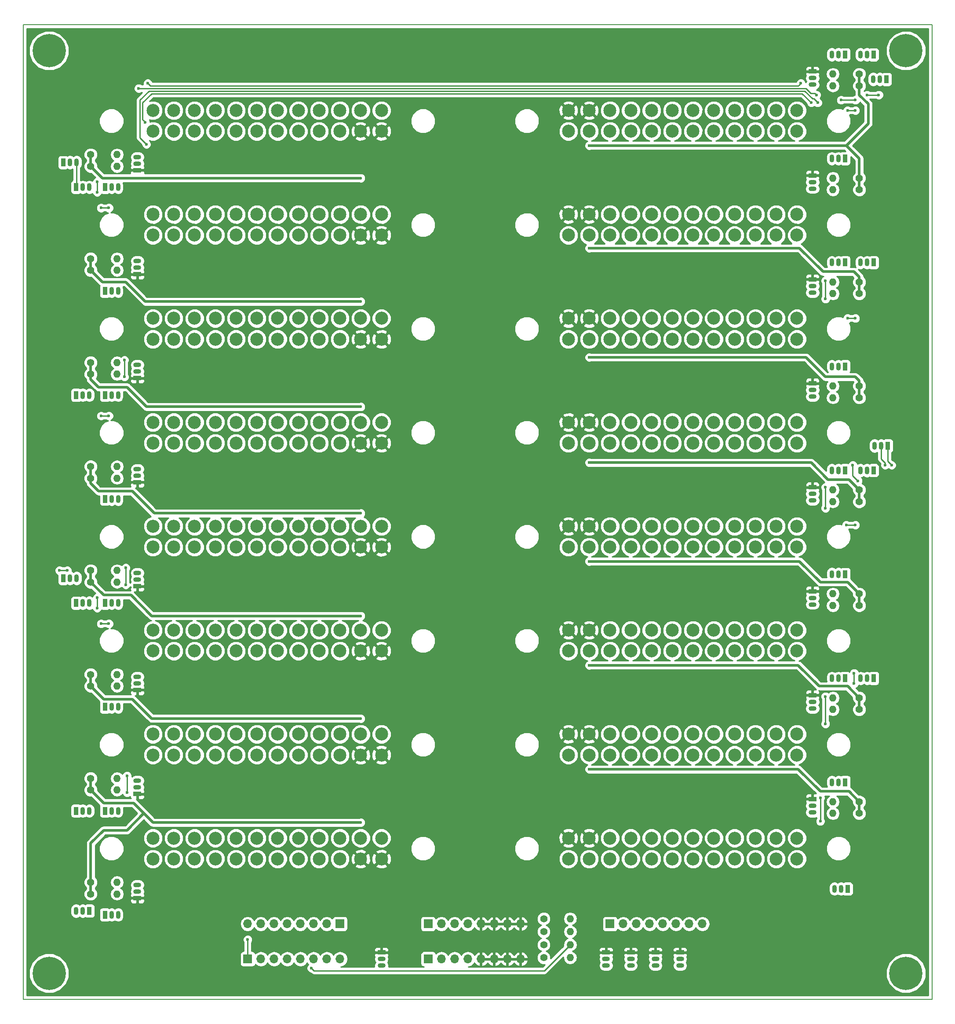
<source format=gbr>
G04 #@! TF.FileFunction,Copper,L2,Bot,Signal*
%FSLAX46Y46*%
G04 Gerber Fmt 4.6, Leading zero omitted, Abs format (unit mm)*
G04 Created by KiCad (PCBNEW 4.0.7-e2-6376~61~ubuntu18.04.1) date Sun Jul 26 21:24:59 2020*
%MOMM*%
%LPD*%
G01*
G04 APERTURE LIST*
%ADD10C,0.150000*%
%ADD11R,1.700000X1.700000*%
%ADD12O,1.700000X1.700000*%
%ADD13C,2.500000*%
%ADD14O,1.500000X0.900000*%
%ADD15R,1.500000X0.900000*%
%ADD16O,0.900000X1.500000*%
%ADD17R,0.900000X1.500000*%
%ADD18C,1.400000*%
%ADD19O,1.400000X1.400000*%
%ADD20C,6.400000*%
%ADD21C,0.600000*%
%ADD22C,0.250000*%
%ADD23C,0.500000*%
%ADD24C,0.254000*%
G04 APERTURE END LIST*
D10*
X70000000Y-247500000D02*
X70000000Y-60000000D01*
X245000000Y-247500000D02*
X70000000Y-247500000D01*
X245000000Y-60000000D02*
X245000000Y-247500000D01*
X244750000Y-60000000D02*
X245000000Y-60000000D01*
X70000000Y-60000000D02*
X244750000Y-60000000D01*
D11*
X131000000Y-233000000D03*
D12*
X128460000Y-233000000D03*
X125920000Y-233000000D03*
X123380000Y-233000000D03*
X120840000Y-233000000D03*
X118300000Y-233000000D03*
X115760000Y-233000000D03*
X113220000Y-233000000D03*
D11*
X183000000Y-233000000D03*
D12*
X185540000Y-233000000D03*
X188080000Y-233000000D03*
X190620000Y-233000000D03*
X193160000Y-233000000D03*
X195700000Y-233000000D03*
X198240000Y-233000000D03*
X200780000Y-233000000D03*
D11*
X113250000Y-239750000D03*
D12*
X115790000Y-239750000D03*
X118330000Y-239750000D03*
X120870000Y-239750000D03*
X123410000Y-239750000D03*
X125950000Y-239750000D03*
X128490000Y-239750000D03*
X131030000Y-239750000D03*
D11*
X148000000Y-233000000D03*
D12*
X150540000Y-233000000D03*
X153080000Y-233000000D03*
X155620000Y-233000000D03*
X158160000Y-233000000D03*
X160700000Y-233000000D03*
X163240000Y-233000000D03*
X165780000Y-233000000D03*
D13*
X175000000Y-220500000D03*
X179000000Y-220500000D03*
X183000000Y-220500000D03*
X187000000Y-220500000D03*
X191000000Y-220500000D03*
X195000000Y-220500000D03*
X199000000Y-220500000D03*
X203000000Y-220500000D03*
X207000000Y-220500000D03*
X211000000Y-220500000D03*
X215000000Y-220500000D03*
X219000000Y-220500000D03*
X175000000Y-216500000D03*
X179000000Y-216500000D03*
X183000000Y-216500000D03*
X187000000Y-216500000D03*
X191000000Y-216500000D03*
X195000000Y-216500000D03*
X199000000Y-216500000D03*
X203000000Y-216500000D03*
X207000000Y-216500000D03*
X211000000Y-216500000D03*
X215000000Y-216500000D03*
X219000000Y-216500000D03*
X175000000Y-200500000D03*
X179000000Y-200500000D03*
X183000000Y-200500000D03*
X187000000Y-200500000D03*
X191000000Y-200500000D03*
X195000000Y-200500000D03*
X199000000Y-200500000D03*
X203000000Y-200500000D03*
X207000000Y-200500000D03*
X211000000Y-200500000D03*
X215000000Y-200500000D03*
X219000000Y-200500000D03*
X175000000Y-196500000D03*
X179000000Y-196500000D03*
X183000000Y-196500000D03*
X187000000Y-196500000D03*
X191000000Y-196500000D03*
X195000000Y-196500000D03*
X199000000Y-196500000D03*
X203000000Y-196500000D03*
X207000000Y-196500000D03*
X211000000Y-196500000D03*
X215000000Y-196500000D03*
X219000000Y-196500000D03*
X175000000Y-180500000D03*
X179000000Y-180500000D03*
X183000000Y-180500000D03*
X187000000Y-180500000D03*
X191000000Y-180500000D03*
X195000000Y-180500000D03*
X199000000Y-180500000D03*
X203000000Y-180500000D03*
X207000000Y-180500000D03*
X211000000Y-180500000D03*
X215000000Y-180500000D03*
X219000000Y-180500000D03*
X175000000Y-176500000D03*
X179000000Y-176500000D03*
X183000000Y-176500000D03*
X187000000Y-176500000D03*
X191000000Y-176500000D03*
X195000000Y-176500000D03*
X199000000Y-176500000D03*
X203000000Y-176500000D03*
X207000000Y-176500000D03*
X211000000Y-176500000D03*
X215000000Y-176500000D03*
X219000000Y-176500000D03*
X175000000Y-160500000D03*
X179000000Y-160500000D03*
X183000000Y-160500000D03*
X187000000Y-160500000D03*
X191000000Y-160500000D03*
X195000000Y-160500000D03*
X199000000Y-160500000D03*
X203000000Y-160500000D03*
X207000000Y-160500000D03*
X211000000Y-160500000D03*
X215000000Y-160500000D03*
X219000000Y-160500000D03*
X175000000Y-156500000D03*
X179000000Y-156500000D03*
X183000000Y-156500000D03*
X187000000Y-156500000D03*
X191000000Y-156500000D03*
X195000000Y-156500000D03*
X199000000Y-156500000D03*
X203000000Y-156500000D03*
X207000000Y-156500000D03*
X211000000Y-156500000D03*
X215000000Y-156500000D03*
X219000000Y-156500000D03*
X175000000Y-140500000D03*
X179000000Y-140500000D03*
X183000000Y-140500000D03*
X187000000Y-140500000D03*
X191000000Y-140500000D03*
X195000000Y-140500000D03*
X199000000Y-140500000D03*
X203000000Y-140500000D03*
X207000000Y-140500000D03*
X211000000Y-140500000D03*
X215000000Y-140500000D03*
X219000000Y-140500000D03*
X175000000Y-136500000D03*
X179000000Y-136500000D03*
X183000000Y-136500000D03*
X187000000Y-136500000D03*
X191000000Y-136500000D03*
X195000000Y-136500000D03*
X199000000Y-136500000D03*
X203000000Y-136500000D03*
X207000000Y-136500000D03*
X211000000Y-136500000D03*
X215000000Y-136500000D03*
X219000000Y-136500000D03*
X175000000Y-120500000D03*
X179000000Y-120500000D03*
X183000000Y-120500000D03*
X187000000Y-120500000D03*
X191000000Y-120500000D03*
X195000000Y-120500000D03*
X199000000Y-120500000D03*
X203000000Y-120500000D03*
X207000000Y-120500000D03*
X211000000Y-120500000D03*
X215000000Y-120500000D03*
X219000000Y-120500000D03*
X175000000Y-116500000D03*
X179000000Y-116500000D03*
X183000000Y-116500000D03*
X187000000Y-116500000D03*
X191000000Y-116500000D03*
X195000000Y-116500000D03*
X199000000Y-116500000D03*
X203000000Y-116500000D03*
X207000000Y-116500000D03*
X211000000Y-116500000D03*
X215000000Y-116500000D03*
X219000000Y-116500000D03*
X175000000Y-100500000D03*
X179000000Y-100500000D03*
X183000000Y-100500000D03*
X187000000Y-100500000D03*
X191000000Y-100500000D03*
X195000000Y-100500000D03*
X199000000Y-100500000D03*
X203000000Y-100500000D03*
X207000000Y-100500000D03*
X211000000Y-100500000D03*
X215000000Y-100500000D03*
X219000000Y-100500000D03*
X175000000Y-96500000D03*
X179000000Y-96500000D03*
X183000000Y-96500000D03*
X187000000Y-96500000D03*
X191000000Y-96500000D03*
X195000000Y-96500000D03*
X199000000Y-96500000D03*
X203000000Y-96500000D03*
X207000000Y-96500000D03*
X211000000Y-96500000D03*
X215000000Y-96500000D03*
X219000000Y-96500000D03*
X175000000Y-80500000D03*
X179000000Y-80500000D03*
X183000000Y-80500000D03*
X187000000Y-80500000D03*
X191000000Y-80500000D03*
X195000000Y-80500000D03*
X199000000Y-80500000D03*
X203000000Y-80500000D03*
X207000000Y-80500000D03*
X211000000Y-80500000D03*
X215000000Y-80500000D03*
X219000000Y-80500000D03*
X175000000Y-76500000D03*
X179000000Y-76500000D03*
X183000000Y-76500000D03*
X187000000Y-76500000D03*
X191000000Y-76500000D03*
X195000000Y-76500000D03*
X199000000Y-76500000D03*
X203000000Y-76500000D03*
X207000000Y-76500000D03*
X211000000Y-76500000D03*
X215000000Y-76500000D03*
X219000000Y-76500000D03*
X139000000Y-76500000D03*
X135000000Y-76500000D03*
X131000000Y-76500000D03*
X127000000Y-76500000D03*
X123000000Y-76500000D03*
X119000000Y-76500000D03*
X115000000Y-76500000D03*
X111000000Y-76500000D03*
X107000000Y-76500000D03*
X103000000Y-76500000D03*
X99000000Y-76500000D03*
X95000000Y-76500000D03*
X139000000Y-80500000D03*
X135000000Y-80500000D03*
X131000000Y-80500000D03*
X127000000Y-80500000D03*
X123000000Y-80500000D03*
X119000000Y-80500000D03*
X115000000Y-80500000D03*
X111000000Y-80500000D03*
X107000000Y-80500000D03*
X103000000Y-80500000D03*
X99000000Y-80500000D03*
X95000000Y-80500000D03*
X139000000Y-96500000D03*
X135000000Y-96500000D03*
X131000000Y-96500000D03*
X127000000Y-96500000D03*
X123000000Y-96500000D03*
X119000000Y-96500000D03*
X115000000Y-96500000D03*
X111000000Y-96500000D03*
X107000000Y-96500000D03*
X103000000Y-96500000D03*
X99000000Y-96500000D03*
X95000000Y-96500000D03*
X139000000Y-100500000D03*
X135000000Y-100500000D03*
X131000000Y-100500000D03*
X127000000Y-100500000D03*
X123000000Y-100500000D03*
X119000000Y-100500000D03*
X115000000Y-100500000D03*
X111000000Y-100500000D03*
X107000000Y-100500000D03*
X103000000Y-100500000D03*
X99000000Y-100500000D03*
X95000000Y-100500000D03*
X139000000Y-116500000D03*
X135000000Y-116500000D03*
X131000000Y-116500000D03*
X127000000Y-116500000D03*
X123000000Y-116500000D03*
X119000000Y-116500000D03*
X115000000Y-116500000D03*
X111000000Y-116500000D03*
X107000000Y-116500000D03*
X103000000Y-116500000D03*
X99000000Y-116500000D03*
X95000000Y-116500000D03*
X139000000Y-120500000D03*
X135000000Y-120500000D03*
X131000000Y-120500000D03*
X127000000Y-120500000D03*
X123000000Y-120500000D03*
X119000000Y-120500000D03*
X115000000Y-120500000D03*
X111000000Y-120500000D03*
X107000000Y-120500000D03*
X103000000Y-120500000D03*
X99000000Y-120500000D03*
X95000000Y-120500000D03*
X139000000Y-136500000D03*
X135000000Y-136500000D03*
X131000000Y-136500000D03*
X127000000Y-136500000D03*
X123000000Y-136500000D03*
X119000000Y-136500000D03*
X115000000Y-136500000D03*
X111000000Y-136500000D03*
X107000000Y-136500000D03*
X103000000Y-136500000D03*
X99000000Y-136500000D03*
X95000000Y-136500000D03*
X139000000Y-140500000D03*
X135000000Y-140500000D03*
X131000000Y-140500000D03*
X127000000Y-140500000D03*
X123000000Y-140500000D03*
X119000000Y-140500000D03*
X115000000Y-140500000D03*
X111000000Y-140500000D03*
X107000000Y-140500000D03*
X103000000Y-140500000D03*
X99000000Y-140500000D03*
X95000000Y-140500000D03*
X139000000Y-156500000D03*
X135000000Y-156500000D03*
X131000000Y-156500000D03*
X127000000Y-156500000D03*
X123000000Y-156500000D03*
X119000000Y-156500000D03*
X115000000Y-156500000D03*
X111000000Y-156500000D03*
X107000000Y-156500000D03*
X103000000Y-156500000D03*
X99000000Y-156500000D03*
X95000000Y-156500000D03*
X139000000Y-160500000D03*
X135000000Y-160500000D03*
X131000000Y-160500000D03*
X127000000Y-160500000D03*
X123000000Y-160500000D03*
X119000000Y-160500000D03*
X115000000Y-160500000D03*
X111000000Y-160500000D03*
X107000000Y-160500000D03*
X103000000Y-160500000D03*
X99000000Y-160500000D03*
X95000000Y-160500000D03*
X139000000Y-176500000D03*
X135000000Y-176500000D03*
X131000000Y-176500000D03*
X127000000Y-176500000D03*
X123000000Y-176500000D03*
X119000000Y-176500000D03*
X115000000Y-176500000D03*
X111000000Y-176500000D03*
X107000000Y-176500000D03*
X103000000Y-176500000D03*
X99000000Y-176500000D03*
X95000000Y-176500000D03*
X139000000Y-180500000D03*
X135000000Y-180500000D03*
X131000000Y-180500000D03*
X127000000Y-180500000D03*
X123000000Y-180500000D03*
X119000000Y-180500000D03*
X115000000Y-180500000D03*
X111000000Y-180500000D03*
X107000000Y-180500000D03*
X103000000Y-180500000D03*
X99000000Y-180500000D03*
X95000000Y-180500000D03*
X139000000Y-196500000D03*
X135000000Y-196500000D03*
X131000000Y-196500000D03*
X127000000Y-196500000D03*
X123000000Y-196500000D03*
X119000000Y-196500000D03*
X115000000Y-196500000D03*
X111000000Y-196500000D03*
X107000000Y-196500000D03*
X103000000Y-196500000D03*
X99000000Y-196500000D03*
X95000000Y-196500000D03*
X139000000Y-200500000D03*
X135000000Y-200500000D03*
X131000000Y-200500000D03*
X127000000Y-200500000D03*
X123000000Y-200500000D03*
X119000000Y-200500000D03*
X115000000Y-200500000D03*
X111000000Y-200500000D03*
X107000000Y-200500000D03*
X103000000Y-200500000D03*
X99000000Y-200500000D03*
X95000000Y-200500000D03*
X139000000Y-216500000D03*
X135000000Y-216500000D03*
X131000000Y-216500000D03*
X127000000Y-216500000D03*
X123000000Y-216500000D03*
X119000000Y-216500000D03*
X115000000Y-216500000D03*
X111000000Y-216500000D03*
X107000000Y-216500000D03*
X103000000Y-216500000D03*
X99000000Y-216500000D03*
X95000000Y-216500000D03*
X139000000Y-220500000D03*
X135000000Y-220500000D03*
X131000000Y-220500000D03*
X127000000Y-220500000D03*
X123000000Y-220500000D03*
X119000000Y-220500000D03*
X115000000Y-220500000D03*
X111000000Y-220500000D03*
X107000000Y-220500000D03*
X103000000Y-220500000D03*
X99000000Y-220500000D03*
X95000000Y-220500000D03*
D14*
X182250000Y-239770000D03*
X182250000Y-241040000D03*
D15*
X182250000Y-238500000D03*
D14*
X187000000Y-239770000D03*
X187000000Y-241040000D03*
D15*
X187000000Y-238500000D03*
D14*
X191750000Y-239770000D03*
X191750000Y-241040000D03*
D15*
X191750000Y-238500000D03*
D14*
X196500000Y-239770000D03*
X196500000Y-241040000D03*
D15*
X196500000Y-238500000D03*
D16*
X235230000Y-141000000D03*
X233960000Y-141000000D03*
D17*
X236500000Y-141000000D03*
D16*
X227480000Y-226250000D03*
X226210000Y-226250000D03*
D17*
X228750000Y-226250000D03*
D14*
X139000000Y-239770000D03*
X139000000Y-241040000D03*
D15*
X139000000Y-238500000D03*
D16*
X234980000Y-70500000D03*
X233710000Y-70500000D03*
D17*
X236250000Y-70500000D03*
D16*
X79020000Y-86500000D03*
X80290000Y-86500000D03*
D17*
X77750000Y-86500000D03*
D16*
X81480000Y-230500000D03*
X80210000Y-230500000D03*
D17*
X82750000Y-230500000D03*
D16*
X79020000Y-166500000D03*
X80290000Y-166500000D03*
D17*
X77750000Y-166500000D03*
D16*
X227020000Y-205750000D03*
X225750000Y-205750000D03*
D17*
X228290000Y-205750000D03*
D14*
X222000000Y-210270000D03*
X222000000Y-211540000D03*
D15*
X222000000Y-209000000D03*
D16*
X232520000Y-185750000D03*
X231250000Y-185750000D03*
D17*
X233790000Y-185750000D03*
D16*
X226980000Y-185750000D03*
X225710000Y-185750000D03*
D17*
X228250000Y-185750000D03*
D14*
X222000000Y-190270000D03*
X222000000Y-191540000D03*
D15*
X222000000Y-189000000D03*
D16*
X227020000Y-165750000D03*
X225750000Y-165750000D03*
D17*
X228290000Y-165750000D03*
D16*
X226980000Y-125750000D03*
X225710000Y-125750000D03*
D17*
X228250000Y-125750000D03*
D14*
X222000000Y-130270000D03*
X222000000Y-131540000D03*
D15*
X222000000Y-129000000D03*
D16*
X232480000Y-105750000D03*
X231210000Y-105750000D03*
D17*
X233750000Y-105750000D03*
D16*
X226980000Y-105750000D03*
X225710000Y-105750000D03*
D17*
X228250000Y-105750000D03*
D14*
X222000000Y-110270000D03*
X222000000Y-111540000D03*
D15*
X222000000Y-109000000D03*
D16*
X226980000Y-85750000D03*
X225710000Y-85750000D03*
D17*
X228250000Y-85750000D03*
D16*
X87020000Y-91250000D03*
X88290000Y-91250000D03*
D17*
X85750000Y-91250000D03*
D14*
X92000000Y-86730000D03*
X92000000Y-85460000D03*
D15*
X92000000Y-88000000D03*
D16*
X81480000Y-91250000D03*
X82750000Y-91250000D03*
D17*
X80210000Y-91250000D03*
D16*
X87020000Y-111250000D03*
X88290000Y-111250000D03*
D17*
X85750000Y-111250000D03*
D14*
X92000000Y-106730000D03*
X92000000Y-105460000D03*
D15*
X92000000Y-108000000D03*
D16*
X87020000Y-131250000D03*
X88290000Y-131250000D03*
D17*
X85750000Y-131250000D03*
D16*
X87020000Y-171250000D03*
X88290000Y-171250000D03*
D17*
X85750000Y-171250000D03*
D14*
X92000000Y-166770000D03*
X92000000Y-165500000D03*
D15*
X92000000Y-168040000D03*
D16*
X81480000Y-171250000D03*
X82750000Y-171250000D03*
D17*
X80210000Y-171250000D03*
D16*
X87020000Y-191250000D03*
X88290000Y-191250000D03*
D17*
X85750000Y-191250000D03*
D14*
X92000000Y-186730000D03*
X92000000Y-185460000D03*
D15*
X92000000Y-188000000D03*
D16*
X87020000Y-211250000D03*
X88290000Y-211250000D03*
D17*
X85750000Y-211250000D03*
D18*
X170250000Y-232000000D03*
D19*
X175330000Y-232000000D03*
D18*
X170250000Y-234500000D03*
D19*
X175330000Y-234500000D03*
D18*
X170250000Y-237000000D03*
D19*
X175330000Y-237000000D03*
D18*
X170250000Y-239500000D03*
D19*
X175330000Y-239500000D03*
D18*
X231000000Y-209500000D03*
D19*
X225920000Y-209500000D03*
D18*
X231000000Y-211750000D03*
D19*
X225920000Y-211750000D03*
D18*
X231000000Y-189500000D03*
D19*
X225920000Y-189500000D03*
D18*
X231000000Y-191750000D03*
D19*
X225920000Y-191750000D03*
D18*
X231000000Y-129500000D03*
D19*
X225920000Y-129500000D03*
D18*
X231000000Y-131750000D03*
D19*
X225920000Y-131750000D03*
D18*
X231000000Y-109500000D03*
D19*
X225920000Y-109500000D03*
D18*
X231000000Y-111750000D03*
D19*
X225920000Y-111750000D03*
D18*
X83000000Y-87250000D03*
D19*
X88080000Y-87250000D03*
D18*
X83000000Y-85000000D03*
D19*
X88080000Y-85000000D03*
D18*
X83000000Y-107250000D03*
D19*
X88080000Y-107250000D03*
D18*
X83000000Y-105000000D03*
D19*
X88080000Y-105000000D03*
D18*
X83000000Y-167250000D03*
D19*
X88080000Y-167250000D03*
D18*
X83000000Y-165000000D03*
D19*
X88080000Y-165000000D03*
D18*
X83000000Y-187250000D03*
D19*
X88080000Y-187250000D03*
D18*
X83000000Y-185000000D03*
D19*
X88080000Y-185000000D03*
D14*
X222000000Y-170270000D03*
X222000000Y-171540000D03*
D15*
X222000000Y-169000000D03*
D16*
X232480000Y-145750000D03*
X231210000Y-145750000D03*
D17*
X233750000Y-145750000D03*
D16*
X226980000Y-145750000D03*
X225710000Y-145750000D03*
D17*
X228250000Y-145750000D03*
D14*
X222000000Y-150270000D03*
X222000000Y-151540000D03*
D15*
X222000000Y-149000000D03*
D14*
X222000000Y-90270000D03*
X222000000Y-91540000D03*
D15*
X222000000Y-89000000D03*
D16*
X232480000Y-65750000D03*
X231210000Y-65750000D03*
D17*
X233750000Y-65750000D03*
D16*
X226980000Y-65750000D03*
X225710000Y-65750000D03*
D17*
X228250000Y-65750000D03*
D14*
X222000000Y-70270000D03*
X222000000Y-71540000D03*
D15*
X222000000Y-69000000D03*
D14*
X92000000Y-126730000D03*
X92000000Y-125460000D03*
D15*
X92000000Y-128000000D03*
D16*
X81480000Y-131250000D03*
X82750000Y-131250000D03*
D17*
X80210000Y-131250000D03*
D16*
X87020000Y-151250000D03*
X88290000Y-151250000D03*
D17*
X85750000Y-151250000D03*
D14*
X92000000Y-146770000D03*
X92000000Y-145500000D03*
D15*
X92000000Y-148040000D03*
D14*
X92000000Y-206730000D03*
X92000000Y-205460000D03*
D15*
X92000000Y-208000000D03*
D16*
X81480000Y-211250000D03*
X82750000Y-211250000D03*
D17*
X80210000Y-211250000D03*
D16*
X87020000Y-231250000D03*
X88290000Y-231250000D03*
D17*
X85750000Y-231250000D03*
D14*
X92000000Y-226770000D03*
X92000000Y-225500000D03*
D15*
X92000000Y-228040000D03*
D18*
X231000000Y-169500000D03*
D19*
X225920000Y-169500000D03*
D18*
X231000000Y-171750000D03*
D19*
X225920000Y-171750000D03*
D18*
X231000000Y-149500000D03*
D19*
X225920000Y-149500000D03*
D18*
X231000000Y-151750000D03*
D19*
X225920000Y-151750000D03*
D18*
X231000000Y-89500000D03*
D19*
X225920000Y-89500000D03*
D18*
X231000000Y-91750000D03*
D19*
X225920000Y-91750000D03*
D18*
X231000000Y-69500000D03*
D19*
X225920000Y-69500000D03*
D18*
X231000000Y-71750000D03*
D19*
X225920000Y-71750000D03*
D18*
X83000000Y-127250000D03*
D19*
X88080000Y-127250000D03*
D18*
X83000000Y-125000000D03*
D19*
X88080000Y-125000000D03*
D18*
X83000000Y-147250000D03*
D19*
X88080000Y-147250000D03*
D18*
X83000000Y-145000000D03*
D19*
X88080000Y-145000000D03*
D18*
X83000000Y-207250000D03*
D19*
X88080000Y-207250000D03*
D18*
X83000000Y-205000000D03*
D19*
X88080000Y-205000000D03*
D18*
X83000000Y-227250000D03*
D19*
X88080000Y-227250000D03*
D18*
X83000000Y-225000000D03*
D19*
X88080000Y-225000000D03*
D11*
X148010000Y-239750000D03*
D12*
X150550000Y-239750000D03*
X153090000Y-239750000D03*
X155630000Y-239750000D03*
X158170000Y-239750000D03*
X160710000Y-239750000D03*
X163250000Y-239750000D03*
X165790000Y-239750000D03*
D20*
X75000000Y-65000000D03*
X240000000Y-65000000D03*
X75000000Y-242500000D03*
X240000000Y-242500000D03*
D21*
X113250000Y-236000000D03*
X223000000Y-75000000D03*
X93750000Y-83000000D03*
X223500000Y-208750000D03*
X223500000Y-213250000D03*
X89500000Y-124500000D03*
X89500000Y-127750000D03*
X89750000Y-164500000D03*
X89750000Y-167750000D03*
X90000000Y-204500000D03*
X90000000Y-207750000D03*
X228750000Y-76500000D03*
X230250000Y-76500000D03*
X228750000Y-116500000D03*
X230250000Y-116500000D03*
X228500000Y-156250000D03*
X230250000Y-156250000D03*
X84250000Y-92250000D03*
X84250000Y-90250000D03*
X94000000Y-71250000D03*
X219750000Y-71250000D03*
X230000000Y-186750000D03*
X230000000Y-184750000D03*
X234750000Y-73500000D03*
X232500000Y-73500000D03*
X84250000Y-170250000D03*
X84250000Y-172250000D03*
X135000000Y-213500000D03*
X135000000Y-193500000D03*
X179000000Y-203250000D03*
X179000000Y-183250000D03*
X179000000Y-163250000D03*
X135000000Y-173750000D03*
X135000000Y-154000000D03*
X135000000Y-133500000D03*
X135000000Y-113250000D03*
X135000000Y-89500000D03*
X179000000Y-103000000D03*
X179000000Y-124000000D03*
X179000000Y-144250000D03*
X179000000Y-83250000D03*
X221750000Y-75000000D03*
X93500000Y-78750000D03*
X86500000Y-95250000D03*
X85000000Y-95250000D03*
X86500000Y-135250000D03*
X85000000Y-135250000D03*
X86500000Y-175250000D03*
X85000000Y-175250000D03*
X224500000Y-109250000D03*
X224500000Y-112750000D03*
X224500000Y-149000000D03*
X224500000Y-153000000D03*
X224500000Y-189250000D03*
X224500000Y-194500000D03*
X92250000Y-72250000D03*
X222750000Y-73500000D03*
X227500000Y-74500000D03*
X230250000Y-74500000D03*
X230750000Y-147750000D03*
X229750000Y-144750000D03*
X125500000Y-241500000D03*
X77000000Y-165000000D03*
X78500000Y-165000000D03*
X236000000Y-144750000D03*
X237250000Y-144750000D03*
D22*
X113250000Y-239750000D02*
X113250000Y-236000000D01*
X93750000Y-83000000D02*
X92500000Y-81750000D01*
X92500000Y-81750000D02*
X92500000Y-74500000D01*
X92500000Y-74500000D02*
X94250000Y-72750000D01*
X94250000Y-72750000D02*
X220500000Y-72750000D01*
X220500000Y-72750000D02*
X222000000Y-74250000D01*
X222000000Y-74250000D02*
X222250000Y-74250000D01*
X222250000Y-74250000D02*
X223000000Y-75000000D01*
X223500000Y-213250000D02*
X223500000Y-208750000D01*
X89500000Y-127750000D02*
X89500000Y-124500000D01*
X89750000Y-167750000D02*
X89750000Y-164500000D01*
X90000000Y-207750000D02*
X90000000Y-204500000D01*
X230250000Y-76500000D02*
X228750000Y-76500000D01*
X230250000Y-116500000D02*
X228750000Y-116500000D01*
X230250000Y-156250000D02*
X228500000Y-156250000D01*
X84250000Y-90250000D02*
X84250000Y-92250000D01*
X94500000Y-71750000D02*
X94000000Y-71250000D01*
X219250000Y-71750000D02*
X94500000Y-71750000D01*
X219450001Y-71549999D02*
X219250000Y-71750000D01*
X219750000Y-71250000D02*
X219450001Y-71549999D01*
X230000000Y-184750000D02*
X230000000Y-186750000D01*
X232500000Y-73500000D02*
X234750000Y-73500000D01*
X84250000Y-172250000D02*
X84250000Y-170250000D01*
D23*
X91250000Y-209750000D02*
X93250000Y-211750000D01*
X93250000Y-211750000D02*
X95000000Y-213500000D01*
X85500000Y-215000000D02*
X90000000Y-215000000D01*
X90000000Y-215000000D02*
X93250000Y-211750000D01*
X83000000Y-217500000D02*
X85500000Y-215000000D01*
X83000000Y-225000000D02*
X83000000Y-217500000D01*
X83000000Y-227250000D02*
X83000000Y-225000000D01*
X95000000Y-213500000D02*
X135000000Y-213500000D01*
X85500000Y-209750000D02*
X91250000Y-209750000D01*
X83000000Y-207250000D02*
X85500000Y-209750000D01*
X83000000Y-205000000D02*
X83000000Y-207250000D01*
X91000000Y-189750000D02*
X94750000Y-193500000D01*
X94750000Y-193500000D02*
X135000000Y-193500000D01*
X85500000Y-189750000D02*
X91000000Y-189750000D01*
X83000000Y-187250000D02*
X85500000Y-189750000D01*
X83000000Y-185000000D02*
X83000000Y-187250000D01*
X223500000Y-207500000D02*
X219250000Y-203250000D01*
X219250000Y-203250000D02*
X179000000Y-203250000D01*
X229000000Y-207500000D02*
X223500000Y-207500000D01*
X231000000Y-209500000D02*
X229000000Y-207500000D01*
X231000000Y-211750000D02*
X231000000Y-209500000D01*
X223250000Y-187250000D02*
X219250000Y-183250000D01*
X219250000Y-183250000D02*
X179000000Y-183250000D01*
X228750000Y-187250000D02*
X223250000Y-187250000D01*
X231000000Y-189500000D02*
X228750000Y-187250000D01*
X231000000Y-191750000D02*
X231000000Y-189500000D01*
X223500000Y-167250000D02*
X219500000Y-163250000D01*
X219500000Y-163250000D02*
X179000000Y-163250000D01*
X228750000Y-167250000D02*
X223500000Y-167250000D01*
X231000000Y-169500000D02*
X228750000Y-167250000D01*
X90750000Y-169750000D02*
X94750000Y-173750000D01*
X94750000Y-173750000D02*
X135000000Y-173750000D01*
X85500000Y-169750000D02*
X90750000Y-169750000D01*
X83000000Y-167250000D02*
X85500000Y-169750000D01*
X83000000Y-165000000D02*
X83000000Y-167250000D01*
X91000000Y-149750000D02*
X95250000Y-154000000D01*
X95250000Y-154000000D02*
X135000000Y-154000000D01*
X84510051Y-149750000D02*
X91000000Y-149750000D01*
X83000000Y-147250000D02*
X83000000Y-148239949D01*
X83000000Y-148239949D02*
X84510051Y-149750000D01*
X83000000Y-145000000D02*
X83000000Y-147250000D01*
X90000000Y-129750000D02*
X93750000Y-133500000D01*
X93750000Y-133500000D02*
X135000000Y-133500000D01*
X84510051Y-129750000D02*
X90000000Y-129750000D01*
X83000000Y-127250000D02*
X83000000Y-128239949D01*
X83000000Y-128239949D02*
X84510051Y-129750000D01*
X83000000Y-125000000D02*
X83000000Y-127250000D01*
X89750000Y-109500000D02*
X93500000Y-113250000D01*
X93500000Y-113250000D02*
X135000000Y-113250000D01*
X85250000Y-109500000D02*
X89750000Y-109500000D01*
X85000000Y-109250000D02*
X85250000Y-109500000D01*
X83000000Y-107250000D02*
X85000000Y-109250000D01*
X83000000Y-105000000D02*
X83000000Y-107250000D01*
X85250000Y-89500000D02*
X135000000Y-89500000D01*
X83000000Y-87250000D02*
X85250000Y-89500000D01*
X83000000Y-85000000D02*
X83000000Y-87250000D01*
X219500000Y-103000000D02*
X179000000Y-103000000D01*
X224000000Y-107500000D02*
X219500000Y-103000000D01*
X229989949Y-107500000D02*
X224000000Y-107500000D01*
X231000000Y-109500000D02*
X231000000Y-108510051D01*
X231000000Y-108510051D02*
X229989949Y-107500000D01*
X231000000Y-111750000D02*
X231000000Y-109500000D01*
X224500000Y-127750000D02*
X220750000Y-124000000D01*
X220750000Y-124000000D02*
X179000000Y-124000000D01*
X230239949Y-127750000D02*
X224500000Y-127750000D01*
X231000000Y-129500000D02*
X231000000Y-128510051D01*
X231000000Y-128510051D02*
X230239949Y-127750000D01*
X231000000Y-131750000D02*
X231000000Y-129500000D01*
X225000000Y-147500000D02*
X221750000Y-144250000D01*
X221750000Y-144250000D02*
X179000000Y-144250000D01*
X229000000Y-147500000D02*
X225000000Y-147500000D01*
X231000000Y-149500000D02*
X229000000Y-147500000D01*
X231000000Y-151750000D02*
X231000000Y-149500000D01*
X231000000Y-171750000D02*
X231000000Y-169500000D01*
X231000000Y-89500000D02*
X231000000Y-85750000D01*
X231000000Y-85750000D02*
X228500000Y-83250000D01*
X231000000Y-91750000D02*
X231000000Y-89500000D01*
X181750000Y-83250000D02*
X179000000Y-83250000D01*
X228500000Y-83250000D02*
X181750000Y-83250000D01*
X232750000Y-79000000D02*
X228500000Y-83250000D01*
X232750000Y-75250000D02*
X232750000Y-79000000D01*
X231000000Y-73500000D02*
X232750000Y-75250000D01*
X231000000Y-71750000D02*
X231000000Y-73500000D01*
X231000000Y-69500000D02*
X231000000Y-71750000D01*
D22*
X94750000Y-73250000D02*
X220000000Y-73250000D01*
X220000000Y-73250000D02*
X221750000Y-75000000D01*
X93000000Y-75000000D02*
X94750000Y-73250000D01*
X93000000Y-78250000D02*
X93000000Y-75000000D01*
X93200001Y-78450001D02*
X93000000Y-78250000D01*
X93500000Y-78750000D02*
X93200001Y-78450001D01*
X224500000Y-192750000D02*
X224500000Y-194500000D01*
X85000000Y-95250000D02*
X86500000Y-95250000D01*
X85000000Y-135250000D02*
X86500000Y-135250000D01*
X85000000Y-175250000D02*
X86500000Y-175250000D01*
X224500000Y-112750000D02*
X224500000Y-109250000D01*
X224500000Y-153000000D02*
X224500000Y-149000000D01*
X224500000Y-192750000D02*
X224500000Y-189250000D01*
X94500000Y-72250000D02*
X92250000Y-72250000D01*
X178500000Y-72250000D02*
X94500000Y-72250000D01*
X219000000Y-72250000D02*
X178500000Y-72250000D01*
X220750000Y-72250000D02*
X219000000Y-72250000D01*
X221700001Y-73200001D02*
X220750000Y-72250000D01*
X222200001Y-73200001D02*
X221700001Y-73200001D01*
X222750000Y-73500000D02*
X222450001Y-73200001D01*
X222450001Y-73200001D02*
X222200001Y-73200001D01*
X230250000Y-74500000D02*
X227500000Y-74500000D01*
X230750000Y-147750000D02*
X229750000Y-146750000D01*
X229750000Y-146750000D02*
X229750000Y-144750000D01*
X125500000Y-241500000D02*
X126000000Y-242000000D01*
X126000000Y-242000000D02*
X170330000Y-242000000D01*
X170330000Y-242000000D02*
X175330000Y-237000000D01*
X78500000Y-165000000D02*
X77000000Y-165000000D01*
X236000000Y-144750000D02*
X236000000Y-144325736D01*
X236000000Y-144325736D02*
X235230000Y-143555736D01*
X235230000Y-143555736D02*
X235230000Y-142000000D01*
X235230000Y-142000000D02*
X235230000Y-141000000D01*
X80290000Y-86500000D02*
X80290000Y-91170000D01*
X80290000Y-91170000D02*
X80210000Y-91250000D01*
X236500000Y-144000000D02*
X236500000Y-141000000D01*
X237250000Y-144750000D02*
X236500000Y-144000000D01*
D24*
G36*
X244290000Y-246790000D02*
X70710000Y-246790000D01*
X70710000Y-243259482D01*
X71164336Y-243259482D01*
X71746950Y-244669515D01*
X72824811Y-245749259D01*
X74233825Y-246334333D01*
X75759482Y-246335664D01*
X77169515Y-245753050D01*
X78249259Y-244675189D01*
X78834333Y-243266175D01*
X78834338Y-243259482D01*
X236164336Y-243259482D01*
X236746950Y-244669515D01*
X237824811Y-245749259D01*
X239233825Y-246334333D01*
X240759482Y-246335664D01*
X242169515Y-245753050D01*
X243249259Y-244675189D01*
X243834333Y-243266175D01*
X243835664Y-241740518D01*
X243253050Y-240330485D01*
X242175189Y-239250741D01*
X240766175Y-238665667D01*
X239240518Y-238664336D01*
X237830485Y-239246950D01*
X236750741Y-240324811D01*
X236165667Y-241733825D01*
X236164336Y-243259482D01*
X78834338Y-243259482D01*
X78835664Y-241740518D01*
X78253050Y-240330485D01*
X77175189Y-239250741D01*
X76330512Y-238900000D01*
X111752560Y-238900000D01*
X111752560Y-240600000D01*
X111796838Y-240835317D01*
X111935910Y-241051441D01*
X112148110Y-241196431D01*
X112400000Y-241247440D01*
X114100000Y-241247440D01*
X114335317Y-241203162D01*
X114551441Y-241064090D01*
X114696431Y-240851890D01*
X114710086Y-240784459D01*
X114739946Y-240829147D01*
X115221715Y-241151054D01*
X115790000Y-241264093D01*
X116358285Y-241151054D01*
X116840054Y-240829147D01*
X117060000Y-240499974D01*
X117279946Y-240829147D01*
X117761715Y-241151054D01*
X118330000Y-241264093D01*
X118898285Y-241151054D01*
X119380054Y-240829147D01*
X119600000Y-240499974D01*
X119819946Y-240829147D01*
X120301715Y-241151054D01*
X120870000Y-241264093D01*
X121438285Y-241151054D01*
X121920054Y-240829147D01*
X122140000Y-240499974D01*
X122359946Y-240829147D01*
X122841715Y-241151054D01*
X123410000Y-241264093D01*
X123978285Y-241151054D01*
X124460054Y-240829147D01*
X124680000Y-240499974D01*
X124879393Y-240798387D01*
X124707808Y-240969673D01*
X124565162Y-241313201D01*
X124564838Y-241685167D01*
X124706883Y-242028943D01*
X124969673Y-242292192D01*
X125313201Y-242434838D01*
X125360077Y-242434879D01*
X125462599Y-242537401D01*
X125709161Y-242702148D01*
X126000000Y-242760000D01*
X170330000Y-242760000D01*
X170620839Y-242702148D01*
X170867401Y-242537401D01*
X173984748Y-239420054D01*
X173968846Y-239500000D01*
X174070467Y-240010882D01*
X174359858Y-240443988D01*
X174792964Y-240733379D01*
X175303846Y-240835000D01*
X175356154Y-240835000D01*
X175867036Y-240733379D01*
X176300142Y-240443988D01*
X176589533Y-240010882D01*
X176637447Y-239770000D01*
X180837866Y-239770000D01*
X180920457Y-240185212D01*
X181067315Y-240405000D01*
X180920457Y-240624788D01*
X180837866Y-241040000D01*
X180920457Y-241455212D01*
X181155655Y-241807211D01*
X181507654Y-242042409D01*
X181922866Y-242125000D01*
X182577134Y-242125000D01*
X182992346Y-242042409D01*
X183344345Y-241807211D01*
X183579543Y-241455212D01*
X183662134Y-241040000D01*
X183579543Y-240624788D01*
X183432685Y-240405000D01*
X183579543Y-240185212D01*
X183662134Y-239770000D01*
X185587866Y-239770000D01*
X185670457Y-240185212D01*
X185817315Y-240405000D01*
X185670457Y-240624788D01*
X185587866Y-241040000D01*
X185670457Y-241455212D01*
X185905655Y-241807211D01*
X186257654Y-242042409D01*
X186672866Y-242125000D01*
X187327134Y-242125000D01*
X187742346Y-242042409D01*
X188094345Y-241807211D01*
X188329543Y-241455212D01*
X188412134Y-241040000D01*
X188329543Y-240624788D01*
X188182685Y-240405000D01*
X188329543Y-240185212D01*
X188412134Y-239770000D01*
X190337866Y-239770000D01*
X190420457Y-240185212D01*
X190567315Y-240405000D01*
X190420457Y-240624788D01*
X190337866Y-241040000D01*
X190420457Y-241455212D01*
X190655655Y-241807211D01*
X191007654Y-242042409D01*
X191422866Y-242125000D01*
X192077134Y-242125000D01*
X192492346Y-242042409D01*
X192844345Y-241807211D01*
X193079543Y-241455212D01*
X193162134Y-241040000D01*
X193079543Y-240624788D01*
X192932685Y-240405000D01*
X193079543Y-240185212D01*
X193162134Y-239770000D01*
X195087866Y-239770000D01*
X195170457Y-240185212D01*
X195317315Y-240405000D01*
X195170457Y-240624788D01*
X195087866Y-241040000D01*
X195170457Y-241455212D01*
X195405655Y-241807211D01*
X195757654Y-242042409D01*
X196172866Y-242125000D01*
X196827134Y-242125000D01*
X197242346Y-242042409D01*
X197594345Y-241807211D01*
X197829543Y-241455212D01*
X197912134Y-241040000D01*
X197829543Y-240624788D01*
X197682685Y-240405000D01*
X197829543Y-240185212D01*
X197912134Y-239770000D01*
X197829543Y-239354788D01*
X197792570Y-239299454D01*
X197885000Y-239076309D01*
X197885000Y-238785750D01*
X197726250Y-238627000D01*
X196627000Y-238627000D01*
X196627000Y-238647000D01*
X196373000Y-238647000D01*
X196373000Y-238627000D01*
X195273750Y-238627000D01*
X195115000Y-238785750D01*
X195115000Y-239076309D01*
X195207430Y-239299454D01*
X195170457Y-239354788D01*
X195087866Y-239770000D01*
X193162134Y-239770000D01*
X193079543Y-239354788D01*
X193042570Y-239299454D01*
X193135000Y-239076309D01*
X193135000Y-238785750D01*
X192976250Y-238627000D01*
X191877000Y-238627000D01*
X191877000Y-238647000D01*
X191623000Y-238647000D01*
X191623000Y-238627000D01*
X190523750Y-238627000D01*
X190365000Y-238785750D01*
X190365000Y-239076309D01*
X190457430Y-239299454D01*
X190420457Y-239354788D01*
X190337866Y-239770000D01*
X188412134Y-239770000D01*
X188329543Y-239354788D01*
X188292570Y-239299454D01*
X188385000Y-239076309D01*
X188385000Y-238785750D01*
X188226250Y-238627000D01*
X187127000Y-238627000D01*
X187127000Y-238647000D01*
X186873000Y-238647000D01*
X186873000Y-238627000D01*
X185773750Y-238627000D01*
X185615000Y-238785750D01*
X185615000Y-239076309D01*
X185707430Y-239299454D01*
X185670457Y-239354788D01*
X185587866Y-239770000D01*
X183662134Y-239770000D01*
X183579543Y-239354788D01*
X183542570Y-239299454D01*
X183635000Y-239076309D01*
X183635000Y-238785750D01*
X183476250Y-238627000D01*
X182377000Y-238627000D01*
X182377000Y-238647000D01*
X182123000Y-238647000D01*
X182123000Y-238627000D01*
X181023750Y-238627000D01*
X180865000Y-238785750D01*
X180865000Y-239076309D01*
X180957430Y-239299454D01*
X180920457Y-239354788D01*
X180837866Y-239770000D01*
X176637447Y-239770000D01*
X176691154Y-239500000D01*
X176589533Y-238989118D01*
X176300142Y-238556012D01*
X175867036Y-238266621D01*
X175783477Y-238250000D01*
X175867036Y-238233379D01*
X176300142Y-237943988D01*
X176313703Y-237923691D01*
X180865000Y-237923691D01*
X180865000Y-238214250D01*
X181023750Y-238373000D01*
X182123000Y-238373000D01*
X182123000Y-237573750D01*
X182377000Y-237573750D01*
X182377000Y-238373000D01*
X183476250Y-238373000D01*
X183635000Y-238214250D01*
X183635000Y-237923691D01*
X185615000Y-237923691D01*
X185615000Y-238214250D01*
X185773750Y-238373000D01*
X186873000Y-238373000D01*
X186873000Y-237573750D01*
X187127000Y-237573750D01*
X187127000Y-238373000D01*
X188226250Y-238373000D01*
X188385000Y-238214250D01*
X188385000Y-237923691D01*
X190365000Y-237923691D01*
X190365000Y-238214250D01*
X190523750Y-238373000D01*
X191623000Y-238373000D01*
X191623000Y-237573750D01*
X191877000Y-237573750D01*
X191877000Y-238373000D01*
X192976250Y-238373000D01*
X193135000Y-238214250D01*
X193135000Y-237923691D01*
X195115000Y-237923691D01*
X195115000Y-238214250D01*
X195273750Y-238373000D01*
X196373000Y-238373000D01*
X196373000Y-237573750D01*
X196627000Y-237573750D01*
X196627000Y-238373000D01*
X197726250Y-238373000D01*
X197885000Y-238214250D01*
X197885000Y-237923691D01*
X197788327Y-237690302D01*
X197609699Y-237511673D01*
X197376310Y-237415000D01*
X196785750Y-237415000D01*
X196627000Y-237573750D01*
X196373000Y-237573750D01*
X196214250Y-237415000D01*
X195623690Y-237415000D01*
X195390301Y-237511673D01*
X195211673Y-237690302D01*
X195115000Y-237923691D01*
X193135000Y-237923691D01*
X193038327Y-237690302D01*
X192859699Y-237511673D01*
X192626310Y-237415000D01*
X192035750Y-237415000D01*
X191877000Y-237573750D01*
X191623000Y-237573750D01*
X191464250Y-237415000D01*
X190873690Y-237415000D01*
X190640301Y-237511673D01*
X190461673Y-237690302D01*
X190365000Y-237923691D01*
X188385000Y-237923691D01*
X188288327Y-237690302D01*
X188109699Y-237511673D01*
X187876310Y-237415000D01*
X187285750Y-237415000D01*
X187127000Y-237573750D01*
X186873000Y-237573750D01*
X186714250Y-237415000D01*
X186123690Y-237415000D01*
X185890301Y-237511673D01*
X185711673Y-237690302D01*
X185615000Y-237923691D01*
X183635000Y-237923691D01*
X183538327Y-237690302D01*
X183359699Y-237511673D01*
X183126310Y-237415000D01*
X182535750Y-237415000D01*
X182377000Y-237573750D01*
X182123000Y-237573750D01*
X181964250Y-237415000D01*
X181373690Y-237415000D01*
X181140301Y-237511673D01*
X180961673Y-237690302D01*
X180865000Y-237923691D01*
X176313703Y-237923691D01*
X176589533Y-237510882D01*
X176691154Y-237000000D01*
X176589533Y-236489118D01*
X176300142Y-236056012D01*
X175867036Y-235766621D01*
X175783477Y-235750000D01*
X175867036Y-235733379D01*
X176300142Y-235443988D01*
X176589533Y-235010882D01*
X176691154Y-234500000D01*
X176589533Y-233989118D01*
X176300142Y-233556012D01*
X175867036Y-233266621D01*
X175783477Y-233250000D01*
X175867036Y-233233379D01*
X176300142Y-232943988D01*
X176589533Y-232510882D01*
X176661317Y-232150000D01*
X181502560Y-232150000D01*
X181502560Y-233850000D01*
X181546838Y-234085317D01*
X181685910Y-234301441D01*
X181898110Y-234446431D01*
X182150000Y-234497440D01*
X183850000Y-234497440D01*
X184085317Y-234453162D01*
X184301441Y-234314090D01*
X184446431Y-234101890D01*
X184460086Y-234034459D01*
X184489946Y-234079147D01*
X184971715Y-234401054D01*
X185540000Y-234514093D01*
X186108285Y-234401054D01*
X186590054Y-234079147D01*
X186810000Y-233749974D01*
X187029946Y-234079147D01*
X187511715Y-234401054D01*
X188080000Y-234514093D01*
X188648285Y-234401054D01*
X189130054Y-234079147D01*
X189350000Y-233749974D01*
X189569946Y-234079147D01*
X190051715Y-234401054D01*
X190620000Y-234514093D01*
X191188285Y-234401054D01*
X191670054Y-234079147D01*
X191890000Y-233749974D01*
X192109946Y-234079147D01*
X192591715Y-234401054D01*
X193160000Y-234514093D01*
X193728285Y-234401054D01*
X194210054Y-234079147D01*
X194430000Y-233749974D01*
X194649946Y-234079147D01*
X195131715Y-234401054D01*
X195700000Y-234514093D01*
X196268285Y-234401054D01*
X196750054Y-234079147D01*
X196970000Y-233749974D01*
X197189946Y-234079147D01*
X197671715Y-234401054D01*
X198240000Y-234514093D01*
X198808285Y-234401054D01*
X199290054Y-234079147D01*
X199510000Y-233749974D01*
X199729946Y-234079147D01*
X200211715Y-234401054D01*
X200780000Y-234514093D01*
X201348285Y-234401054D01*
X201830054Y-234079147D01*
X202151961Y-233597378D01*
X202265000Y-233029093D01*
X202265000Y-232970907D01*
X202151961Y-232402622D01*
X201830054Y-231920853D01*
X201348285Y-231598946D01*
X200780000Y-231485907D01*
X200211715Y-231598946D01*
X199729946Y-231920853D01*
X199510000Y-232250026D01*
X199290054Y-231920853D01*
X198808285Y-231598946D01*
X198240000Y-231485907D01*
X197671715Y-231598946D01*
X197189946Y-231920853D01*
X196970000Y-232250026D01*
X196750054Y-231920853D01*
X196268285Y-231598946D01*
X195700000Y-231485907D01*
X195131715Y-231598946D01*
X194649946Y-231920853D01*
X194430000Y-232250026D01*
X194210054Y-231920853D01*
X193728285Y-231598946D01*
X193160000Y-231485907D01*
X192591715Y-231598946D01*
X192109946Y-231920853D01*
X191890000Y-232250026D01*
X191670054Y-231920853D01*
X191188285Y-231598946D01*
X190620000Y-231485907D01*
X190051715Y-231598946D01*
X189569946Y-231920853D01*
X189350000Y-232250026D01*
X189130054Y-231920853D01*
X188648285Y-231598946D01*
X188080000Y-231485907D01*
X187511715Y-231598946D01*
X187029946Y-231920853D01*
X186810000Y-232250026D01*
X186590054Y-231920853D01*
X186108285Y-231598946D01*
X185540000Y-231485907D01*
X184971715Y-231598946D01*
X184489946Y-231920853D01*
X184462150Y-231962452D01*
X184453162Y-231914683D01*
X184314090Y-231698559D01*
X184101890Y-231553569D01*
X183850000Y-231502560D01*
X182150000Y-231502560D01*
X181914683Y-231546838D01*
X181698559Y-231685910D01*
X181553569Y-231898110D01*
X181502560Y-232150000D01*
X176661317Y-232150000D01*
X176691154Y-232000000D01*
X176589533Y-231489118D01*
X176300142Y-231056012D01*
X175867036Y-230766621D01*
X175356154Y-230665000D01*
X175303846Y-230665000D01*
X174792964Y-230766621D01*
X174359858Y-231056012D01*
X174070467Y-231489118D01*
X173968846Y-232000000D01*
X174070467Y-232510882D01*
X174359858Y-232943988D01*
X174792964Y-233233379D01*
X174876523Y-233250000D01*
X174792964Y-233266621D01*
X174359858Y-233556012D01*
X174070467Y-233989118D01*
X173968846Y-234500000D01*
X174070467Y-235010882D01*
X174359858Y-235443988D01*
X174792964Y-235733379D01*
X174876523Y-235750000D01*
X174792964Y-235766621D01*
X174359858Y-236056012D01*
X174070467Y-236489118D01*
X173968846Y-237000000D01*
X174016355Y-237238843D01*
X171584852Y-239670346D01*
X171585231Y-239235617D01*
X171382418Y-238744771D01*
X171007204Y-238368902D01*
X170720758Y-238249959D01*
X171005229Y-238132418D01*
X171381098Y-237757204D01*
X171584768Y-237266713D01*
X171585231Y-236735617D01*
X171382418Y-236244771D01*
X171007204Y-235868902D01*
X170720758Y-235749959D01*
X171005229Y-235632418D01*
X171381098Y-235257204D01*
X171584768Y-234766713D01*
X171585231Y-234235617D01*
X171382418Y-233744771D01*
X171007204Y-233368902D01*
X170720758Y-233249959D01*
X171005229Y-233132418D01*
X171381098Y-232757204D01*
X171584768Y-232266713D01*
X171585231Y-231735617D01*
X171382418Y-231244771D01*
X171007204Y-230868902D01*
X170516713Y-230665232D01*
X169985617Y-230664769D01*
X169494771Y-230867582D01*
X169118902Y-231242796D01*
X168915232Y-231733287D01*
X168914769Y-232264383D01*
X169117582Y-232755229D01*
X169492796Y-233131098D01*
X169779242Y-233250041D01*
X169494771Y-233367582D01*
X169118902Y-233742796D01*
X168915232Y-234233287D01*
X168914769Y-234764383D01*
X169117582Y-235255229D01*
X169492796Y-235631098D01*
X169779242Y-235750041D01*
X169494771Y-235867582D01*
X169118902Y-236242796D01*
X168915232Y-236733287D01*
X168914769Y-237264383D01*
X169117582Y-237755229D01*
X169492796Y-238131098D01*
X169779242Y-238250041D01*
X169494771Y-238367582D01*
X169118902Y-238742796D01*
X168915232Y-239233287D01*
X168914769Y-239764383D01*
X169117582Y-240255229D01*
X169492796Y-240631098D01*
X169983287Y-240834768D01*
X170420049Y-240835149D01*
X170015198Y-241240000D01*
X155751124Y-241240000D01*
X156198285Y-241151054D01*
X156680054Y-240829147D01*
X156907702Y-240488447D01*
X156974817Y-240631358D01*
X157403076Y-241021645D01*
X157813110Y-241191476D01*
X158043000Y-241070155D01*
X158043000Y-239877000D01*
X158297000Y-239877000D01*
X158297000Y-241070155D01*
X158526890Y-241191476D01*
X158936924Y-241021645D01*
X159365183Y-240631358D01*
X159440000Y-240472046D01*
X159514817Y-240631358D01*
X159943076Y-241021645D01*
X160353110Y-241191476D01*
X160583000Y-241070155D01*
X160583000Y-239877000D01*
X160837000Y-239877000D01*
X160837000Y-241070155D01*
X161066890Y-241191476D01*
X161476924Y-241021645D01*
X161905183Y-240631358D01*
X161980000Y-240472046D01*
X162054817Y-240631358D01*
X162483076Y-241021645D01*
X162893110Y-241191476D01*
X163123000Y-241070155D01*
X163123000Y-239877000D01*
X163377000Y-239877000D01*
X163377000Y-241070155D01*
X163606890Y-241191476D01*
X164016924Y-241021645D01*
X164445183Y-240631358D01*
X164520000Y-240472046D01*
X164594817Y-240631358D01*
X165023076Y-241021645D01*
X165433110Y-241191476D01*
X165663000Y-241070155D01*
X165663000Y-239877000D01*
X165917000Y-239877000D01*
X165917000Y-241070155D01*
X166146890Y-241191476D01*
X166556924Y-241021645D01*
X166985183Y-240631358D01*
X167231486Y-240106892D01*
X167110819Y-239877000D01*
X165917000Y-239877000D01*
X165663000Y-239877000D01*
X163377000Y-239877000D01*
X163123000Y-239877000D01*
X160837000Y-239877000D01*
X160583000Y-239877000D01*
X158297000Y-239877000D01*
X158043000Y-239877000D01*
X158023000Y-239877000D01*
X158023000Y-239623000D01*
X158043000Y-239623000D01*
X158043000Y-238429845D01*
X158297000Y-238429845D01*
X158297000Y-239623000D01*
X160583000Y-239623000D01*
X160583000Y-238429845D01*
X160837000Y-238429845D01*
X160837000Y-239623000D01*
X163123000Y-239623000D01*
X163123000Y-238429845D01*
X163377000Y-238429845D01*
X163377000Y-239623000D01*
X165663000Y-239623000D01*
X165663000Y-238429845D01*
X165917000Y-238429845D01*
X165917000Y-239623000D01*
X167110819Y-239623000D01*
X167231486Y-239393108D01*
X166985183Y-238868642D01*
X166556924Y-238478355D01*
X166146890Y-238308524D01*
X165917000Y-238429845D01*
X165663000Y-238429845D01*
X165433110Y-238308524D01*
X165023076Y-238478355D01*
X164594817Y-238868642D01*
X164520000Y-239027954D01*
X164445183Y-238868642D01*
X164016924Y-238478355D01*
X163606890Y-238308524D01*
X163377000Y-238429845D01*
X163123000Y-238429845D01*
X162893110Y-238308524D01*
X162483076Y-238478355D01*
X162054817Y-238868642D01*
X161980000Y-239027954D01*
X161905183Y-238868642D01*
X161476924Y-238478355D01*
X161066890Y-238308524D01*
X160837000Y-238429845D01*
X160583000Y-238429845D01*
X160353110Y-238308524D01*
X159943076Y-238478355D01*
X159514817Y-238868642D01*
X159440000Y-239027954D01*
X159365183Y-238868642D01*
X158936924Y-238478355D01*
X158526890Y-238308524D01*
X158297000Y-238429845D01*
X158043000Y-238429845D01*
X157813110Y-238308524D01*
X157403076Y-238478355D01*
X156974817Y-238868642D01*
X156907702Y-239011553D01*
X156680054Y-238670853D01*
X156198285Y-238348946D01*
X155630000Y-238235907D01*
X155061715Y-238348946D01*
X154579946Y-238670853D01*
X154360000Y-239000026D01*
X154140054Y-238670853D01*
X153658285Y-238348946D01*
X153090000Y-238235907D01*
X152521715Y-238348946D01*
X152039946Y-238670853D01*
X151820000Y-239000026D01*
X151600054Y-238670853D01*
X151118285Y-238348946D01*
X150550000Y-238235907D01*
X149981715Y-238348946D01*
X149499946Y-238670853D01*
X149472150Y-238712452D01*
X149463162Y-238664683D01*
X149324090Y-238448559D01*
X149111890Y-238303569D01*
X148860000Y-238252560D01*
X147160000Y-238252560D01*
X146924683Y-238296838D01*
X146708559Y-238435910D01*
X146563569Y-238648110D01*
X146512560Y-238900000D01*
X146512560Y-240600000D01*
X146556838Y-240835317D01*
X146695910Y-241051441D01*
X146908110Y-241196431D01*
X147123260Y-241240000D01*
X140372351Y-241240000D01*
X140412134Y-241040000D01*
X140329543Y-240624788D01*
X140182685Y-240405000D01*
X140329543Y-240185212D01*
X140412134Y-239770000D01*
X140329543Y-239354788D01*
X140292570Y-239299454D01*
X140385000Y-239076309D01*
X140385000Y-238785750D01*
X140226250Y-238627000D01*
X139127000Y-238627000D01*
X139127000Y-238647000D01*
X138873000Y-238647000D01*
X138873000Y-238627000D01*
X137773750Y-238627000D01*
X137615000Y-238785750D01*
X137615000Y-239076309D01*
X137707430Y-239299454D01*
X137670457Y-239354788D01*
X137587866Y-239770000D01*
X137670457Y-240185212D01*
X137817315Y-240405000D01*
X137670457Y-240624788D01*
X137587866Y-241040000D01*
X137627649Y-241240000D01*
X131151124Y-241240000D01*
X131598285Y-241151054D01*
X132080054Y-240829147D01*
X132401961Y-240347378D01*
X132515000Y-239779093D01*
X132515000Y-239720907D01*
X132401961Y-239152622D01*
X132080054Y-238670853D01*
X131598285Y-238348946D01*
X131030000Y-238235907D01*
X130461715Y-238348946D01*
X129979946Y-238670853D01*
X129760000Y-239000026D01*
X129540054Y-238670853D01*
X129058285Y-238348946D01*
X128490000Y-238235907D01*
X127921715Y-238348946D01*
X127439946Y-238670853D01*
X127220000Y-239000026D01*
X127000054Y-238670853D01*
X126518285Y-238348946D01*
X125950000Y-238235907D01*
X125381715Y-238348946D01*
X124899946Y-238670853D01*
X124680000Y-239000026D01*
X124460054Y-238670853D01*
X123978285Y-238348946D01*
X123410000Y-238235907D01*
X122841715Y-238348946D01*
X122359946Y-238670853D01*
X122140000Y-239000026D01*
X121920054Y-238670853D01*
X121438285Y-238348946D01*
X120870000Y-238235907D01*
X120301715Y-238348946D01*
X119819946Y-238670853D01*
X119600000Y-239000026D01*
X119380054Y-238670853D01*
X118898285Y-238348946D01*
X118330000Y-238235907D01*
X117761715Y-238348946D01*
X117279946Y-238670853D01*
X117060000Y-239000026D01*
X116840054Y-238670853D01*
X116358285Y-238348946D01*
X115790000Y-238235907D01*
X115221715Y-238348946D01*
X114739946Y-238670853D01*
X114712150Y-238712452D01*
X114703162Y-238664683D01*
X114564090Y-238448559D01*
X114351890Y-238303569D01*
X114100000Y-238252560D01*
X114010000Y-238252560D01*
X114010000Y-237923691D01*
X137615000Y-237923691D01*
X137615000Y-238214250D01*
X137773750Y-238373000D01*
X138873000Y-238373000D01*
X138873000Y-237573750D01*
X139127000Y-237573750D01*
X139127000Y-238373000D01*
X140226250Y-238373000D01*
X140385000Y-238214250D01*
X140385000Y-237923691D01*
X140288327Y-237690302D01*
X140109699Y-237511673D01*
X139876310Y-237415000D01*
X139285750Y-237415000D01*
X139127000Y-237573750D01*
X138873000Y-237573750D01*
X138714250Y-237415000D01*
X138123690Y-237415000D01*
X137890301Y-237511673D01*
X137711673Y-237690302D01*
X137615000Y-237923691D01*
X114010000Y-237923691D01*
X114010000Y-236562463D01*
X114042192Y-236530327D01*
X114184838Y-236186799D01*
X114185162Y-235814833D01*
X114043117Y-235471057D01*
X113780327Y-235207808D01*
X113436799Y-235065162D01*
X113064833Y-235064838D01*
X112721057Y-235206883D01*
X112457808Y-235469673D01*
X112315162Y-235813201D01*
X112314838Y-236185167D01*
X112456883Y-236528943D01*
X112490000Y-236562118D01*
X112490000Y-238252560D01*
X112400000Y-238252560D01*
X112164683Y-238296838D01*
X111948559Y-238435910D01*
X111803569Y-238648110D01*
X111752560Y-238900000D01*
X76330512Y-238900000D01*
X75766175Y-238665667D01*
X74240518Y-238664336D01*
X72830485Y-239246950D01*
X71750741Y-240324811D01*
X71165667Y-241733825D01*
X71164336Y-243259482D01*
X70710000Y-243259482D01*
X70710000Y-232970907D01*
X111735000Y-232970907D01*
X111735000Y-233029093D01*
X111848039Y-233597378D01*
X112169946Y-234079147D01*
X112651715Y-234401054D01*
X113220000Y-234514093D01*
X113788285Y-234401054D01*
X114270054Y-234079147D01*
X114490000Y-233749974D01*
X114709946Y-234079147D01*
X115191715Y-234401054D01*
X115760000Y-234514093D01*
X116328285Y-234401054D01*
X116810054Y-234079147D01*
X117030000Y-233749974D01*
X117249946Y-234079147D01*
X117731715Y-234401054D01*
X118300000Y-234514093D01*
X118868285Y-234401054D01*
X119350054Y-234079147D01*
X119570000Y-233749974D01*
X119789946Y-234079147D01*
X120271715Y-234401054D01*
X120840000Y-234514093D01*
X121408285Y-234401054D01*
X121890054Y-234079147D01*
X122110000Y-233749974D01*
X122329946Y-234079147D01*
X122811715Y-234401054D01*
X123380000Y-234514093D01*
X123948285Y-234401054D01*
X124430054Y-234079147D01*
X124650000Y-233749974D01*
X124869946Y-234079147D01*
X125351715Y-234401054D01*
X125920000Y-234514093D01*
X126488285Y-234401054D01*
X126970054Y-234079147D01*
X127190000Y-233749974D01*
X127409946Y-234079147D01*
X127891715Y-234401054D01*
X128460000Y-234514093D01*
X129028285Y-234401054D01*
X129510054Y-234079147D01*
X129537850Y-234037548D01*
X129546838Y-234085317D01*
X129685910Y-234301441D01*
X129898110Y-234446431D01*
X130150000Y-234497440D01*
X131850000Y-234497440D01*
X132085317Y-234453162D01*
X132301441Y-234314090D01*
X132446431Y-234101890D01*
X132497440Y-233850000D01*
X132497440Y-232150000D01*
X146502560Y-232150000D01*
X146502560Y-233850000D01*
X146546838Y-234085317D01*
X146685910Y-234301441D01*
X146898110Y-234446431D01*
X147150000Y-234497440D01*
X148850000Y-234497440D01*
X149085317Y-234453162D01*
X149301441Y-234314090D01*
X149446431Y-234101890D01*
X149460086Y-234034459D01*
X149489946Y-234079147D01*
X149971715Y-234401054D01*
X150540000Y-234514093D01*
X151108285Y-234401054D01*
X151590054Y-234079147D01*
X151810000Y-233749974D01*
X152029946Y-234079147D01*
X152511715Y-234401054D01*
X153080000Y-234514093D01*
X153648285Y-234401054D01*
X154130054Y-234079147D01*
X154350000Y-233749974D01*
X154569946Y-234079147D01*
X155051715Y-234401054D01*
X155620000Y-234514093D01*
X156188285Y-234401054D01*
X156670054Y-234079147D01*
X156897702Y-233738447D01*
X156964817Y-233881358D01*
X157393076Y-234271645D01*
X157803110Y-234441476D01*
X158033000Y-234320155D01*
X158033000Y-233127000D01*
X158287000Y-233127000D01*
X158287000Y-234320155D01*
X158516890Y-234441476D01*
X158926924Y-234271645D01*
X159355183Y-233881358D01*
X159430000Y-233722046D01*
X159504817Y-233881358D01*
X159933076Y-234271645D01*
X160343110Y-234441476D01*
X160573000Y-234320155D01*
X160573000Y-233127000D01*
X160827000Y-233127000D01*
X160827000Y-234320155D01*
X161056890Y-234441476D01*
X161466924Y-234271645D01*
X161895183Y-233881358D01*
X161970000Y-233722046D01*
X162044817Y-233881358D01*
X162473076Y-234271645D01*
X162883110Y-234441476D01*
X163113000Y-234320155D01*
X163113000Y-233127000D01*
X163367000Y-233127000D01*
X163367000Y-234320155D01*
X163596890Y-234441476D01*
X164006924Y-234271645D01*
X164435183Y-233881358D01*
X164510000Y-233722046D01*
X164584817Y-233881358D01*
X165013076Y-234271645D01*
X165423110Y-234441476D01*
X165653000Y-234320155D01*
X165653000Y-233127000D01*
X165907000Y-233127000D01*
X165907000Y-234320155D01*
X166136890Y-234441476D01*
X166546924Y-234271645D01*
X166975183Y-233881358D01*
X167221486Y-233356892D01*
X167100819Y-233127000D01*
X165907000Y-233127000D01*
X165653000Y-233127000D01*
X163367000Y-233127000D01*
X163113000Y-233127000D01*
X160827000Y-233127000D01*
X160573000Y-233127000D01*
X158287000Y-233127000D01*
X158033000Y-233127000D01*
X158013000Y-233127000D01*
X158013000Y-232873000D01*
X158033000Y-232873000D01*
X158033000Y-231679845D01*
X158287000Y-231679845D01*
X158287000Y-232873000D01*
X160573000Y-232873000D01*
X160573000Y-231679845D01*
X160827000Y-231679845D01*
X160827000Y-232873000D01*
X163113000Y-232873000D01*
X163113000Y-231679845D01*
X163367000Y-231679845D01*
X163367000Y-232873000D01*
X165653000Y-232873000D01*
X165653000Y-231679845D01*
X165907000Y-231679845D01*
X165907000Y-232873000D01*
X167100819Y-232873000D01*
X167221486Y-232643108D01*
X166975183Y-232118642D01*
X166546924Y-231728355D01*
X166136890Y-231558524D01*
X165907000Y-231679845D01*
X165653000Y-231679845D01*
X165423110Y-231558524D01*
X165013076Y-231728355D01*
X164584817Y-232118642D01*
X164510000Y-232277954D01*
X164435183Y-232118642D01*
X164006924Y-231728355D01*
X163596890Y-231558524D01*
X163367000Y-231679845D01*
X163113000Y-231679845D01*
X162883110Y-231558524D01*
X162473076Y-231728355D01*
X162044817Y-232118642D01*
X161970000Y-232277954D01*
X161895183Y-232118642D01*
X161466924Y-231728355D01*
X161056890Y-231558524D01*
X160827000Y-231679845D01*
X160573000Y-231679845D01*
X160343110Y-231558524D01*
X159933076Y-231728355D01*
X159504817Y-232118642D01*
X159430000Y-232277954D01*
X159355183Y-232118642D01*
X158926924Y-231728355D01*
X158516890Y-231558524D01*
X158287000Y-231679845D01*
X158033000Y-231679845D01*
X157803110Y-231558524D01*
X157393076Y-231728355D01*
X156964817Y-232118642D01*
X156897702Y-232261553D01*
X156670054Y-231920853D01*
X156188285Y-231598946D01*
X155620000Y-231485907D01*
X155051715Y-231598946D01*
X154569946Y-231920853D01*
X154350000Y-232250026D01*
X154130054Y-231920853D01*
X153648285Y-231598946D01*
X153080000Y-231485907D01*
X152511715Y-231598946D01*
X152029946Y-231920853D01*
X151810000Y-232250026D01*
X151590054Y-231920853D01*
X151108285Y-231598946D01*
X150540000Y-231485907D01*
X149971715Y-231598946D01*
X149489946Y-231920853D01*
X149462150Y-231962452D01*
X149453162Y-231914683D01*
X149314090Y-231698559D01*
X149101890Y-231553569D01*
X148850000Y-231502560D01*
X147150000Y-231502560D01*
X146914683Y-231546838D01*
X146698559Y-231685910D01*
X146553569Y-231898110D01*
X146502560Y-232150000D01*
X132497440Y-232150000D01*
X132453162Y-231914683D01*
X132314090Y-231698559D01*
X132101890Y-231553569D01*
X131850000Y-231502560D01*
X130150000Y-231502560D01*
X129914683Y-231546838D01*
X129698559Y-231685910D01*
X129553569Y-231898110D01*
X129539914Y-231965541D01*
X129510054Y-231920853D01*
X129028285Y-231598946D01*
X128460000Y-231485907D01*
X127891715Y-231598946D01*
X127409946Y-231920853D01*
X127190000Y-232250026D01*
X126970054Y-231920853D01*
X126488285Y-231598946D01*
X125920000Y-231485907D01*
X125351715Y-231598946D01*
X124869946Y-231920853D01*
X124650000Y-232250026D01*
X124430054Y-231920853D01*
X123948285Y-231598946D01*
X123380000Y-231485907D01*
X122811715Y-231598946D01*
X122329946Y-231920853D01*
X122110000Y-232250026D01*
X121890054Y-231920853D01*
X121408285Y-231598946D01*
X120840000Y-231485907D01*
X120271715Y-231598946D01*
X119789946Y-231920853D01*
X119570000Y-232250026D01*
X119350054Y-231920853D01*
X118868285Y-231598946D01*
X118300000Y-231485907D01*
X117731715Y-231598946D01*
X117249946Y-231920853D01*
X117030000Y-232250026D01*
X116810054Y-231920853D01*
X116328285Y-231598946D01*
X115760000Y-231485907D01*
X115191715Y-231598946D01*
X114709946Y-231920853D01*
X114490000Y-232250026D01*
X114270054Y-231920853D01*
X113788285Y-231598946D01*
X113220000Y-231485907D01*
X112651715Y-231598946D01*
X112169946Y-231920853D01*
X111848039Y-232402622D01*
X111735000Y-232970907D01*
X70710000Y-232970907D01*
X70710000Y-230172866D01*
X79125000Y-230172866D01*
X79125000Y-230827134D01*
X79207591Y-231242346D01*
X79442789Y-231594345D01*
X79794788Y-231829543D01*
X80210000Y-231912134D01*
X80625212Y-231829543D01*
X80845000Y-231682685D01*
X81064788Y-231829543D01*
X81480000Y-231912134D01*
X81895212Y-231829543D01*
X81960019Y-231786241D01*
X82048110Y-231846431D01*
X82300000Y-231897440D01*
X83200000Y-231897440D01*
X83435317Y-231853162D01*
X83651441Y-231714090D01*
X83796431Y-231501890D01*
X83847440Y-231250000D01*
X83847440Y-230500000D01*
X84652560Y-230500000D01*
X84652560Y-232000000D01*
X84696838Y-232235317D01*
X84835910Y-232451441D01*
X85048110Y-232596431D01*
X85300000Y-232647440D01*
X86200000Y-232647440D01*
X86435317Y-232603162D01*
X86539655Y-232536022D01*
X86604788Y-232579543D01*
X87020000Y-232662134D01*
X87435212Y-232579543D01*
X87655000Y-232432685D01*
X87874788Y-232579543D01*
X88290000Y-232662134D01*
X88705212Y-232579543D01*
X89057211Y-232344345D01*
X89292409Y-231992346D01*
X89375000Y-231577134D01*
X89375000Y-230922866D01*
X89292409Y-230507654D01*
X89057211Y-230155655D01*
X88705212Y-229920457D01*
X88290000Y-229837866D01*
X87874788Y-229920457D01*
X87655000Y-230067315D01*
X87435212Y-229920457D01*
X87020000Y-229837866D01*
X86604788Y-229920457D01*
X86539981Y-229963759D01*
X86451890Y-229903569D01*
X86200000Y-229852560D01*
X85300000Y-229852560D01*
X85064683Y-229896838D01*
X84848559Y-230035910D01*
X84703569Y-230248110D01*
X84652560Y-230500000D01*
X83847440Y-230500000D01*
X83847440Y-229750000D01*
X83803162Y-229514683D01*
X83664090Y-229298559D01*
X83451890Y-229153569D01*
X83200000Y-229102560D01*
X82300000Y-229102560D01*
X82064683Y-229146838D01*
X81960345Y-229213978D01*
X81895212Y-229170457D01*
X81480000Y-229087866D01*
X81064788Y-229170457D01*
X80845000Y-229317315D01*
X80625212Y-229170457D01*
X80210000Y-229087866D01*
X79794788Y-229170457D01*
X79442789Y-229405655D01*
X79207591Y-229757654D01*
X79125000Y-230172866D01*
X70710000Y-230172866D01*
X70710000Y-210500000D01*
X79112560Y-210500000D01*
X79112560Y-212000000D01*
X79156838Y-212235317D01*
X79295910Y-212451441D01*
X79508110Y-212596431D01*
X79760000Y-212647440D01*
X80660000Y-212647440D01*
X80895317Y-212603162D01*
X80999655Y-212536022D01*
X81064788Y-212579543D01*
X81480000Y-212662134D01*
X81895212Y-212579543D01*
X82115000Y-212432685D01*
X82334788Y-212579543D01*
X82750000Y-212662134D01*
X83165212Y-212579543D01*
X83517211Y-212344345D01*
X83752409Y-211992346D01*
X83835000Y-211577134D01*
X83835000Y-210922866D01*
X83752409Y-210507654D01*
X83517211Y-210155655D01*
X83165212Y-209920457D01*
X82750000Y-209837866D01*
X82334788Y-209920457D01*
X82115000Y-210067315D01*
X81895212Y-209920457D01*
X81480000Y-209837866D01*
X81064788Y-209920457D01*
X80999981Y-209963759D01*
X80911890Y-209903569D01*
X80660000Y-209852560D01*
X79760000Y-209852560D01*
X79524683Y-209896838D01*
X79308559Y-210035910D01*
X79163569Y-210248110D01*
X79112560Y-210500000D01*
X70710000Y-210500000D01*
X70710000Y-205264383D01*
X81664769Y-205264383D01*
X81867582Y-205755229D01*
X82115000Y-206003079D01*
X82115000Y-206247127D01*
X81868902Y-206492796D01*
X81665232Y-206983287D01*
X81664769Y-207514383D01*
X81867582Y-208005229D01*
X82242796Y-208381098D01*
X82733287Y-208584768D01*
X83083494Y-208585073D01*
X84721008Y-210222587D01*
X84703569Y-210248110D01*
X84652560Y-210500000D01*
X84652560Y-212000000D01*
X84696838Y-212235317D01*
X84835910Y-212451441D01*
X85048110Y-212596431D01*
X85300000Y-212647440D01*
X86200000Y-212647440D01*
X86435317Y-212603162D01*
X86539655Y-212536022D01*
X86604788Y-212579543D01*
X87020000Y-212662134D01*
X87435212Y-212579543D01*
X87655000Y-212432685D01*
X87874788Y-212579543D01*
X88290000Y-212662134D01*
X88705212Y-212579543D01*
X89057211Y-212344345D01*
X89292409Y-211992346D01*
X89375000Y-211577134D01*
X89375000Y-210922866D01*
X89317740Y-210635000D01*
X90883420Y-210635000D01*
X91998421Y-211750000D01*
X89633420Y-214115000D01*
X85500005Y-214115000D01*
X85500000Y-214114999D01*
X85217516Y-214171190D01*
X85161325Y-214182367D01*
X84874210Y-214374210D01*
X84874208Y-214374213D01*
X82374210Y-216874210D01*
X82182367Y-217161325D01*
X82182367Y-217161326D01*
X82114999Y-217500000D01*
X82115000Y-217500005D01*
X82115000Y-223997127D01*
X81868902Y-224242796D01*
X81665232Y-224733287D01*
X81664769Y-225264383D01*
X81867582Y-225755229D01*
X82115000Y-226003079D01*
X82115000Y-226247127D01*
X81868902Y-226492796D01*
X81665232Y-226983287D01*
X81664769Y-227514383D01*
X81867582Y-228005229D01*
X82242796Y-228381098D01*
X82733287Y-228584768D01*
X83264383Y-228585231D01*
X83755229Y-228382418D01*
X84131098Y-228007204D01*
X84334768Y-227516713D01*
X84335231Y-226985617D01*
X84132418Y-226494771D01*
X83885000Y-226246921D01*
X83885000Y-226002873D01*
X84131098Y-225757204D01*
X84334768Y-225266713D01*
X84335000Y-225000000D01*
X86718846Y-225000000D01*
X86820467Y-225510882D01*
X87109858Y-225943988D01*
X87380763Y-226125000D01*
X87109858Y-226306012D01*
X86820467Y-226739118D01*
X86718846Y-227250000D01*
X86820467Y-227760882D01*
X87109858Y-228193988D01*
X87542964Y-228483379D01*
X88053846Y-228585000D01*
X88106154Y-228585000D01*
X88617036Y-228483379D01*
X88852945Y-228325750D01*
X90615000Y-228325750D01*
X90615000Y-228616309D01*
X90711673Y-228849698D01*
X90890301Y-229028327D01*
X91123690Y-229125000D01*
X91714250Y-229125000D01*
X91873000Y-228966250D01*
X91873000Y-228167000D01*
X92127000Y-228167000D01*
X92127000Y-228966250D01*
X92285750Y-229125000D01*
X92876310Y-229125000D01*
X93109699Y-229028327D01*
X93288327Y-228849698D01*
X93385000Y-228616309D01*
X93385000Y-228325750D01*
X93226250Y-228167000D01*
X92127000Y-228167000D01*
X91873000Y-228167000D01*
X90773750Y-228167000D01*
X90615000Y-228325750D01*
X88852945Y-228325750D01*
X89050142Y-228193988D01*
X89339533Y-227760882D01*
X89441154Y-227250000D01*
X89339533Y-226739118D01*
X89050142Y-226306012D01*
X88779237Y-226125000D01*
X89050142Y-225943988D01*
X89339533Y-225510882D01*
X89341697Y-225500000D01*
X90587866Y-225500000D01*
X90670457Y-225915212D01*
X90817315Y-226135000D01*
X90670457Y-226354788D01*
X90587866Y-226770000D01*
X90670457Y-227185212D01*
X90707430Y-227240546D01*
X90615000Y-227463691D01*
X90615000Y-227754250D01*
X90773750Y-227913000D01*
X91873000Y-227913000D01*
X91873000Y-227893000D01*
X92127000Y-227893000D01*
X92127000Y-227913000D01*
X93226250Y-227913000D01*
X93385000Y-227754250D01*
X93385000Y-227463691D01*
X93292570Y-227240546D01*
X93329543Y-227185212D01*
X93412134Y-226770000D01*
X93329543Y-226354788D01*
X93182685Y-226135000D01*
X93324428Y-225922866D01*
X225125000Y-225922866D01*
X225125000Y-226577134D01*
X225207591Y-226992346D01*
X225442789Y-227344345D01*
X225794788Y-227579543D01*
X226210000Y-227662134D01*
X226625212Y-227579543D01*
X226845000Y-227432685D01*
X227064788Y-227579543D01*
X227480000Y-227662134D01*
X227895212Y-227579543D01*
X227960019Y-227536241D01*
X228048110Y-227596431D01*
X228300000Y-227647440D01*
X229200000Y-227647440D01*
X229435317Y-227603162D01*
X229651441Y-227464090D01*
X229796431Y-227251890D01*
X229847440Y-227000000D01*
X229847440Y-225500000D01*
X229803162Y-225264683D01*
X229664090Y-225048559D01*
X229451890Y-224903569D01*
X229200000Y-224852560D01*
X228300000Y-224852560D01*
X228064683Y-224896838D01*
X227960345Y-224963978D01*
X227895212Y-224920457D01*
X227480000Y-224837866D01*
X227064788Y-224920457D01*
X226845000Y-225067315D01*
X226625212Y-224920457D01*
X226210000Y-224837866D01*
X225794788Y-224920457D01*
X225442789Y-225155655D01*
X225207591Y-225507654D01*
X225125000Y-225922866D01*
X93324428Y-225922866D01*
X93329543Y-225915212D01*
X93412134Y-225500000D01*
X93329543Y-225084788D01*
X93094345Y-224732789D01*
X92742346Y-224497591D01*
X92327134Y-224415000D01*
X91672866Y-224415000D01*
X91257654Y-224497591D01*
X90905655Y-224732789D01*
X90670457Y-225084788D01*
X90587866Y-225500000D01*
X89341697Y-225500000D01*
X89441154Y-225000000D01*
X89339533Y-224489118D01*
X89050142Y-224056012D01*
X88617036Y-223766621D01*
X88106154Y-223665000D01*
X88053846Y-223665000D01*
X87542964Y-223766621D01*
X87109858Y-224056012D01*
X86820467Y-224489118D01*
X86718846Y-225000000D01*
X84335000Y-225000000D01*
X84335231Y-224735617D01*
X84132418Y-224244771D01*
X83885000Y-223996921D01*
X83885000Y-218972325D01*
X84614587Y-218972325D01*
X84976916Y-219849229D01*
X85647242Y-220520726D01*
X86523513Y-220884585D01*
X87472325Y-220885413D01*
X87501628Y-220873305D01*
X93114674Y-220873305D01*
X93401043Y-221566372D01*
X93930839Y-222097093D01*
X94623405Y-222384672D01*
X95373305Y-222385326D01*
X96066372Y-222098957D01*
X96597093Y-221569161D01*
X96884672Y-220876595D01*
X96884674Y-220873305D01*
X97114674Y-220873305D01*
X97401043Y-221566372D01*
X97930839Y-222097093D01*
X98623405Y-222384672D01*
X99373305Y-222385326D01*
X100066372Y-222098957D01*
X100597093Y-221569161D01*
X100884672Y-220876595D01*
X100884674Y-220873305D01*
X101114674Y-220873305D01*
X101401043Y-221566372D01*
X101930839Y-222097093D01*
X102623405Y-222384672D01*
X103373305Y-222385326D01*
X104066372Y-222098957D01*
X104597093Y-221569161D01*
X104884672Y-220876595D01*
X104884674Y-220873305D01*
X105114674Y-220873305D01*
X105401043Y-221566372D01*
X105930839Y-222097093D01*
X106623405Y-222384672D01*
X107373305Y-222385326D01*
X108066372Y-222098957D01*
X108597093Y-221569161D01*
X108884672Y-220876595D01*
X108884674Y-220873305D01*
X109114674Y-220873305D01*
X109401043Y-221566372D01*
X109930839Y-222097093D01*
X110623405Y-222384672D01*
X111373305Y-222385326D01*
X112066372Y-222098957D01*
X112597093Y-221569161D01*
X112884672Y-220876595D01*
X112884674Y-220873305D01*
X113114674Y-220873305D01*
X113401043Y-221566372D01*
X113930839Y-222097093D01*
X114623405Y-222384672D01*
X115373305Y-222385326D01*
X116066372Y-222098957D01*
X116597093Y-221569161D01*
X116884672Y-220876595D01*
X116884674Y-220873305D01*
X117114674Y-220873305D01*
X117401043Y-221566372D01*
X117930839Y-222097093D01*
X118623405Y-222384672D01*
X119373305Y-222385326D01*
X120066372Y-222098957D01*
X120597093Y-221569161D01*
X120884672Y-220876595D01*
X120884674Y-220873305D01*
X121114674Y-220873305D01*
X121401043Y-221566372D01*
X121930839Y-222097093D01*
X122623405Y-222384672D01*
X123373305Y-222385326D01*
X124066372Y-222098957D01*
X124597093Y-221569161D01*
X124884672Y-220876595D01*
X124884674Y-220873305D01*
X125114674Y-220873305D01*
X125401043Y-221566372D01*
X125930839Y-222097093D01*
X126623405Y-222384672D01*
X127373305Y-222385326D01*
X128066372Y-222098957D01*
X128597093Y-221569161D01*
X128884672Y-220876595D01*
X128884674Y-220873305D01*
X129114674Y-220873305D01*
X129401043Y-221566372D01*
X129930839Y-222097093D01*
X130623405Y-222384672D01*
X131373305Y-222385326D01*
X132066372Y-222098957D01*
X132332472Y-221833320D01*
X133846285Y-221833320D01*
X133975533Y-222126123D01*
X134675806Y-222394388D01*
X135425435Y-222374250D01*
X136024467Y-222126123D01*
X136153715Y-221833320D01*
X137846285Y-221833320D01*
X137975533Y-222126123D01*
X138675806Y-222394388D01*
X139425435Y-222374250D01*
X140024467Y-222126123D01*
X140153715Y-221833320D01*
X139000000Y-220679605D01*
X137846285Y-221833320D01*
X136153715Y-221833320D01*
X135000000Y-220679605D01*
X133846285Y-221833320D01*
X132332472Y-221833320D01*
X132597093Y-221569161D01*
X132884672Y-220876595D01*
X132885283Y-220175806D01*
X133105612Y-220175806D01*
X133125750Y-220925435D01*
X133373877Y-221524467D01*
X133666680Y-221653715D01*
X134820395Y-220500000D01*
X135179605Y-220500000D01*
X136333320Y-221653715D01*
X136626123Y-221524467D01*
X136894388Y-220824194D01*
X136876970Y-220175806D01*
X137105612Y-220175806D01*
X137125750Y-220925435D01*
X137373877Y-221524467D01*
X137666680Y-221653715D01*
X138820395Y-220500000D01*
X139179605Y-220500000D01*
X140333320Y-221653715D01*
X140626123Y-221524467D01*
X140894388Y-220824194D01*
X140874250Y-220074565D01*
X140626123Y-219475533D01*
X140333320Y-219346285D01*
X139179605Y-220500000D01*
X138820395Y-220500000D01*
X137666680Y-219346285D01*
X137373877Y-219475533D01*
X137105612Y-220175806D01*
X136876970Y-220175806D01*
X136874250Y-220074565D01*
X136626123Y-219475533D01*
X136333320Y-219346285D01*
X135179605Y-220500000D01*
X134820395Y-220500000D01*
X133666680Y-219346285D01*
X133373877Y-219475533D01*
X133105612Y-220175806D01*
X132885283Y-220175806D01*
X132885326Y-220126695D01*
X132598957Y-219433628D01*
X132332475Y-219166680D01*
X133846285Y-219166680D01*
X135000000Y-220320395D01*
X136153715Y-219166680D01*
X137846285Y-219166680D01*
X139000000Y-220320395D01*
X140153715Y-219166680D01*
X140067924Y-218972325D01*
X144614587Y-218972325D01*
X144976916Y-219849229D01*
X145647242Y-220520726D01*
X146523513Y-220884585D01*
X147472325Y-220885413D01*
X148349229Y-220523084D01*
X149020726Y-219852758D01*
X149384585Y-218976487D01*
X149384588Y-218972325D01*
X164614587Y-218972325D01*
X164976916Y-219849229D01*
X165647242Y-220520726D01*
X166523513Y-220884585D01*
X167472325Y-220885413D01*
X167501628Y-220873305D01*
X173114674Y-220873305D01*
X173401043Y-221566372D01*
X173930839Y-222097093D01*
X174623405Y-222384672D01*
X175373305Y-222385326D01*
X176066372Y-222098957D01*
X176597093Y-221569161D01*
X176884672Y-220876595D01*
X176884674Y-220873305D01*
X177114674Y-220873305D01*
X177401043Y-221566372D01*
X177930839Y-222097093D01*
X178623405Y-222384672D01*
X179373305Y-222385326D01*
X180066372Y-222098957D01*
X180597093Y-221569161D01*
X180884672Y-220876595D01*
X180884674Y-220873305D01*
X181114674Y-220873305D01*
X181401043Y-221566372D01*
X181930839Y-222097093D01*
X182623405Y-222384672D01*
X183373305Y-222385326D01*
X184066372Y-222098957D01*
X184597093Y-221569161D01*
X184884672Y-220876595D01*
X184884674Y-220873305D01*
X185114674Y-220873305D01*
X185401043Y-221566372D01*
X185930839Y-222097093D01*
X186623405Y-222384672D01*
X187373305Y-222385326D01*
X188066372Y-222098957D01*
X188597093Y-221569161D01*
X188884672Y-220876595D01*
X188884674Y-220873305D01*
X189114674Y-220873305D01*
X189401043Y-221566372D01*
X189930839Y-222097093D01*
X190623405Y-222384672D01*
X191373305Y-222385326D01*
X192066372Y-222098957D01*
X192597093Y-221569161D01*
X192884672Y-220876595D01*
X192884674Y-220873305D01*
X193114674Y-220873305D01*
X193401043Y-221566372D01*
X193930839Y-222097093D01*
X194623405Y-222384672D01*
X195373305Y-222385326D01*
X196066372Y-222098957D01*
X196597093Y-221569161D01*
X196884672Y-220876595D01*
X196884674Y-220873305D01*
X197114674Y-220873305D01*
X197401043Y-221566372D01*
X197930839Y-222097093D01*
X198623405Y-222384672D01*
X199373305Y-222385326D01*
X200066372Y-222098957D01*
X200597093Y-221569161D01*
X200884672Y-220876595D01*
X200884674Y-220873305D01*
X201114674Y-220873305D01*
X201401043Y-221566372D01*
X201930839Y-222097093D01*
X202623405Y-222384672D01*
X203373305Y-222385326D01*
X204066372Y-222098957D01*
X204597093Y-221569161D01*
X204884672Y-220876595D01*
X204884674Y-220873305D01*
X205114674Y-220873305D01*
X205401043Y-221566372D01*
X205930839Y-222097093D01*
X206623405Y-222384672D01*
X207373305Y-222385326D01*
X208066372Y-222098957D01*
X208597093Y-221569161D01*
X208884672Y-220876595D01*
X208884674Y-220873305D01*
X209114674Y-220873305D01*
X209401043Y-221566372D01*
X209930839Y-222097093D01*
X210623405Y-222384672D01*
X211373305Y-222385326D01*
X212066372Y-222098957D01*
X212597093Y-221569161D01*
X212884672Y-220876595D01*
X212884674Y-220873305D01*
X213114674Y-220873305D01*
X213401043Y-221566372D01*
X213930839Y-222097093D01*
X214623405Y-222384672D01*
X215373305Y-222385326D01*
X216066372Y-222098957D01*
X216597093Y-221569161D01*
X216884672Y-220876595D01*
X216884674Y-220873305D01*
X217114674Y-220873305D01*
X217401043Y-221566372D01*
X217930839Y-222097093D01*
X218623405Y-222384672D01*
X219373305Y-222385326D01*
X220066372Y-222098957D01*
X220597093Y-221569161D01*
X220884672Y-220876595D01*
X220885326Y-220126695D01*
X220598957Y-219433628D01*
X220138459Y-218972325D01*
X224614587Y-218972325D01*
X224976916Y-219849229D01*
X225647242Y-220520726D01*
X226523513Y-220884585D01*
X227472325Y-220885413D01*
X228349229Y-220523084D01*
X229020726Y-219852758D01*
X229384585Y-218976487D01*
X229385413Y-218027675D01*
X229023084Y-217150771D01*
X228352758Y-216479274D01*
X227476487Y-216115415D01*
X226527675Y-216114587D01*
X225650771Y-216476916D01*
X224979274Y-217147242D01*
X224615415Y-218023513D01*
X224614587Y-218972325D01*
X220138459Y-218972325D01*
X220069161Y-218902907D01*
X219376595Y-218615328D01*
X218626695Y-218614674D01*
X217933628Y-218901043D01*
X217402907Y-219430839D01*
X217115328Y-220123405D01*
X217114674Y-220873305D01*
X216884674Y-220873305D01*
X216885326Y-220126695D01*
X216598957Y-219433628D01*
X216069161Y-218902907D01*
X215376595Y-218615328D01*
X214626695Y-218614674D01*
X213933628Y-218901043D01*
X213402907Y-219430839D01*
X213115328Y-220123405D01*
X213114674Y-220873305D01*
X212884674Y-220873305D01*
X212885326Y-220126695D01*
X212598957Y-219433628D01*
X212069161Y-218902907D01*
X211376595Y-218615328D01*
X210626695Y-218614674D01*
X209933628Y-218901043D01*
X209402907Y-219430839D01*
X209115328Y-220123405D01*
X209114674Y-220873305D01*
X208884674Y-220873305D01*
X208885326Y-220126695D01*
X208598957Y-219433628D01*
X208069161Y-218902907D01*
X207376595Y-218615328D01*
X206626695Y-218614674D01*
X205933628Y-218901043D01*
X205402907Y-219430839D01*
X205115328Y-220123405D01*
X205114674Y-220873305D01*
X204884674Y-220873305D01*
X204885326Y-220126695D01*
X204598957Y-219433628D01*
X204069161Y-218902907D01*
X203376595Y-218615328D01*
X202626695Y-218614674D01*
X201933628Y-218901043D01*
X201402907Y-219430839D01*
X201115328Y-220123405D01*
X201114674Y-220873305D01*
X200884674Y-220873305D01*
X200885326Y-220126695D01*
X200598957Y-219433628D01*
X200069161Y-218902907D01*
X199376595Y-218615328D01*
X198626695Y-218614674D01*
X197933628Y-218901043D01*
X197402907Y-219430839D01*
X197115328Y-220123405D01*
X197114674Y-220873305D01*
X196884674Y-220873305D01*
X196885326Y-220126695D01*
X196598957Y-219433628D01*
X196069161Y-218902907D01*
X195376595Y-218615328D01*
X194626695Y-218614674D01*
X193933628Y-218901043D01*
X193402907Y-219430839D01*
X193115328Y-220123405D01*
X193114674Y-220873305D01*
X192884674Y-220873305D01*
X192885326Y-220126695D01*
X192598957Y-219433628D01*
X192069161Y-218902907D01*
X191376595Y-218615328D01*
X190626695Y-218614674D01*
X189933628Y-218901043D01*
X189402907Y-219430839D01*
X189115328Y-220123405D01*
X189114674Y-220873305D01*
X188884674Y-220873305D01*
X188885326Y-220126695D01*
X188598957Y-219433628D01*
X188069161Y-218902907D01*
X187376595Y-218615328D01*
X186626695Y-218614674D01*
X185933628Y-218901043D01*
X185402907Y-219430839D01*
X185115328Y-220123405D01*
X185114674Y-220873305D01*
X184884674Y-220873305D01*
X184885326Y-220126695D01*
X184598957Y-219433628D01*
X184069161Y-218902907D01*
X183376595Y-218615328D01*
X182626695Y-218614674D01*
X181933628Y-218901043D01*
X181402907Y-219430839D01*
X181115328Y-220123405D01*
X181114674Y-220873305D01*
X180884674Y-220873305D01*
X180885326Y-220126695D01*
X180598957Y-219433628D01*
X180069161Y-218902907D01*
X179376595Y-218615328D01*
X178626695Y-218614674D01*
X177933628Y-218901043D01*
X177402907Y-219430839D01*
X177115328Y-220123405D01*
X177114674Y-220873305D01*
X176884674Y-220873305D01*
X176885326Y-220126695D01*
X176598957Y-219433628D01*
X176069161Y-218902907D01*
X175376595Y-218615328D01*
X174626695Y-218614674D01*
X173933628Y-218901043D01*
X173402907Y-219430839D01*
X173115328Y-220123405D01*
X173114674Y-220873305D01*
X167501628Y-220873305D01*
X168349229Y-220523084D01*
X169020726Y-219852758D01*
X169384585Y-218976487D01*
X169385413Y-218027675D01*
X169305108Y-217833320D01*
X173846285Y-217833320D01*
X173975533Y-218126123D01*
X174675806Y-218394388D01*
X175425435Y-218374250D01*
X176024467Y-218126123D01*
X176153715Y-217833320D01*
X177846285Y-217833320D01*
X177975533Y-218126123D01*
X178675806Y-218394388D01*
X179425435Y-218374250D01*
X180024467Y-218126123D01*
X180153715Y-217833320D01*
X179000000Y-216679605D01*
X177846285Y-217833320D01*
X176153715Y-217833320D01*
X175000000Y-216679605D01*
X173846285Y-217833320D01*
X169305108Y-217833320D01*
X169023084Y-217150771D01*
X168352758Y-216479274D01*
X167621925Y-216175806D01*
X173105612Y-216175806D01*
X173125750Y-216925435D01*
X173373877Y-217524467D01*
X173666680Y-217653715D01*
X174820395Y-216500000D01*
X175179605Y-216500000D01*
X176333320Y-217653715D01*
X176626123Y-217524467D01*
X176894388Y-216824194D01*
X176876970Y-216175806D01*
X177105612Y-216175806D01*
X177125750Y-216925435D01*
X177373877Y-217524467D01*
X177666680Y-217653715D01*
X178820395Y-216500000D01*
X179179605Y-216500000D01*
X180333320Y-217653715D01*
X180626123Y-217524467D01*
X180875574Y-216873305D01*
X181114674Y-216873305D01*
X181401043Y-217566372D01*
X181930839Y-218097093D01*
X182623405Y-218384672D01*
X183373305Y-218385326D01*
X184066372Y-218098957D01*
X184597093Y-217569161D01*
X184884672Y-216876595D01*
X184884674Y-216873305D01*
X185114674Y-216873305D01*
X185401043Y-217566372D01*
X185930839Y-218097093D01*
X186623405Y-218384672D01*
X187373305Y-218385326D01*
X188066372Y-218098957D01*
X188597093Y-217569161D01*
X188884672Y-216876595D01*
X188884674Y-216873305D01*
X189114674Y-216873305D01*
X189401043Y-217566372D01*
X189930839Y-218097093D01*
X190623405Y-218384672D01*
X191373305Y-218385326D01*
X192066372Y-218098957D01*
X192597093Y-217569161D01*
X192884672Y-216876595D01*
X192884674Y-216873305D01*
X193114674Y-216873305D01*
X193401043Y-217566372D01*
X193930839Y-218097093D01*
X194623405Y-218384672D01*
X195373305Y-218385326D01*
X196066372Y-218098957D01*
X196597093Y-217569161D01*
X196884672Y-216876595D01*
X196884674Y-216873305D01*
X197114674Y-216873305D01*
X197401043Y-217566372D01*
X197930839Y-218097093D01*
X198623405Y-218384672D01*
X199373305Y-218385326D01*
X200066372Y-218098957D01*
X200597093Y-217569161D01*
X200884672Y-216876595D01*
X200884674Y-216873305D01*
X201114674Y-216873305D01*
X201401043Y-217566372D01*
X201930839Y-218097093D01*
X202623405Y-218384672D01*
X203373305Y-218385326D01*
X204066372Y-218098957D01*
X204597093Y-217569161D01*
X204884672Y-216876595D01*
X204884674Y-216873305D01*
X205114674Y-216873305D01*
X205401043Y-217566372D01*
X205930839Y-218097093D01*
X206623405Y-218384672D01*
X207373305Y-218385326D01*
X208066372Y-218098957D01*
X208597093Y-217569161D01*
X208884672Y-216876595D01*
X208884674Y-216873305D01*
X209114674Y-216873305D01*
X209401043Y-217566372D01*
X209930839Y-218097093D01*
X210623405Y-218384672D01*
X211373305Y-218385326D01*
X212066372Y-218098957D01*
X212597093Y-217569161D01*
X212884672Y-216876595D01*
X212884674Y-216873305D01*
X213114674Y-216873305D01*
X213401043Y-217566372D01*
X213930839Y-218097093D01*
X214623405Y-218384672D01*
X215373305Y-218385326D01*
X216066372Y-218098957D01*
X216597093Y-217569161D01*
X216884672Y-216876595D01*
X216884674Y-216873305D01*
X217114674Y-216873305D01*
X217401043Y-217566372D01*
X217930839Y-218097093D01*
X218623405Y-218384672D01*
X219373305Y-218385326D01*
X220066372Y-218098957D01*
X220597093Y-217569161D01*
X220884672Y-216876595D01*
X220885326Y-216126695D01*
X220598957Y-215433628D01*
X220069161Y-214902907D01*
X219376595Y-214615328D01*
X218626695Y-214614674D01*
X217933628Y-214901043D01*
X217402907Y-215430839D01*
X217115328Y-216123405D01*
X217114674Y-216873305D01*
X216884674Y-216873305D01*
X216885326Y-216126695D01*
X216598957Y-215433628D01*
X216069161Y-214902907D01*
X215376595Y-214615328D01*
X214626695Y-214614674D01*
X213933628Y-214901043D01*
X213402907Y-215430839D01*
X213115328Y-216123405D01*
X213114674Y-216873305D01*
X212884674Y-216873305D01*
X212885326Y-216126695D01*
X212598957Y-215433628D01*
X212069161Y-214902907D01*
X211376595Y-214615328D01*
X210626695Y-214614674D01*
X209933628Y-214901043D01*
X209402907Y-215430839D01*
X209115328Y-216123405D01*
X209114674Y-216873305D01*
X208884674Y-216873305D01*
X208885326Y-216126695D01*
X208598957Y-215433628D01*
X208069161Y-214902907D01*
X207376595Y-214615328D01*
X206626695Y-214614674D01*
X205933628Y-214901043D01*
X205402907Y-215430839D01*
X205115328Y-216123405D01*
X205114674Y-216873305D01*
X204884674Y-216873305D01*
X204885326Y-216126695D01*
X204598957Y-215433628D01*
X204069161Y-214902907D01*
X203376595Y-214615328D01*
X202626695Y-214614674D01*
X201933628Y-214901043D01*
X201402907Y-215430839D01*
X201115328Y-216123405D01*
X201114674Y-216873305D01*
X200884674Y-216873305D01*
X200885326Y-216126695D01*
X200598957Y-215433628D01*
X200069161Y-214902907D01*
X199376595Y-214615328D01*
X198626695Y-214614674D01*
X197933628Y-214901043D01*
X197402907Y-215430839D01*
X197115328Y-216123405D01*
X197114674Y-216873305D01*
X196884674Y-216873305D01*
X196885326Y-216126695D01*
X196598957Y-215433628D01*
X196069161Y-214902907D01*
X195376595Y-214615328D01*
X194626695Y-214614674D01*
X193933628Y-214901043D01*
X193402907Y-215430839D01*
X193115328Y-216123405D01*
X193114674Y-216873305D01*
X192884674Y-216873305D01*
X192885326Y-216126695D01*
X192598957Y-215433628D01*
X192069161Y-214902907D01*
X191376595Y-214615328D01*
X190626695Y-214614674D01*
X189933628Y-214901043D01*
X189402907Y-215430839D01*
X189115328Y-216123405D01*
X189114674Y-216873305D01*
X188884674Y-216873305D01*
X188885326Y-216126695D01*
X188598957Y-215433628D01*
X188069161Y-214902907D01*
X187376595Y-214615328D01*
X186626695Y-214614674D01*
X185933628Y-214901043D01*
X185402907Y-215430839D01*
X185115328Y-216123405D01*
X185114674Y-216873305D01*
X184884674Y-216873305D01*
X184885326Y-216126695D01*
X184598957Y-215433628D01*
X184069161Y-214902907D01*
X183376595Y-214615328D01*
X182626695Y-214614674D01*
X181933628Y-214901043D01*
X181402907Y-215430839D01*
X181115328Y-216123405D01*
X181114674Y-216873305D01*
X180875574Y-216873305D01*
X180894388Y-216824194D01*
X180874250Y-216074565D01*
X180626123Y-215475533D01*
X180333320Y-215346285D01*
X179179605Y-216500000D01*
X178820395Y-216500000D01*
X177666680Y-215346285D01*
X177373877Y-215475533D01*
X177105612Y-216175806D01*
X176876970Y-216175806D01*
X176874250Y-216074565D01*
X176626123Y-215475533D01*
X176333320Y-215346285D01*
X175179605Y-216500000D01*
X174820395Y-216500000D01*
X173666680Y-215346285D01*
X173373877Y-215475533D01*
X173105612Y-216175806D01*
X167621925Y-216175806D01*
X167476487Y-216115415D01*
X166527675Y-216114587D01*
X165650771Y-216476916D01*
X164979274Y-217147242D01*
X164615415Y-218023513D01*
X164614587Y-218972325D01*
X149384588Y-218972325D01*
X149385413Y-218027675D01*
X149023084Y-217150771D01*
X148352758Y-216479274D01*
X147476487Y-216115415D01*
X146527675Y-216114587D01*
X145650771Y-216476916D01*
X144979274Y-217147242D01*
X144615415Y-218023513D01*
X144614587Y-218972325D01*
X140067924Y-218972325D01*
X140024467Y-218873877D01*
X139324194Y-218605612D01*
X138574565Y-218625750D01*
X137975533Y-218873877D01*
X137846285Y-219166680D01*
X136153715Y-219166680D01*
X136024467Y-218873877D01*
X135324194Y-218605612D01*
X134574565Y-218625750D01*
X133975533Y-218873877D01*
X133846285Y-219166680D01*
X132332475Y-219166680D01*
X132069161Y-218902907D01*
X131376595Y-218615328D01*
X130626695Y-218614674D01*
X129933628Y-218901043D01*
X129402907Y-219430839D01*
X129115328Y-220123405D01*
X129114674Y-220873305D01*
X128884674Y-220873305D01*
X128885326Y-220126695D01*
X128598957Y-219433628D01*
X128069161Y-218902907D01*
X127376595Y-218615328D01*
X126626695Y-218614674D01*
X125933628Y-218901043D01*
X125402907Y-219430839D01*
X125115328Y-220123405D01*
X125114674Y-220873305D01*
X124884674Y-220873305D01*
X124885326Y-220126695D01*
X124598957Y-219433628D01*
X124069161Y-218902907D01*
X123376595Y-218615328D01*
X122626695Y-218614674D01*
X121933628Y-218901043D01*
X121402907Y-219430839D01*
X121115328Y-220123405D01*
X121114674Y-220873305D01*
X120884674Y-220873305D01*
X120885326Y-220126695D01*
X120598957Y-219433628D01*
X120069161Y-218902907D01*
X119376595Y-218615328D01*
X118626695Y-218614674D01*
X117933628Y-218901043D01*
X117402907Y-219430839D01*
X117115328Y-220123405D01*
X117114674Y-220873305D01*
X116884674Y-220873305D01*
X116885326Y-220126695D01*
X116598957Y-219433628D01*
X116069161Y-218902907D01*
X115376595Y-218615328D01*
X114626695Y-218614674D01*
X113933628Y-218901043D01*
X113402907Y-219430839D01*
X113115328Y-220123405D01*
X113114674Y-220873305D01*
X112884674Y-220873305D01*
X112885326Y-220126695D01*
X112598957Y-219433628D01*
X112069161Y-218902907D01*
X111376595Y-218615328D01*
X110626695Y-218614674D01*
X109933628Y-218901043D01*
X109402907Y-219430839D01*
X109115328Y-220123405D01*
X109114674Y-220873305D01*
X108884674Y-220873305D01*
X108885326Y-220126695D01*
X108598957Y-219433628D01*
X108069161Y-218902907D01*
X107376595Y-218615328D01*
X106626695Y-218614674D01*
X105933628Y-218901043D01*
X105402907Y-219430839D01*
X105115328Y-220123405D01*
X105114674Y-220873305D01*
X104884674Y-220873305D01*
X104885326Y-220126695D01*
X104598957Y-219433628D01*
X104069161Y-218902907D01*
X103376595Y-218615328D01*
X102626695Y-218614674D01*
X101933628Y-218901043D01*
X101402907Y-219430839D01*
X101115328Y-220123405D01*
X101114674Y-220873305D01*
X100884674Y-220873305D01*
X100885326Y-220126695D01*
X100598957Y-219433628D01*
X100069161Y-218902907D01*
X99376595Y-218615328D01*
X98626695Y-218614674D01*
X97933628Y-218901043D01*
X97402907Y-219430839D01*
X97115328Y-220123405D01*
X97114674Y-220873305D01*
X96884674Y-220873305D01*
X96885326Y-220126695D01*
X96598957Y-219433628D01*
X96069161Y-218902907D01*
X95376595Y-218615328D01*
X94626695Y-218614674D01*
X93933628Y-218901043D01*
X93402907Y-219430839D01*
X93115328Y-220123405D01*
X93114674Y-220873305D01*
X87501628Y-220873305D01*
X88349229Y-220523084D01*
X89020726Y-219852758D01*
X89384585Y-218976487D01*
X89385413Y-218027675D01*
X89023084Y-217150771D01*
X88746102Y-216873305D01*
X93114674Y-216873305D01*
X93401043Y-217566372D01*
X93930839Y-218097093D01*
X94623405Y-218384672D01*
X95373305Y-218385326D01*
X96066372Y-218098957D01*
X96597093Y-217569161D01*
X96884672Y-216876595D01*
X96884674Y-216873305D01*
X97114674Y-216873305D01*
X97401043Y-217566372D01*
X97930839Y-218097093D01*
X98623405Y-218384672D01*
X99373305Y-218385326D01*
X100066372Y-218098957D01*
X100597093Y-217569161D01*
X100884672Y-216876595D01*
X100884674Y-216873305D01*
X101114674Y-216873305D01*
X101401043Y-217566372D01*
X101930839Y-218097093D01*
X102623405Y-218384672D01*
X103373305Y-218385326D01*
X104066372Y-218098957D01*
X104597093Y-217569161D01*
X104884672Y-216876595D01*
X104884674Y-216873305D01*
X105114674Y-216873305D01*
X105401043Y-217566372D01*
X105930839Y-218097093D01*
X106623405Y-218384672D01*
X107373305Y-218385326D01*
X108066372Y-218098957D01*
X108597093Y-217569161D01*
X108884672Y-216876595D01*
X108884674Y-216873305D01*
X109114674Y-216873305D01*
X109401043Y-217566372D01*
X109930839Y-218097093D01*
X110623405Y-218384672D01*
X111373305Y-218385326D01*
X112066372Y-218098957D01*
X112597093Y-217569161D01*
X112884672Y-216876595D01*
X112884674Y-216873305D01*
X113114674Y-216873305D01*
X113401043Y-217566372D01*
X113930839Y-218097093D01*
X114623405Y-218384672D01*
X115373305Y-218385326D01*
X116066372Y-218098957D01*
X116597093Y-217569161D01*
X116884672Y-216876595D01*
X116884674Y-216873305D01*
X117114674Y-216873305D01*
X117401043Y-217566372D01*
X117930839Y-218097093D01*
X118623405Y-218384672D01*
X119373305Y-218385326D01*
X120066372Y-218098957D01*
X120597093Y-217569161D01*
X120884672Y-216876595D01*
X120884674Y-216873305D01*
X121114674Y-216873305D01*
X121401043Y-217566372D01*
X121930839Y-218097093D01*
X122623405Y-218384672D01*
X123373305Y-218385326D01*
X124066372Y-218098957D01*
X124597093Y-217569161D01*
X124884672Y-216876595D01*
X124884674Y-216873305D01*
X125114674Y-216873305D01*
X125401043Y-217566372D01*
X125930839Y-218097093D01*
X126623405Y-218384672D01*
X127373305Y-218385326D01*
X128066372Y-218098957D01*
X128597093Y-217569161D01*
X128884672Y-216876595D01*
X128884674Y-216873305D01*
X129114674Y-216873305D01*
X129401043Y-217566372D01*
X129930839Y-218097093D01*
X130623405Y-218384672D01*
X131373305Y-218385326D01*
X132066372Y-218098957D01*
X132597093Y-217569161D01*
X132884672Y-216876595D01*
X132884674Y-216873305D01*
X133114674Y-216873305D01*
X133401043Y-217566372D01*
X133930839Y-218097093D01*
X134623405Y-218384672D01*
X135373305Y-218385326D01*
X136066372Y-218098957D01*
X136597093Y-217569161D01*
X136884672Y-216876595D01*
X136884674Y-216873305D01*
X137114674Y-216873305D01*
X137401043Y-217566372D01*
X137930839Y-218097093D01*
X138623405Y-218384672D01*
X139373305Y-218385326D01*
X140066372Y-218098957D01*
X140597093Y-217569161D01*
X140884672Y-216876595D01*
X140885326Y-216126695D01*
X140598957Y-215433628D01*
X140332475Y-215166680D01*
X173846285Y-215166680D01*
X175000000Y-216320395D01*
X176153715Y-215166680D01*
X177846285Y-215166680D01*
X179000000Y-216320395D01*
X180153715Y-215166680D01*
X180024467Y-214873877D01*
X179324194Y-214605612D01*
X178574565Y-214625750D01*
X177975533Y-214873877D01*
X177846285Y-215166680D01*
X176153715Y-215166680D01*
X176024467Y-214873877D01*
X175324194Y-214605612D01*
X174574565Y-214625750D01*
X173975533Y-214873877D01*
X173846285Y-215166680D01*
X140332475Y-215166680D01*
X140069161Y-214902907D01*
X139376595Y-214615328D01*
X138626695Y-214614674D01*
X137933628Y-214901043D01*
X137402907Y-215430839D01*
X137115328Y-216123405D01*
X137114674Y-216873305D01*
X136884674Y-216873305D01*
X136885326Y-216126695D01*
X136598957Y-215433628D01*
X136069161Y-214902907D01*
X135376595Y-214615328D01*
X134626695Y-214614674D01*
X133933628Y-214901043D01*
X133402907Y-215430839D01*
X133115328Y-216123405D01*
X133114674Y-216873305D01*
X132884674Y-216873305D01*
X132885326Y-216126695D01*
X132598957Y-215433628D01*
X132069161Y-214902907D01*
X131376595Y-214615328D01*
X130626695Y-214614674D01*
X129933628Y-214901043D01*
X129402907Y-215430839D01*
X129115328Y-216123405D01*
X129114674Y-216873305D01*
X128884674Y-216873305D01*
X128885326Y-216126695D01*
X128598957Y-215433628D01*
X128069161Y-214902907D01*
X127376595Y-214615328D01*
X126626695Y-214614674D01*
X125933628Y-214901043D01*
X125402907Y-215430839D01*
X125115328Y-216123405D01*
X125114674Y-216873305D01*
X124884674Y-216873305D01*
X124885326Y-216126695D01*
X124598957Y-215433628D01*
X124069161Y-214902907D01*
X123376595Y-214615328D01*
X122626695Y-214614674D01*
X121933628Y-214901043D01*
X121402907Y-215430839D01*
X121115328Y-216123405D01*
X121114674Y-216873305D01*
X120884674Y-216873305D01*
X120885326Y-216126695D01*
X120598957Y-215433628D01*
X120069161Y-214902907D01*
X119376595Y-214615328D01*
X118626695Y-214614674D01*
X117933628Y-214901043D01*
X117402907Y-215430839D01*
X117115328Y-216123405D01*
X117114674Y-216873305D01*
X116884674Y-216873305D01*
X116885326Y-216126695D01*
X116598957Y-215433628D01*
X116069161Y-214902907D01*
X115376595Y-214615328D01*
X114626695Y-214614674D01*
X113933628Y-214901043D01*
X113402907Y-215430839D01*
X113115328Y-216123405D01*
X113114674Y-216873305D01*
X112884674Y-216873305D01*
X112885326Y-216126695D01*
X112598957Y-215433628D01*
X112069161Y-214902907D01*
X111376595Y-214615328D01*
X110626695Y-214614674D01*
X109933628Y-214901043D01*
X109402907Y-215430839D01*
X109115328Y-216123405D01*
X109114674Y-216873305D01*
X108884674Y-216873305D01*
X108885326Y-216126695D01*
X108598957Y-215433628D01*
X108069161Y-214902907D01*
X107376595Y-214615328D01*
X106626695Y-214614674D01*
X105933628Y-214901043D01*
X105402907Y-215430839D01*
X105115328Y-216123405D01*
X105114674Y-216873305D01*
X104884674Y-216873305D01*
X104885326Y-216126695D01*
X104598957Y-215433628D01*
X104069161Y-214902907D01*
X103376595Y-214615328D01*
X102626695Y-214614674D01*
X101933628Y-214901043D01*
X101402907Y-215430839D01*
X101115328Y-216123405D01*
X101114674Y-216873305D01*
X100884674Y-216873305D01*
X100885326Y-216126695D01*
X100598957Y-215433628D01*
X100069161Y-214902907D01*
X99376595Y-214615328D01*
X98626695Y-214614674D01*
X97933628Y-214901043D01*
X97402907Y-215430839D01*
X97115328Y-216123405D01*
X97114674Y-216873305D01*
X96884674Y-216873305D01*
X96885326Y-216126695D01*
X96598957Y-215433628D01*
X96069161Y-214902907D01*
X95376595Y-214615328D01*
X94626695Y-214614674D01*
X93933628Y-214901043D01*
X93402907Y-215430839D01*
X93115328Y-216123405D01*
X93114674Y-216873305D01*
X88746102Y-216873305D01*
X88352758Y-216479274D01*
X87476487Y-216115415D01*
X86527675Y-216114587D01*
X85650771Y-216476916D01*
X84979274Y-217147242D01*
X84615415Y-218023513D01*
X84614587Y-218972325D01*
X83885000Y-218972325D01*
X83885000Y-217866580D01*
X85866579Y-215885000D01*
X89999995Y-215885000D01*
X90000000Y-215885001D01*
X90282484Y-215828810D01*
X90338675Y-215817633D01*
X90625790Y-215625790D01*
X90625791Y-215625789D01*
X93250000Y-213001579D01*
X94374208Y-214125787D01*
X94374210Y-214125790D01*
X94661325Y-214317633D01*
X94717516Y-214328810D01*
X95000000Y-214385001D01*
X95000005Y-214385000D01*
X134693178Y-214385000D01*
X134813201Y-214434838D01*
X135185167Y-214435162D01*
X135528943Y-214293117D01*
X135792192Y-214030327D01*
X135934838Y-213686799D01*
X135935162Y-213314833D01*
X135793117Y-212971057D01*
X135530327Y-212707808D01*
X135186799Y-212565162D01*
X134814833Y-212564838D01*
X134693431Y-212615000D01*
X95366579Y-212615000D01*
X93875790Y-211124210D01*
X93875787Y-211124208D01*
X91875790Y-209124210D01*
X91755449Y-209043801D01*
X91873000Y-208926250D01*
X91873000Y-208127000D01*
X92127000Y-208127000D01*
X92127000Y-208926250D01*
X92285750Y-209085000D01*
X92876310Y-209085000D01*
X93109699Y-208988327D01*
X93288327Y-208809698D01*
X93385000Y-208576309D01*
X93385000Y-208423691D01*
X220615000Y-208423691D01*
X220615000Y-208714250D01*
X220773750Y-208873000D01*
X221873000Y-208873000D01*
X221873000Y-208073750D01*
X221714250Y-207915000D01*
X221123690Y-207915000D01*
X220890301Y-208011673D01*
X220711673Y-208190302D01*
X220615000Y-208423691D01*
X93385000Y-208423691D01*
X93385000Y-208285750D01*
X93226250Y-208127000D01*
X92127000Y-208127000D01*
X91873000Y-208127000D01*
X91853000Y-208127000D01*
X91853000Y-207873000D01*
X91873000Y-207873000D01*
X91873000Y-207853000D01*
X92127000Y-207853000D01*
X92127000Y-207873000D01*
X93226250Y-207873000D01*
X93385000Y-207714250D01*
X93385000Y-207423691D01*
X93292570Y-207200546D01*
X93329543Y-207145212D01*
X93412134Y-206730000D01*
X93329543Y-206314788D01*
X93182685Y-206095000D01*
X93329543Y-205875212D01*
X93412134Y-205460000D01*
X93329543Y-205044788D01*
X93094345Y-204692789D01*
X92742346Y-204457591D01*
X92327134Y-204375000D01*
X91672866Y-204375000D01*
X91257654Y-204457591D01*
X90934850Y-204673282D01*
X90935162Y-204314833D01*
X90793117Y-203971057D01*
X90530327Y-203707808D01*
X90186799Y-203565162D01*
X89814833Y-203564838D01*
X89471057Y-203706883D01*
X89207808Y-203969673D01*
X89125269Y-204168448D01*
X89050142Y-204056012D01*
X88617036Y-203766621D01*
X88106154Y-203665000D01*
X88053846Y-203665000D01*
X87542964Y-203766621D01*
X87109858Y-204056012D01*
X86820467Y-204489118D01*
X86718846Y-205000000D01*
X86820467Y-205510882D01*
X87109858Y-205943988D01*
X87380763Y-206125000D01*
X87109858Y-206306012D01*
X86820467Y-206739118D01*
X86718846Y-207250000D01*
X86820467Y-207760882D01*
X87109858Y-208193988D01*
X87542964Y-208483379D01*
X88053846Y-208585000D01*
X88106154Y-208585000D01*
X88617036Y-208483379D01*
X89050142Y-208193988D01*
X89125302Y-208081502D01*
X89206883Y-208278943D01*
X89469673Y-208542192D01*
X89813201Y-208684838D01*
X90185167Y-208685162D01*
X90528943Y-208543117D01*
X90615000Y-208457210D01*
X90615000Y-208576309D01*
X90711673Y-208809698D01*
X90766975Y-208865000D01*
X85866579Y-208865000D01*
X84334928Y-207333348D01*
X84335231Y-206985617D01*
X84132418Y-206494771D01*
X83885000Y-206246921D01*
X83885000Y-206002873D01*
X84131098Y-205757204D01*
X84334768Y-205266713D01*
X84335231Y-204735617D01*
X84132418Y-204244771D01*
X83757204Y-203868902D01*
X83266713Y-203665232D01*
X82735617Y-203664769D01*
X82244771Y-203867582D01*
X81868902Y-204242796D01*
X81665232Y-204733287D01*
X81664769Y-205264383D01*
X70710000Y-205264383D01*
X70710000Y-198972325D01*
X84614587Y-198972325D01*
X84976916Y-199849229D01*
X85647242Y-200520726D01*
X86523513Y-200884585D01*
X87472325Y-200885413D01*
X87501628Y-200873305D01*
X93114674Y-200873305D01*
X93401043Y-201566372D01*
X93930839Y-202097093D01*
X94623405Y-202384672D01*
X95373305Y-202385326D01*
X96066372Y-202098957D01*
X96597093Y-201569161D01*
X96884672Y-200876595D01*
X96884674Y-200873305D01*
X97114674Y-200873305D01*
X97401043Y-201566372D01*
X97930839Y-202097093D01*
X98623405Y-202384672D01*
X99373305Y-202385326D01*
X100066372Y-202098957D01*
X100597093Y-201569161D01*
X100884672Y-200876595D01*
X100884674Y-200873305D01*
X101114674Y-200873305D01*
X101401043Y-201566372D01*
X101930839Y-202097093D01*
X102623405Y-202384672D01*
X103373305Y-202385326D01*
X104066372Y-202098957D01*
X104597093Y-201569161D01*
X104884672Y-200876595D01*
X104884674Y-200873305D01*
X105114674Y-200873305D01*
X105401043Y-201566372D01*
X105930839Y-202097093D01*
X106623405Y-202384672D01*
X107373305Y-202385326D01*
X108066372Y-202098957D01*
X108597093Y-201569161D01*
X108884672Y-200876595D01*
X108884674Y-200873305D01*
X109114674Y-200873305D01*
X109401043Y-201566372D01*
X109930839Y-202097093D01*
X110623405Y-202384672D01*
X111373305Y-202385326D01*
X112066372Y-202098957D01*
X112597093Y-201569161D01*
X112884672Y-200876595D01*
X112884674Y-200873305D01*
X113114674Y-200873305D01*
X113401043Y-201566372D01*
X113930839Y-202097093D01*
X114623405Y-202384672D01*
X115373305Y-202385326D01*
X116066372Y-202098957D01*
X116597093Y-201569161D01*
X116884672Y-200876595D01*
X116884674Y-200873305D01*
X117114674Y-200873305D01*
X117401043Y-201566372D01*
X117930839Y-202097093D01*
X118623405Y-202384672D01*
X119373305Y-202385326D01*
X120066372Y-202098957D01*
X120597093Y-201569161D01*
X120884672Y-200876595D01*
X120884674Y-200873305D01*
X121114674Y-200873305D01*
X121401043Y-201566372D01*
X121930839Y-202097093D01*
X122623405Y-202384672D01*
X123373305Y-202385326D01*
X124066372Y-202098957D01*
X124597093Y-201569161D01*
X124884672Y-200876595D01*
X124884674Y-200873305D01*
X125114674Y-200873305D01*
X125401043Y-201566372D01*
X125930839Y-202097093D01*
X126623405Y-202384672D01*
X127373305Y-202385326D01*
X128066372Y-202098957D01*
X128597093Y-201569161D01*
X128884672Y-200876595D01*
X128884674Y-200873305D01*
X129114674Y-200873305D01*
X129401043Y-201566372D01*
X129930839Y-202097093D01*
X130623405Y-202384672D01*
X131373305Y-202385326D01*
X132066372Y-202098957D01*
X132332472Y-201833320D01*
X133846285Y-201833320D01*
X133975533Y-202126123D01*
X134675806Y-202394388D01*
X135425435Y-202374250D01*
X136024467Y-202126123D01*
X136153715Y-201833320D01*
X137846285Y-201833320D01*
X137975533Y-202126123D01*
X138675806Y-202394388D01*
X139425435Y-202374250D01*
X140024467Y-202126123D01*
X140153715Y-201833320D01*
X139000000Y-200679605D01*
X137846285Y-201833320D01*
X136153715Y-201833320D01*
X135000000Y-200679605D01*
X133846285Y-201833320D01*
X132332472Y-201833320D01*
X132597093Y-201569161D01*
X132884672Y-200876595D01*
X132885283Y-200175806D01*
X133105612Y-200175806D01*
X133125750Y-200925435D01*
X133373877Y-201524467D01*
X133666680Y-201653715D01*
X134820395Y-200500000D01*
X135179605Y-200500000D01*
X136333320Y-201653715D01*
X136626123Y-201524467D01*
X136894388Y-200824194D01*
X136876970Y-200175806D01*
X137105612Y-200175806D01*
X137125750Y-200925435D01*
X137373877Y-201524467D01*
X137666680Y-201653715D01*
X138820395Y-200500000D01*
X139179605Y-200500000D01*
X140333320Y-201653715D01*
X140626123Y-201524467D01*
X140894388Y-200824194D01*
X140874250Y-200074565D01*
X140626123Y-199475533D01*
X140333320Y-199346285D01*
X139179605Y-200500000D01*
X138820395Y-200500000D01*
X137666680Y-199346285D01*
X137373877Y-199475533D01*
X137105612Y-200175806D01*
X136876970Y-200175806D01*
X136874250Y-200074565D01*
X136626123Y-199475533D01*
X136333320Y-199346285D01*
X135179605Y-200500000D01*
X134820395Y-200500000D01*
X133666680Y-199346285D01*
X133373877Y-199475533D01*
X133105612Y-200175806D01*
X132885283Y-200175806D01*
X132885326Y-200126695D01*
X132598957Y-199433628D01*
X132332475Y-199166680D01*
X133846285Y-199166680D01*
X135000000Y-200320395D01*
X136153715Y-199166680D01*
X137846285Y-199166680D01*
X139000000Y-200320395D01*
X140153715Y-199166680D01*
X140067924Y-198972325D01*
X144614587Y-198972325D01*
X144976916Y-199849229D01*
X145647242Y-200520726D01*
X146523513Y-200884585D01*
X147472325Y-200885413D01*
X148349229Y-200523084D01*
X149020726Y-199852758D01*
X149384585Y-198976487D01*
X149384588Y-198972325D01*
X164614587Y-198972325D01*
X164976916Y-199849229D01*
X165647242Y-200520726D01*
X166523513Y-200884585D01*
X167472325Y-200885413D01*
X167501628Y-200873305D01*
X173114674Y-200873305D01*
X173401043Y-201566372D01*
X173930839Y-202097093D01*
X174623405Y-202384672D01*
X175373305Y-202385326D01*
X176066372Y-202098957D01*
X176597093Y-201569161D01*
X176884672Y-200876595D01*
X176884674Y-200873305D01*
X177114674Y-200873305D01*
X177401043Y-201566372D01*
X177930839Y-202097093D01*
X178623405Y-202384672D01*
X178645774Y-202384692D01*
X178471057Y-202456883D01*
X178207808Y-202719673D01*
X178065162Y-203063201D01*
X178064838Y-203435167D01*
X178206883Y-203778943D01*
X178469673Y-204042192D01*
X178813201Y-204184838D01*
X179185167Y-204185162D01*
X179306569Y-204135000D01*
X218883420Y-204135000D01*
X222663421Y-207915000D01*
X222285750Y-207915000D01*
X222127000Y-208073750D01*
X222127000Y-208873000D01*
X222147000Y-208873000D01*
X222147000Y-209127000D01*
X222127000Y-209127000D01*
X222127000Y-209147000D01*
X221873000Y-209147000D01*
X221873000Y-209127000D01*
X220773750Y-209127000D01*
X220615000Y-209285750D01*
X220615000Y-209576309D01*
X220707430Y-209799454D01*
X220670457Y-209854788D01*
X220587866Y-210270000D01*
X220670457Y-210685212D01*
X220817315Y-210905000D01*
X220670457Y-211124788D01*
X220587866Y-211540000D01*
X220670457Y-211955212D01*
X220905655Y-212307211D01*
X221257654Y-212542409D01*
X221672866Y-212625000D01*
X222327134Y-212625000D01*
X222740000Y-212542876D01*
X222740000Y-212687537D01*
X222707808Y-212719673D01*
X222565162Y-213063201D01*
X222564838Y-213435167D01*
X222706883Y-213778943D01*
X222969673Y-214042192D01*
X223313201Y-214184838D01*
X223685167Y-214185162D01*
X224028943Y-214043117D01*
X224292192Y-213780327D01*
X224434838Y-213436799D01*
X224435162Y-213064833D01*
X224293117Y-212721057D01*
X224260000Y-212687882D01*
X224260000Y-209312463D01*
X224292192Y-209280327D01*
X224434838Y-208936799D01*
X224435162Y-208564833D01*
X224360857Y-208385000D01*
X225205797Y-208385000D01*
X224949858Y-208556012D01*
X224660467Y-208989118D01*
X224558846Y-209500000D01*
X224660467Y-210010882D01*
X224949858Y-210443988D01*
X225220763Y-210625000D01*
X224949858Y-210806012D01*
X224660467Y-211239118D01*
X224558846Y-211750000D01*
X224660467Y-212260882D01*
X224949858Y-212693988D01*
X225382964Y-212983379D01*
X225893846Y-213085000D01*
X225946154Y-213085000D01*
X226457036Y-212983379D01*
X226890142Y-212693988D01*
X227179533Y-212260882D01*
X227281154Y-211750000D01*
X227179533Y-211239118D01*
X226890142Y-210806012D01*
X226619237Y-210625000D01*
X226890142Y-210443988D01*
X227179533Y-210010882D01*
X227281154Y-209500000D01*
X227179533Y-208989118D01*
X226890142Y-208556012D01*
X226634203Y-208385000D01*
X228633420Y-208385000D01*
X229665072Y-209416652D01*
X229664769Y-209764383D01*
X229867582Y-210255229D01*
X230115000Y-210503079D01*
X230115000Y-210747127D01*
X229868902Y-210992796D01*
X229665232Y-211483287D01*
X229664769Y-212014383D01*
X229867582Y-212505229D01*
X230242796Y-212881098D01*
X230733287Y-213084768D01*
X231264383Y-213085231D01*
X231755229Y-212882418D01*
X232131098Y-212507204D01*
X232334768Y-212016713D01*
X232335231Y-211485617D01*
X232132418Y-210994771D01*
X231885000Y-210746921D01*
X231885000Y-210502873D01*
X232131098Y-210257204D01*
X232334768Y-209766713D01*
X232335231Y-209235617D01*
X232132418Y-208744771D01*
X231757204Y-208368902D01*
X231266713Y-208165232D01*
X230916506Y-208164927D01*
X229625790Y-206874210D01*
X229349099Y-206689332D01*
X229387440Y-206500000D01*
X229387440Y-205000000D01*
X229343162Y-204764683D01*
X229204090Y-204548559D01*
X228991890Y-204403569D01*
X228740000Y-204352560D01*
X227840000Y-204352560D01*
X227604683Y-204396838D01*
X227500345Y-204463978D01*
X227435212Y-204420457D01*
X227020000Y-204337866D01*
X226604788Y-204420457D01*
X226385000Y-204567315D01*
X226165212Y-204420457D01*
X225750000Y-204337866D01*
X225334788Y-204420457D01*
X224982789Y-204655655D01*
X224747591Y-205007654D01*
X224665000Y-205422866D01*
X224665000Y-206077134D01*
X224747591Y-206492346D01*
X224829546Y-206615000D01*
X223866579Y-206615000D01*
X219875790Y-202624210D01*
X219626750Y-202457808D01*
X219588675Y-202432367D01*
X219532484Y-202421190D01*
X219352095Y-202385308D01*
X219373305Y-202385326D01*
X220066372Y-202098957D01*
X220597093Y-201569161D01*
X220884672Y-200876595D01*
X220885326Y-200126695D01*
X220598957Y-199433628D01*
X220138459Y-198972325D01*
X224614587Y-198972325D01*
X224976916Y-199849229D01*
X225647242Y-200520726D01*
X226523513Y-200884585D01*
X227472325Y-200885413D01*
X228349229Y-200523084D01*
X229020726Y-199852758D01*
X229384585Y-198976487D01*
X229385413Y-198027675D01*
X229023084Y-197150771D01*
X228352758Y-196479274D01*
X227476487Y-196115415D01*
X226527675Y-196114587D01*
X225650771Y-196476916D01*
X224979274Y-197147242D01*
X224615415Y-198023513D01*
X224614587Y-198972325D01*
X220138459Y-198972325D01*
X220069161Y-198902907D01*
X219376595Y-198615328D01*
X218626695Y-198614674D01*
X217933628Y-198901043D01*
X217402907Y-199430839D01*
X217115328Y-200123405D01*
X217114674Y-200873305D01*
X217401043Y-201566372D01*
X217930839Y-202097093D01*
X218576030Y-202365000D01*
X215422498Y-202365000D01*
X216066372Y-202098957D01*
X216597093Y-201569161D01*
X216884672Y-200876595D01*
X216885326Y-200126695D01*
X216598957Y-199433628D01*
X216069161Y-198902907D01*
X215376595Y-198615328D01*
X214626695Y-198614674D01*
X213933628Y-198901043D01*
X213402907Y-199430839D01*
X213115328Y-200123405D01*
X213114674Y-200873305D01*
X213401043Y-201566372D01*
X213930839Y-202097093D01*
X214576030Y-202365000D01*
X211422498Y-202365000D01*
X212066372Y-202098957D01*
X212597093Y-201569161D01*
X212884672Y-200876595D01*
X212885326Y-200126695D01*
X212598957Y-199433628D01*
X212069161Y-198902907D01*
X211376595Y-198615328D01*
X210626695Y-198614674D01*
X209933628Y-198901043D01*
X209402907Y-199430839D01*
X209115328Y-200123405D01*
X209114674Y-200873305D01*
X209401043Y-201566372D01*
X209930839Y-202097093D01*
X210576030Y-202365000D01*
X207422498Y-202365000D01*
X208066372Y-202098957D01*
X208597093Y-201569161D01*
X208884672Y-200876595D01*
X208885326Y-200126695D01*
X208598957Y-199433628D01*
X208069161Y-198902907D01*
X207376595Y-198615328D01*
X206626695Y-198614674D01*
X205933628Y-198901043D01*
X205402907Y-199430839D01*
X205115328Y-200123405D01*
X205114674Y-200873305D01*
X205401043Y-201566372D01*
X205930839Y-202097093D01*
X206576030Y-202365000D01*
X203422498Y-202365000D01*
X204066372Y-202098957D01*
X204597093Y-201569161D01*
X204884672Y-200876595D01*
X204885326Y-200126695D01*
X204598957Y-199433628D01*
X204069161Y-198902907D01*
X203376595Y-198615328D01*
X202626695Y-198614674D01*
X201933628Y-198901043D01*
X201402907Y-199430839D01*
X201115328Y-200123405D01*
X201114674Y-200873305D01*
X201401043Y-201566372D01*
X201930839Y-202097093D01*
X202576030Y-202365000D01*
X199422498Y-202365000D01*
X200066372Y-202098957D01*
X200597093Y-201569161D01*
X200884672Y-200876595D01*
X200885326Y-200126695D01*
X200598957Y-199433628D01*
X200069161Y-198902907D01*
X199376595Y-198615328D01*
X198626695Y-198614674D01*
X197933628Y-198901043D01*
X197402907Y-199430839D01*
X197115328Y-200123405D01*
X197114674Y-200873305D01*
X197401043Y-201566372D01*
X197930839Y-202097093D01*
X198576030Y-202365000D01*
X195422498Y-202365000D01*
X196066372Y-202098957D01*
X196597093Y-201569161D01*
X196884672Y-200876595D01*
X196885326Y-200126695D01*
X196598957Y-199433628D01*
X196069161Y-198902907D01*
X195376595Y-198615328D01*
X194626695Y-198614674D01*
X193933628Y-198901043D01*
X193402907Y-199430839D01*
X193115328Y-200123405D01*
X193114674Y-200873305D01*
X193401043Y-201566372D01*
X193930839Y-202097093D01*
X194576030Y-202365000D01*
X191422498Y-202365000D01*
X192066372Y-202098957D01*
X192597093Y-201569161D01*
X192884672Y-200876595D01*
X192885326Y-200126695D01*
X192598957Y-199433628D01*
X192069161Y-198902907D01*
X191376595Y-198615328D01*
X190626695Y-198614674D01*
X189933628Y-198901043D01*
X189402907Y-199430839D01*
X189115328Y-200123405D01*
X189114674Y-200873305D01*
X189401043Y-201566372D01*
X189930839Y-202097093D01*
X190576030Y-202365000D01*
X187422498Y-202365000D01*
X188066372Y-202098957D01*
X188597093Y-201569161D01*
X188884672Y-200876595D01*
X188885326Y-200126695D01*
X188598957Y-199433628D01*
X188069161Y-198902907D01*
X187376595Y-198615328D01*
X186626695Y-198614674D01*
X185933628Y-198901043D01*
X185402907Y-199430839D01*
X185115328Y-200123405D01*
X185114674Y-200873305D01*
X185401043Y-201566372D01*
X185930839Y-202097093D01*
X186576030Y-202365000D01*
X183422498Y-202365000D01*
X184066372Y-202098957D01*
X184597093Y-201569161D01*
X184884672Y-200876595D01*
X184885326Y-200126695D01*
X184598957Y-199433628D01*
X184069161Y-198902907D01*
X183376595Y-198615328D01*
X182626695Y-198614674D01*
X181933628Y-198901043D01*
X181402907Y-199430839D01*
X181115328Y-200123405D01*
X181114674Y-200873305D01*
X181401043Y-201566372D01*
X181930839Y-202097093D01*
X182576030Y-202365000D01*
X179422498Y-202365000D01*
X180066372Y-202098957D01*
X180597093Y-201569161D01*
X180884672Y-200876595D01*
X180885326Y-200126695D01*
X180598957Y-199433628D01*
X180069161Y-198902907D01*
X179376595Y-198615328D01*
X178626695Y-198614674D01*
X177933628Y-198901043D01*
X177402907Y-199430839D01*
X177115328Y-200123405D01*
X177114674Y-200873305D01*
X176884674Y-200873305D01*
X176885326Y-200126695D01*
X176598957Y-199433628D01*
X176069161Y-198902907D01*
X175376595Y-198615328D01*
X174626695Y-198614674D01*
X173933628Y-198901043D01*
X173402907Y-199430839D01*
X173115328Y-200123405D01*
X173114674Y-200873305D01*
X167501628Y-200873305D01*
X168349229Y-200523084D01*
X169020726Y-199852758D01*
X169384585Y-198976487D01*
X169385413Y-198027675D01*
X169305108Y-197833320D01*
X173846285Y-197833320D01*
X173975533Y-198126123D01*
X174675806Y-198394388D01*
X175425435Y-198374250D01*
X176024467Y-198126123D01*
X176153715Y-197833320D01*
X177846285Y-197833320D01*
X177975533Y-198126123D01*
X178675806Y-198394388D01*
X179425435Y-198374250D01*
X180024467Y-198126123D01*
X180153715Y-197833320D01*
X179000000Y-196679605D01*
X177846285Y-197833320D01*
X176153715Y-197833320D01*
X175000000Y-196679605D01*
X173846285Y-197833320D01*
X169305108Y-197833320D01*
X169023084Y-197150771D01*
X168352758Y-196479274D01*
X167621925Y-196175806D01*
X173105612Y-196175806D01*
X173125750Y-196925435D01*
X173373877Y-197524467D01*
X173666680Y-197653715D01*
X174820395Y-196500000D01*
X175179605Y-196500000D01*
X176333320Y-197653715D01*
X176626123Y-197524467D01*
X176894388Y-196824194D01*
X176876970Y-196175806D01*
X177105612Y-196175806D01*
X177125750Y-196925435D01*
X177373877Y-197524467D01*
X177666680Y-197653715D01*
X178820395Y-196500000D01*
X179179605Y-196500000D01*
X180333320Y-197653715D01*
X180626123Y-197524467D01*
X180875574Y-196873305D01*
X181114674Y-196873305D01*
X181401043Y-197566372D01*
X181930839Y-198097093D01*
X182623405Y-198384672D01*
X183373305Y-198385326D01*
X184066372Y-198098957D01*
X184597093Y-197569161D01*
X184884672Y-196876595D01*
X184884674Y-196873305D01*
X185114674Y-196873305D01*
X185401043Y-197566372D01*
X185930839Y-198097093D01*
X186623405Y-198384672D01*
X187373305Y-198385326D01*
X188066372Y-198098957D01*
X188597093Y-197569161D01*
X188884672Y-196876595D01*
X188884674Y-196873305D01*
X189114674Y-196873305D01*
X189401043Y-197566372D01*
X189930839Y-198097093D01*
X190623405Y-198384672D01*
X191373305Y-198385326D01*
X192066372Y-198098957D01*
X192597093Y-197569161D01*
X192884672Y-196876595D01*
X192884674Y-196873305D01*
X193114674Y-196873305D01*
X193401043Y-197566372D01*
X193930839Y-198097093D01*
X194623405Y-198384672D01*
X195373305Y-198385326D01*
X196066372Y-198098957D01*
X196597093Y-197569161D01*
X196884672Y-196876595D01*
X196884674Y-196873305D01*
X197114674Y-196873305D01*
X197401043Y-197566372D01*
X197930839Y-198097093D01*
X198623405Y-198384672D01*
X199373305Y-198385326D01*
X200066372Y-198098957D01*
X200597093Y-197569161D01*
X200884672Y-196876595D01*
X200884674Y-196873305D01*
X201114674Y-196873305D01*
X201401043Y-197566372D01*
X201930839Y-198097093D01*
X202623405Y-198384672D01*
X203373305Y-198385326D01*
X204066372Y-198098957D01*
X204597093Y-197569161D01*
X204884672Y-196876595D01*
X204884674Y-196873305D01*
X205114674Y-196873305D01*
X205401043Y-197566372D01*
X205930839Y-198097093D01*
X206623405Y-198384672D01*
X207373305Y-198385326D01*
X208066372Y-198098957D01*
X208597093Y-197569161D01*
X208884672Y-196876595D01*
X208884674Y-196873305D01*
X209114674Y-196873305D01*
X209401043Y-197566372D01*
X209930839Y-198097093D01*
X210623405Y-198384672D01*
X211373305Y-198385326D01*
X212066372Y-198098957D01*
X212597093Y-197569161D01*
X212884672Y-196876595D01*
X212884674Y-196873305D01*
X213114674Y-196873305D01*
X213401043Y-197566372D01*
X213930839Y-198097093D01*
X214623405Y-198384672D01*
X215373305Y-198385326D01*
X216066372Y-198098957D01*
X216597093Y-197569161D01*
X216884672Y-196876595D01*
X216884674Y-196873305D01*
X217114674Y-196873305D01*
X217401043Y-197566372D01*
X217930839Y-198097093D01*
X218623405Y-198384672D01*
X219373305Y-198385326D01*
X220066372Y-198098957D01*
X220597093Y-197569161D01*
X220884672Y-196876595D01*
X220885326Y-196126695D01*
X220598957Y-195433628D01*
X220069161Y-194902907D01*
X219376595Y-194615328D01*
X218626695Y-194614674D01*
X217933628Y-194901043D01*
X217402907Y-195430839D01*
X217115328Y-196123405D01*
X217114674Y-196873305D01*
X216884674Y-196873305D01*
X216885326Y-196126695D01*
X216598957Y-195433628D01*
X216069161Y-194902907D01*
X215376595Y-194615328D01*
X214626695Y-194614674D01*
X213933628Y-194901043D01*
X213402907Y-195430839D01*
X213115328Y-196123405D01*
X213114674Y-196873305D01*
X212884674Y-196873305D01*
X212885326Y-196126695D01*
X212598957Y-195433628D01*
X212069161Y-194902907D01*
X211376595Y-194615328D01*
X210626695Y-194614674D01*
X209933628Y-194901043D01*
X209402907Y-195430839D01*
X209115328Y-196123405D01*
X209114674Y-196873305D01*
X208884674Y-196873305D01*
X208885326Y-196126695D01*
X208598957Y-195433628D01*
X208069161Y-194902907D01*
X207376595Y-194615328D01*
X206626695Y-194614674D01*
X205933628Y-194901043D01*
X205402907Y-195430839D01*
X205115328Y-196123405D01*
X205114674Y-196873305D01*
X204884674Y-196873305D01*
X204885326Y-196126695D01*
X204598957Y-195433628D01*
X204069161Y-194902907D01*
X203376595Y-194615328D01*
X202626695Y-194614674D01*
X201933628Y-194901043D01*
X201402907Y-195430839D01*
X201115328Y-196123405D01*
X201114674Y-196873305D01*
X200884674Y-196873305D01*
X200885326Y-196126695D01*
X200598957Y-195433628D01*
X200069161Y-194902907D01*
X199376595Y-194615328D01*
X198626695Y-194614674D01*
X197933628Y-194901043D01*
X197402907Y-195430839D01*
X197115328Y-196123405D01*
X197114674Y-196873305D01*
X196884674Y-196873305D01*
X196885326Y-196126695D01*
X196598957Y-195433628D01*
X196069161Y-194902907D01*
X195376595Y-194615328D01*
X194626695Y-194614674D01*
X193933628Y-194901043D01*
X193402907Y-195430839D01*
X193115328Y-196123405D01*
X193114674Y-196873305D01*
X192884674Y-196873305D01*
X192885326Y-196126695D01*
X192598957Y-195433628D01*
X192069161Y-194902907D01*
X191376595Y-194615328D01*
X190626695Y-194614674D01*
X189933628Y-194901043D01*
X189402907Y-195430839D01*
X189115328Y-196123405D01*
X189114674Y-196873305D01*
X188884674Y-196873305D01*
X188885326Y-196126695D01*
X188598957Y-195433628D01*
X188069161Y-194902907D01*
X187376595Y-194615328D01*
X186626695Y-194614674D01*
X185933628Y-194901043D01*
X185402907Y-195430839D01*
X185115328Y-196123405D01*
X185114674Y-196873305D01*
X184884674Y-196873305D01*
X184885326Y-196126695D01*
X184598957Y-195433628D01*
X184069161Y-194902907D01*
X183376595Y-194615328D01*
X182626695Y-194614674D01*
X181933628Y-194901043D01*
X181402907Y-195430839D01*
X181115328Y-196123405D01*
X181114674Y-196873305D01*
X180875574Y-196873305D01*
X180894388Y-196824194D01*
X180874250Y-196074565D01*
X180626123Y-195475533D01*
X180333320Y-195346285D01*
X179179605Y-196500000D01*
X178820395Y-196500000D01*
X177666680Y-195346285D01*
X177373877Y-195475533D01*
X177105612Y-196175806D01*
X176876970Y-196175806D01*
X176874250Y-196074565D01*
X176626123Y-195475533D01*
X176333320Y-195346285D01*
X175179605Y-196500000D01*
X174820395Y-196500000D01*
X173666680Y-195346285D01*
X173373877Y-195475533D01*
X173105612Y-196175806D01*
X167621925Y-196175806D01*
X167476487Y-196115415D01*
X166527675Y-196114587D01*
X165650771Y-196476916D01*
X164979274Y-197147242D01*
X164615415Y-198023513D01*
X164614587Y-198972325D01*
X149384588Y-198972325D01*
X149385413Y-198027675D01*
X149023084Y-197150771D01*
X148352758Y-196479274D01*
X147476487Y-196115415D01*
X146527675Y-196114587D01*
X145650771Y-196476916D01*
X144979274Y-197147242D01*
X144615415Y-198023513D01*
X144614587Y-198972325D01*
X140067924Y-198972325D01*
X140024467Y-198873877D01*
X139324194Y-198605612D01*
X138574565Y-198625750D01*
X137975533Y-198873877D01*
X137846285Y-199166680D01*
X136153715Y-199166680D01*
X136024467Y-198873877D01*
X135324194Y-198605612D01*
X134574565Y-198625750D01*
X133975533Y-198873877D01*
X133846285Y-199166680D01*
X132332475Y-199166680D01*
X132069161Y-198902907D01*
X131376595Y-198615328D01*
X130626695Y-198614674D01*
X129933628Y-198901043D01*
X129402907Y-199430839D01*
X129115328Y-200123405D01*
X129114674Y-200873305D01*
X128884674Y-200873305D01*
X128885326Y-200126695D01*
X128598957Y-199433628D01*
X128069161Y-198902907D01*
X127376595Y-198615328D01*
X126626695Y-198614674D01*
X125933628Y-198901043D01*
X125402907Y-199430839D01*
X125115328Y-200123405D01*
X125114674Y-200873305D01*
X124884674Y-200873305D01*
X124885326Y-200126695D01*
X124598957Y-199433628D01*
X124069161Y-198902907D01*
X123376595Y-198615328D01*
X122626695Y-198614674D01*
X121933628Y-198901043D01*
X121402907Y-199430839D01*
X121115328Y-200123405D01*
X121114674Y-200873305D01*
X120884674Y-200873305D01*
X120885326Y-200126695D01*
X120598957Y-199433628D01*
X120069161Y-198902907D01*
X119376595Y-198615328D01*
X118626695Y-198614674D01*
X117933628Y-198901043D01*
X117402907Y-199430839D01*
X117115328Y-200123405D01*
X117114674Y-200873305D01*
X116884674Y-200873305D01*
X116885326Y-200126695D01*
X116598957Y-199433628D01*
X116069161Y-198902907D01*
X115376595Y-198615328D01*
X114626695Y-198614674D01*
X113933628Y-198901043D01*
X113402907Y-199430839D01*
X113115328Y-200123405D01*
X113114674Y-200873305D01*
X112884674Y-200873305D01*
X112885326Y-200126695D01*
X112598957Y-199433628D01*
X112069161Y-198902907D01*
X111376595Y-198615328D01*
X110626695Y-198614674D01*
X109933628Y-198901043D01*
X109402907Y-199430839D01*
X109115328Y-200123405D01*
X109114674Y-200873305D01*
X108884674Y-200873305D01*
X108885326Y-200126695D01*
X108598957Y-199433628D01*
X108069161Y-198902907D01*
X107376595Y-198615328D01*
X106626695Y-198614674D01*
X105933628Y-198901043D01*
X105402907Y-199430839D01*
X105115328Y-200123405D01*
X105114674Y-200873305D01*
X104884674Y-200873305D01*
X104885326Y-200126695D01*
X104598957Y-199433628D01*
X104069161Y-198902907D01*
X103376595Y-198615328D01*
X102626695Y-198614674D01*
X101933628Y-198901043D01*
X101402907Y-199430839D01*
X101115328Y-200123405D01*
X101114674Y-200873305D01*
X100884674Y-200873305D01*
X100885326Y-200126695D01*
X100598957Y-199433628D01*
X100069161Y-198902907D01*
X99376595Y-198615328D01*
X98626695Y-198614674D01*
X97933628Y-198901043D01*
X97402907Y-199430839D01*
X97115328Y-200123405D01*
X97114674Y-200873305D01*
X96884674Y-200873305D01*
X96885326Y-200126695D01*
X96598957Y-199433628D01*
X96069161Y-198902907D01*
X95376595Y-198615328D01*
X94626695Y-198614674D01*
X93933628Y-198901043D01*
X93402907Y-199430839D01*
X93115328Y-200123405D01*
X93114674Y-200873305D01*
X87501628Y-200873305D01*
X88349229Y-200523084D01*
X89020726Y-199852758D01*
X89384585Y-198976487D01*
X89385413Y-198027675D01*
X89023084Y-197150771D01*
X88746102Y-196873305D01*
X93114674Y-196873305D01*
X93401043Y-197566372D01*
X93930839Y-198097093D01*
X94623405Y-198384672D01*
X95373305Y-198385326D01*
X96066372Y-198098957D01*
X96597093Y-197569161D01*
X96884672Y-196876595D01*
X96884674Y-196873305D01*
X97114674Y-196873305D01*
X97401043Y-197566372D01*
X97930839Y-198097093D01*
X98623405Y-198384672D01*
X99373305Y-198385326D01*
X100066372Y-198098957D01*
X100597093Y-197569161D01*
X100884672Y-196876595D01*
X100884674Y-196873305D01*
X101114674Y-196873305D01*
X101401043Y-197566372D01*
X101930839Y-198097093D01*
X102623405Y-198384672D01*
X103373305Y-198385326D01*
X104066372Y-198098957D01*
X104597093Y-197569161D01*
X104884672Y-196876595D01*
X104884674Y-196873305D01*
X105114674Y-196873305D01*
X105401043Y-197566372D01*
X105930839Y-198097093D01*
X106623405Y-198384672D01*
X107373305Y-198385326D01*
X108066372Y-198098957D01*
X108597093Y-197569161D01*
X108884672Y-196876595D01*
X108884674Y-196873305D01*
X109114674Y-196873305D01*
X109401043Y-197566372D01*
X109930839Y-198097093D01*
X110623405Y-198384672D01*
X111373305Y-198385326D01*
X112066372Y-198098957D01*
X112597093Y-197569161D01*
X112884672Y-196876595D01*
X112884674Y-196873305D01*
X113114674Y-196873305D01*
X113401043Y-197566372D01*
X113930839Y-198097093D01*
X114623405Y-198384672D01*
X115373305Y-198385326D01*
X116066372Y-198098957D01*
X116597093Y-197569161D01*
X116884672Y-196876595D01*
X116884674Y-196873305D01*
X117114674Y-196873305D01*
X117401043Y-197566372D01*
X117930839Y-198097093D01*
X118623405Y-198384672D01*
X119373305Y-198385326D01*
X120066372Y-198098957D01*
X120597093Y-197569161D01*
X120884672Y-196876595D01*
X120884674Y-196873305D01*
X121114674Y-196873305D01*
X121401043Y-197566372D01*
X121930839Y-198097093D01*
X122623405Y-198384672D01*
X123373305Y-198385326D01*
X124066372Y-198098957D01*
X124597093Y-197569161D01*
X124884672Y-196876595D01*
X124884674Y-196873305D01*
X125114674Y-196873305D01*
X125401043Y-197566372D01*
X125930839Y-198097093D01*
X126623405Y-198384672D01*
X127373305Y-198385326D01*
X128066372Y-198098957D01*
X128597093Y-197569161D01*
X128884672Y-196876595D01*
X128884674Y-196873305D01*
X129114674Y-196873305D01*
X129401043Y-197566372D01*
X129930839Y-198097093D01*
X130623405Y-198384672D01*
X131373305Y-198385326D01*
X132066372Y-198098957D01*
X132597093Y-197569161D01*
X132884672Y-196876595D01*
X132884674Y-196873305D01*
X133114674Y-196873305D01*
X133401043Y-197566372D01*
X133930839Y-198097093D01*
X134623405Y-198384672D01*
X135373305Y-198385326D01*
X136066372Y-198098957D01*
X136597093Y-197569161D01*
X136884672Y-196876595D01*
X136884674Y-196873305D01*
X137114674Y-196873305D01*
X137401043Y-197566372D01*
X137930839Y-198097093D01*
X138623405Y-198384672D01*
X139373305Y-198385326D01*
X140066372Y-198098957D01*
X140597093Y-197569161D01*
X140884672Y-196876595D01*
X140885326Y-196126695D01*
X140598957Y-195433628D01*
X140332475Y-195166680D01*
X173846285Y-195166680D01*
X175000000Y-196320395D01*
X176153715Y-195166680D01*
X177846285Y-195166680D01*
X179000000Y-196320395D01*
X180153715Y-195166680D01*
X180024467Y-194873877D01*
X179324194Y-194605612D01*
X178574565Y-194625750D01*
X177975533Y-194873877D01*
X177846285Y-195166680D01*
X176153715Y-195166680D01*
X176024467Y-194873877D01*
X175324194Y-194605612D01*
X174574565Y-194625750D01*
X173975533Y-194873877D01*
X173846285Y-195166680D01*
X140332475Y-195166680D01*
X140069161Y-194902907D01*
X139376595Y-194615328D01*
X138626695Y-194614674D01*
X137933628Y-194901043D01*
X137402907Y-195430839D01*
X137115328Y-196123405D01*
X137114674Y-196873305D01*
X136884674Y-196873305D01*
X136885326Y-196126695D01*
X136598957Y-195433628D01*
X136069161Y-194902907D01*
X135376595Y-194615328D01*
X134626695Y-194614674D01*
X133933628Y-194901043D01*
X133402907Y-195430839D01*
X133115328Y-196123405D01*
X133114674Y-196873305D01*
X132884674Y-196873305D01*
X132885326Y-196126695D01*
X132598957Y-195433628D01*
X132069161Y-194902907D01*
X131376595Y-194615328D01*
X130626695Y-194614674D01*
X129933628Y-194901043D01*
X129402907Y-195430839D01*
X129115328Y-196123405D01*
X129114674Y-196873305D01*
X128884674Y-196873305D01*
X128885326Y-196126695D01*
X128598957Y-195433628D01*
X128069161Y-194902907D01*
X127376595Y-194615328D01*
X126626695Y-194614674D01*
X125933628Y-194901043D01*
X125402907Y-195430839D01*
X125115328Y-196123405D01*
X125114674Y-196873305D01*
X124884674Y-196873305D01*
X124885326Y-196126695D01*
X124598957Y-195433628D01*
X124069161Y-194902907D01*
X123376595Y-194615328D01*
X122626695Y-194614674D01*
X121933628Y-194901043D01*
X121402907Y-195430839D01*
X121115328Y-196123405D01*
X121114674Y-196873305D01*
X120884674Y-196873305D01*
X120885326Y-196126695D01*
X120598957Y-195433628D01*
X120069161Y-194902907D01*
X119376595Y-194615328D01*
X118626695Y-194614674D01*
X117933628Y-194901043D01*
X117402907Y-195430839D01*
X117115328Y-196123405D01*
X117114674Y-196873305D01*
X116884674Y-196873305D01*
X116885326Y-196126695D01*
X116598957Y-195433628D01*
X116069161Y-194902907D01*
X115376595Y-194615328D01*
X114626695Y-194614674D01*
X113933628Y-194901043D01*
X113402907Y-195430839D01*
X113115328Y-196123405D01*
X113114674Y-196873305D01*
X112884674Y-196873305D01*
X112885326Y-196126695D01*
X112598957Y-195433628D01*
X112069161Y-194902907D01*
X111376595Y-194615328D01*
X110626695Y-194614674D01*
X109933628Y-194901043D01*
X109402907Y-195430839D01*
X109115328Y-196123405D01*
X109114674Y-196873305D01*
X108884674Y-196873305D01*
X108885326Y-196126695D01*
X108598957Y-195433628D01*
X108069161Y-194902907D01*
X107376595Y-194615328D01*
X106626695Y-194614674D01*
X105933628Y-194901043D01*
X105402907Y-195430839D01*
X105115328Y-196123405D01*
X105114674Y-196873305D01*
X104884674Y-196873305D01*
X104885326Y-196126695D01*
X104598957Y-195433628D01*
X104069161Y-194902907D01*
X103376595Y-194615328D01*
X102626695Y-194614674D01*
X101933628Y-194901043D01*
X101402907Y-195430839D01*
X101115328Y-196123405D01*
X101114674Y-196873305D01*
X100884674Y-196873305D01*
X100885326Y-196126695D01*
X100598957Y-195433628D01*
X100069161Y-194902907D01*
X99376595Y-194615328D01*
X98626695Y-194614674D01*
X97933628Y-194901043D01*
X97402907Y-195430839D01*
X97115328Y-196123405D01*
X97114674Y-196873305D01*
X96884674Y-196873305D01*
X96885326Y-196126695D01*
X96598957Y-195433628D01*
X96069161Y-194902907D01*
X95376595Y-194615328D01*
X94626695Y-194614674D01*
X93933628Y-194901043D01*
X93402907Y-195430839D01*
X93115328Y-196123405D01*
X93114674Y-196873305D01*
X88746102Y-196873305D01*
X88352758Y-196479274D01*
X87476487Y-196115415D01*
X86527675Y-196114587D01*
X85650771Y-196476916D01*
X84979274Y-197147242D01*
X84615415Y-198023513D01*
X84614587Y-198972325D01*
X70710000Y-198972325D01*
X70710000Y-185264383D01*
X81664769Y-185264383D01*
X81867582Y-185755229D01*
X82115000Y-186003079D01*
X82115000Y-186247127D01*
X81868902Y-186492796D01*
X81665232Y-186983287D01*
X81664769Y-187514383D01*
X81867582Y-188005229D01*
X82242796Y-188381098D01*
X82733287Y-188584768D01*
X83083494Y-188585073D01*
X84721008Y-190222587D01*
X84703569Y-190248110D01*
X84652560Y-190500000D01*
X84652560Y-192000000D01*
X84696838Y-192235317D01*
X84835910Y-192451441D01*
X85048110Y-192596431D01*
X85300000Y-192647440D01*
X86200000Y-192647440D01*
X86435317Y-192603162D01*
X86539655Y-192536022D01*
X86604788Y-192579543D01*
X87020000Y-192662134D01*
X87435212Y-192579543D01*
X87655000Y-192432685D01*
X87874788Y-192579543D01*
X88290000Y-192662134D01*
X88705212Y-192579543D01*
X89057211Y-192344345D01*
X89292409Y-191992346D01*
X89375000Y-191577134D01*
X89375000Y-190922866D01*
X89317740Y-190635000D01*
X90633420Y-190635000D01*
X94124208Y-194125787D01*
X94124210Y-194125790D01*
X94411325Y-194317633D01*
X94467516Y-194328810D01*
X94750000Y-194385001D01*
X94750005Y-194385000D01*
X134693178Y-194385000D01*
X134813201Y-194434838D01*
X135185167Y-194435162D01*
X135528943Y-194293117D01*
X135792192Y-194030327D01*
X135934838Y-193686799D01*
X135935162Y-193314833D01*
X135793117Y-192971057D01*
X135530327Y-192707808D01*
X135186799Y-192565162D01*
X134814833Y-192564838D01*
X134693431Y-192615000D01*
X95116579Y-192615000D01*
X92771580Y-190270000D01*
X220587866Y-190270000D01*
X220670457Y-190685212D01*
X220817315Y-190905000D01*
X220670457Y-191124788D01*
X220587866Y-191540000D01*
X220670457Y-191955212D01*
X220905655Y-192307211D01*
X221257654Y-192542409D01*
X221672866Y-192625000D01*
X222327134Y-192625000D01*
X222742346Y-192542409D01*
X223094345Y-192307211D01*
X223329543Y-191955212D01*
X223412134Y-191540000D01*
X223329543Y-191124788D01*
X223182685Y-190905000D01*
X223329543Y-190685212D01*
X223412134Y-190270000D01*
X223329543Y-189854788D01*
X223292570Y-189799454D01*
X223385000Y-189576309D01*
X223385000Y-189435167D01*
X223564838Y-189435167D01*
X223706883Y-189778943D01*
X223740000Y-189812118D01*
X223740000Y-193937537D01*
X223707808Y-193969673D01*
X223565162Y-194313201D01*
X223564838Y-194685167D01*
X223706883Y-195028943D01*
X223969673Y-195292192D01*
X224313201Y-195434838D01*
X224685167Y-195435162D01*
X225028943Y-195293117D01*
X225292192Y-195030327D01*
X225434838Y-194686799D01*
X225435162Y-194314833D01*
X225293117Y-193971057D01*
X225260000Y-193937882D01*
X225260000Y-192901217D01*
X225382964Y-192983379D01*
X225893846Y-193085000D01*
X225946154Y-193085000D01*
X226457036Y-192983379D01*
X226890142Y-192693988D01*
X227179533Y-192260882D01*
X227281154Y-191750000D01*
X227179533Y-191239118D01*
X226890142Y-190806012D01*
X226619237Y-190625000D01*
X226890142Y-190443988D01*
X227179533Y-190010882D01*
X227281154Y-189500000D01*
X227179533Y-188989118D01*
X226890142Y-188556012D01*
X226457036Y-188266621D01*
X225946154Y-188165000D01*
X225893846Y-188165000D01*
X225382964Y-188266621D01*
X225056937Y-188484464D01*
X225030327Y-188457808D01*
X224686799Y-188315162D01*
X224314833Y-188314838D01*
X223971057Y-188456883D01*
X223707808Y-188719673D01*
X223565162Y-189063201D01*
X223564838Y-189435167D01*
X223385000Y-189435167D01*
X223385000Y-189285750D01*
X223226250Y-189127000D01*
X222127000Y-189127000D01*
X222127000Y-189147000D01*
X221873000Y-189147000D01*
X221873000Y-189127000D01*
X220773750Y-189127000D01*
X220615000Y-189285750D01*
X220615000Y-189576309D01*
X220707430Y-189799454D01*
X220670457Y-189854788D01*
X220587866Y-190270000D01*
X92771580Y-190270000D01*
X91625790Y-189124210D01*
X91567108Y-189085000D01*
X91714250Y-189085000D01*
X91873000Y-188926250D01*
X91873000Y-188127000D01*
X92127000Y-188127000D01*
X92127000Y-188926250D01*
X92285750Y-189085000D01*
X92876310Y-189085000D01*
X93109699Y-188988327D01*
X93288327Y-188809698D01*
X93385000Y-188576309D01*
X93385000Y-188423691D01*
X220615000Y-188423691D01*
X220615000Y-188714250D01*
X220773750Y-188873000D01*
X221873000Y-188873000D01*
X221873000Y-188073750D01*
X221714250Y-187915000D01*
X221123690Y-187915000D01*
X220890301Y-188011673D01*
X220711673Y-188190302D01*
X220615000Y-188423691D01*
X93385000Y-188423691D01*
X93385000Y-188285750D01*
X93226250Y-188127000D01*
X92127000Y-188127000D01*
X91873000Y-188127000D01*
X90773750Y-188127000D01*
X90615000Y-188285750D01*
X90615000Y-188576309D01*
X90711673Y-188809698D01*
X90766975Y-188865000D01*
X85866579Y-188865000D01*
X84334928Y-187333348D01*
X84335231Y-186985617D01*
X84132418Y-186494771D01*
X83885000Y-186246921D01*
X83885000Y-186002873D01*
X84131098Y-185757204D01*
X84334768Y-185266713D01*
X84335000Y-185000000D01*
X86718846Y-185000000D01*
X86820467Y-185510882D01*
X87109858Y-185943988D01*
X87380763Y-186125000D01*
X87109858Y-186306012D01*
X86820467Y-186739118D01*
X86718846Y-187250000D01*
X86820467Y-187760882D01*
X87109858Y-188193988D01*
X87542964Y-188483379D01*
X88053846Y-188585000D01*
X88106154Y-188585000D01*
X88617036Y-188483379D01*
X89050142Y-188193988D01*
X89339533Y-187760882D01*
X89441154Y-187250000D01*
X89339533Y-186739118D01*
X89050142Y-186306012D01*
X88779237Y-186125000D01*
X89050142Y-185943988D01*
X89339533Y-185510882D01*
X89349654Y-185460000D01*
X90587866Y-185460000D01*
X90670457Y-185875212D01*
X90817315Y-186095000D01*
X90670457Y-186314788D01*
X90587866Y-186730000D01*
X90670457Y-187145212D01*
X90707430Y-187200546D01*
X90615000Y-187423691D01*
X90615000Y-187714250D01*
X90773750Y-187873000D01*
X91873000Y-187873000D01*
X91873000Y-187853000D01*
X92127000Y-187853000D01*
X92127000Y-187873000D01*
X93226250Y-187873000D01*
X93385000Y-187714250D01*
X93385000Y-187423691D01*
X93292570Y-187200546D01*
X93329543Y-187145212D01*
X93412134Y-186730000D01*
X93329543Y-186314788D01*
X93182685Y-186095000D01*
X93329543Y-185875212D01*
X93412134Y-185460000D01*
X93329543Y-185044788D01*
X93094345Y-184692789D01*
X92742346Y-184457591D01*
X92327134Y-184375000D01*
X91672866Y-184375000D01*
X91257654Y-184457591D01*
X90905655Y-184692789D01*
X90670457Y-185044788D01*
X90587866Y-185460000D01*
X89349654Y-185460000D01*
X89441154Y-185000000D01*
X89339533Y-184489118D01*
X89050142Y-184056012D01*
X88617036Y-183766621D01*
X88106154Y-183665000D01*
X88053846Y-183665000D01*
X87542964Y-183766621D01*
X87109858Y-184056012D01*
X86820467Y-184489118D01*
X86718846Y-185000000D01*
X84335000Y-185000000D01*
X84335231Y-184735617D01*
X84132418Y-184244771D01*
X83757204Y-183868902D01*
X83266713Y-183665232D01*
X82735617Y-183664769D01*
X82244771Y-183867582D01*
X81868902Y-184242796D01*
X81665232Y-184733287D01*
X81664769Y-185264383D01*
X70710000Y-185264383D01*
X70710000Y-175435167D01*
X84064838Y-175435167D01*
X84206883Y-175778943D01*
X84469673Y-176042192D01*
X84813201Y-176184838D01*
X85185167Y-176185162D01*
X85528943Y-176043117D01*
X85562118Y-176010000D01*
X85937537Y-176010000D01*
X85969673Y-176042192D01*
X86313201Y-176184838D01*
X86357561Y-176184877D01*
X85650771Y-176476916D01*
X84979274Y-177147242D01*
X84615415Y-178023513D01*
X84614587Y-178972325D01*
X84976916Y-179849229D01*
X85647242Y-180520726D01*
X86523513Y-180884585D01*
X87472325Y-180885413D01*
X87501628Y-180873305D01*
X93114674Y-180873305D01*
X93401043Y-181566372D01*
X93930839Y-182097093D01*
X94623405Y-182384672D01*
X95373305Y-182385326D01*
X96066372Y-182098957D01*
X96597093Y-181569161D01*
X96884672Y-180876595D01*
X96884674Y-180873305D01*
X97114674Y-180873305D01*
X97401043Y-181566372D01*
X97930839Y-182097093D01*
X98623405Y-182384672D01*
X99373305Y-182385326D01*
X100066372Y-182098957D01*
X100597093Y-181569161D01*
X100884672Y-180876595D01*
X100884674Y-180873305D01*
X101114674Y-180873305D01*
X101401043Y-181566372D01*
X101930839Y-182097093D01*
X102623405Y-182384672D01*
X103373305Y-182385326D01*
X104066372Y-182098957D01*
X104597093Y-181569161D01*
X104884672Y-180876595D01*
X104884674Y-180873305D01*
X105114674Y-180873305D01*
X105401043Y-181566372D01*
X105930839Y-182097093D01*
X106623405Y-182384672D01*
X107373305Y-182385326D01*
X108066372Y-182098957D01*
X108597093Y-181569161D01*
X108884672Y-180876595D01*
X108884674Y-180873305D01*
X109114674Y-180873305D01*
X109401043Y-181566372D01*
X109930839Y-182097093D01*
X110623405Y-182384672D01*
X111373305Y-182385326D01*
X112066372Y-182098957D01*
X112597093Y-181569161D01*
X112884672Y-180876595D01*
X112884674Y-180873305D01*
X113114674Y-180873305D01*
X113401043Y-181566372D01*
X113930839Y-182097093D01*
X114623405Y-182384672D01*
X115373305Y-182385326D01*
X116066372Y-182098957D01*
X116597093Y-181569161D01*
X116884672Y-180876595D01*
X116884674Y-180873305D01*
X117114674Y-180873305D01*
X117401043Y-181566372D01*
X117930839Y-182097093D01*
X118623405Y-182384672D01*
X119373305Y-182385326D01*
X120066372Y-182098957D01*
X120597093Y-181569161D01*
X120884672Y-180876595D01*
X120884674Y-180873305D01*
X121114674Y-180873305D01*
X121401043Y-181566372D01*
X121930839Y-182097093D01*
X122623405Y-182384672D01*
X123373305Y-182385326D01*
X124066372Y-182098957D01*
X124597093Y-181569161D01*
X124884672Y-180876595D01*
X124884674Y-180873305D01*
X125114674Y-180873305D01*
X125401043Y-181566372D01*
X125930839Y-182097093D01*
X126623405Y-182384672D01*
X127373305Y-182385326D01*
X128066372Y-182098957D01*
X128597093Y-181569161D01*
X128884672Y-180876595D01*
X128884674Y-180873305D01*
X129114674Y-180873305D01*
X129401043Y-181566372D01*
X129930839Y-182097093D01*
X130623405Y-182384672D01*
X131373305Y-182385326D01*
X132066372Y-182098957D01*
X132332472Y-181833320D01*
X133846285Y-181833320D01*
X133975533Y-182126123D01*
X134675806Y-182394388D01*
X135425435Y-182374250D01*
X136024467Y-182126123D01*
X136153715Y-181833320D01*
X137846285Y-181833320D01*
X137975533Y-182126123D01*
X138675806Y-182394388D01*
X139425435Y-182374250D01*
X140024467Y-182126123D01*
X140153715Y-181833320D01*
X139000000Y-180679605D01*
X137846285Y-181833320D01*
X136153715Y-181833320D01*
X135000000Y-180679605D01*
X133846285Y-181833320D01*
X132332472Y-181833320D01*
X132597093Y-181569161D01*
X132884672Y-180876595D01*
X132885283Y-180175806D01*
X133105612Y-180175806D01*
X133125750Y-180925435D01*
X133373877Y-181524467D01*
X133666680Y-181653715D01*
X134820395Y-180500000D01*
X135179605Y-180500000D01*
X136333320Y-181653715D01*
X136626123Y-181524467D01*
X136894388Y-180824194D01*
X136876970Y-180175806D01*
X137105612Y-180175806D01*
X137125750Y-180925435D01*
X137373877Y-181524467D01*
X137666680Y-181653715D01*
X138820395Y-180500000D01*
X139179605Y-180500000D01*
X140333320Y-181653715D01*
X140626123Y-181524467D01*
X140894388Y-180824194D01*
X140874250Y-180074565D01*
X140626123Y-179475533D01*
X140333320Y-179346285D01*
X139179605Y-180500000D01*
X138820395Y-180500000D01*
X137666680Y-179346285D01*
X137373877Y-179475533D01*
X137105612Y-180175806D01*
X136876970Y-180175806D01*
X136874250Y-180074565D01*
X136626123Y-179475533D01*
X136333320Y-179346285D01*
X135179605Y-180500000D01*
X134820395Y-180500000D01*
X133666680Y-179346285D01*
X133373877Y-179475533D01*
X133105612Y-180175806D01*
X132885283Y-180175806D01*
X132885326Y-180126695D01*
X132598957Y-179433628D01*
X132332475Y-179166680D01*
X133846285Y-179166680D01*
X135000000Y-180320395D01*
X136153715Y-179166680D01*
X137846285Y-179166680D01*
X139000000Y-180320395D01*
X140153715Y-179166680D01*
X140067924Y-178972325D01*
X144614587Y-178972325D01*
X144976916Y-179849229D01*
X145647242Y-180520726D01*
X146523513Y-180884585D01*
X147472325Y-180885413D01*
X148349229Y-180523084D01*
X149020726Y-179852758D01*
X149384585Y-178976487D01*
X149384588Y-178972325D01*
X164614587Y-178972325D01*
X164976916Y-179849229D01*
X165647242Y-180520726D01*
X166523513Y-180884585D01*
X167472325Y-180885413D01*
X167501628Y-180873305D01*
X173114674Y-180873305D01*
X173401043Y-181566372D01*
X173930839Y-182097093D01*
X174623405Y-182384672D01*
X175373305Y-182385326D01*
X176066372Y-182098957D01*
X176597093Y-181569161D01*
X176884672Y-180876595D01*
X176884674Y-180873305D01*
X177114674Y-180873305D01*
X177401043Y-181566372D01*
X177930839Y-182097093D01*
X178623405Y-182384672D01*
X178645774Y-182384692D01*
X178471057Y-182456883D01*
X178207808Y-182719673D01*
X178065162Y-183063201D01*
X178064838Y-183435167D01*
X178206883Y-183778943D01*
X178469673Y-184042192D01*
X178813201Y-184184838D01*
X179185167Y-184185162D01*
X179306569Y-184135000D01*
X218883420Y-184135000D01*
X222624208Y-187875787D01*
X222624210Y-187875790D01*
X222682892Y-187915000D01*
X222285750Y-187915000D01*
X222127000Y-188073750D01*
X222127000Y-188873000D01*
X223226250Y-188873000D01*
X223385000Y-188714250D01*
X223385000Y-188423691D01*
X223288327Y-188190302D01*
X223228812Y-188130786D01*
X223250000Y-188135001D01*
X223250005Y-188135000D01*
X228383420Y-188135000D01*
X229665072Y-189416651D01*
X229664769Y-189764383D01*
X229867582Y-190255229D01*
X230115000Y-190503079D01*
X230115000Y-190747127D01*
X229868902Y-190992796D01*
X229665232Y-191483287D01*
X229664769Y-192014383D01*
X229867582Y-192505229D01*
X230242796Y-192881098D01*
X230733287Y-193084768D01*
X231264383Y-193085231D01*
X231755229Y-192882418D01*
X232131098Y-192507204D01*
X232334768Y-192016713D01*
X232335231Y-191485617D01*
X232132418Y-190994771D01*
X231885000Y-190746921D01*
X231885000Y-190502873D01*
X232131098Y-190257204D01*
X232334768Y-189766713D01*
X232335231Y-189235617D01*
X232132418Y-188744771D01*
X231757204Y-188368902D01*
X231266713Y-188165232D01*
X230916506Y-188164927D01*
X230363186Y-187611606D01*
X230528943Y-187543117D01*
X230792192Y-187280327D01*
X230872454Y-187087035D01*
X231250000Y-187162134D01*
X231665212Y-187079543D01*
X231885000Y-186932685D01*
X232104788Y-187079543D01*
X232520000Y-187162134D01*
X232935212Y-187079543D01*
X233000019Y-187036241D01*
X233088110Y-187096431D01*
X233340000Y-187147440D01*
X234240000Y-187147440D01*
X234475317Y-187103162D01*
X234691441Y-186964090D01*
X234836431Y-186751890D01*
X234887440Y-186500000D01*
X234887440Y-185000000D01*
X234843162Y-184764683D01*
X234704090Y-184548559D01*
X234491890Y-184403569D01*
X234240000Y-184352560D01*
X233340000Y-184352560D01*
X233104683Y-184396838D01*
X233000345Y-184463978D01*
X232935212Y-184420457D01*
X232520000Y-184337866D01*
X232104788Y-184420457D01*
X231885000Y-184567315D01*
X231665212Y-184420457D01*
X231250000Y-184337866D01*
X230872415Y-184412973D01*
X230793117Y-184221057D01*
X230530327Y-183957808D01*
X230186799Y-183815162D01*
X229814833Y-183814838D01*
X229471057Y-183956883D01*
X229207808Y-184219673D01*
X229091763Y-184499140D01*
X228951890Y-184403569D01*
X228700000Y-184352560D01*
X227800000Y-184352560D01*
X227564683Y-184396838D01*
X227460345Y-184463978D01*
X227395212Y-184420457D01*
X226980000Y-184337866D01*
X226564788Y-184420457D01*
X226345000Y-184567315D01*
X226125212Y-184420457D01*
X225710000Y-184337866D01*
X225294788Y-184420457D01*
X224942789Y-184655655D01*
X224707591Y-185007654D01*
X224625000Y-185422866D01*
X224625000Y-186077134D01*
X224682260Y-186365000D01*
X223616579Y-186365000D01*
X219875790Y-182624210D01*
X219626750Y-182457808D01*
X219588675Y-182432367D01*
X219532484Y-182421190D01*
X219352095Y-182385308D01*
X219373305Y-182385326D01*
X220066372Y-182098957D01*
X220597093Y-181569161D01*
X220884672Y-180876595D01*
X220885326Y-180126695D01*
X220598957Y-179433628D01*
X220138459Y-178972325D01*
X224614587Y-178972325D01*
X224976916Y-179849229D01*
X225647242Y-180520726D01*
X226523513Y-180884585D01*
X227472325Y-180885413D01*
X228349229Y-180523084D01*
X229020726Y-179852758D01*
X229384585Y-178976487D01*
X229385413Y-178027675D01*
X229023084Y-177150771D01*
X228352758Y-176479274D01*
X227476487Y-176115415D01*
X226527675Y-176114587D01*
X225650771Y-176476916D01*
X224979274Y-177147242D01*
X224615415Y-178023513D01*
X224614587Y-178972325D01*
X220138459Y-178972325D01*
X220069161Y-178902907D01*
X219376595Y-178615328D01*
X218626695Y-178614674D01*
X217933628Y-178901043D01*
X217402907Y-179430839D01*
X217115328Y-180123405D01*
X217114674Y-180873305D01*
X217401043Y-181566372D01*
X217930839Y-182097093D01*
X218576030Y-182365000D01*
X215422498Y-182365000D01*
X216066372Y-182098957D01*
X216597093Y-181569161D01*
X216884672Y-180876595D01*
X216885326Y-180126695D01*
X216598957Y-179433628D01*
X216069161Y-178902907D01*
X215376595Y-178615328D01*
X214626695Y-178614674D01*
X213933628Y-178901043D01*
X213402907Y-179430839D01*
X213115328Y-180123405D01*
X213114674Y-180873305D01*
X213401043Y-181566372D01*
X213930839Y-182097093D01*
X214576030Y-182365000D01*
X211422498Y-182365000D01*
X212066372Y-182098957D01*
X212597093Y-181569161D01*
X212884672Y-180876595D01*
X212885326Y-180126695D01*
X212598957Y-179433628D01*
X212069161Y-178902907D01*
X211376595Y-178615328D01*
X210626695Y-178614674D01*
X209933628Y-178901043D01*
X209402907Y-179430839D01*
X209115328Y-180123405D01*
X209114674Y-180873305D01*
X209401043Y-181566372D01*
X209930839Y-182097093D01*
X210576030Y-182365000D01*
X207422498Y-182365000D01*
X208066372Y-182098957D01*
X208597093Y-181569161D01*
X208884672Y-180876595D01*
X208885326Y-180126695D01*
X208598957Y-179433628D01*
X208069161Y-178902907D01*
X207376595Y-178615328D01*
X206626695Y-178614674D01*
X205933628Y-178901043D01*
X205402907Y-179430839D01*
X205115328Y-180123405D01*
X205114674Y-180873305D01*
X205401043Y-181566372D01*
X205930839Y-182097093D01*
X206576030Y-182365000D01*
X203422498Y-182365000D01*
X204066372Y-182098957D01*
X204597093Y-181569161D01*
X204884672Y-180876595D01*
X204885326Y-180126695D01*
X204598957Y-179433628D01*
X204069161Y-178902907D01*
X203376595Y-178615328D01*
X202626695Y-178614674D01*
X201933628Y-178901043D01*
X201402907Y-179430839D01*
X201115328Y-180123405D01*
X201114674Y-180873305D01*
X201401043Y-181566372D01*
X201930839Y-182097093D01*
X202576030Y-182365000D01*
X199422498Y-182365000D01*
X200066372Y-182098957D01*
X200597093Y-181569161D01*
X200884672Y-180876595D01*
X200885326Y-180126695D01*
X200598957Y-179433628D01*
X200069161Y-178902907D01*
X199376595Y-178615328D01*
X198626695Y-178614674D01*
X197933628Y-178901043D01*
X197402907Y-179430839D01*
X197115328Y-180123405D01*
X197114674Y-180873305D01*
X197401043Y-181566372D01*
X197930839Y-182097093D01*
X198576030Y-182365000D01*
X195422498Y-182365000D01*
X196066372Y-182098957D01*
X196597093Y-181569161D01*
X196884672Y-180876595D01*
X196885326Y-180126695D01*
X196598957Y-179433628D01*
X196069161Y-178902907D01*
X195376595Y-178615328D01*
X194626695Y-178614674D01*
X193933628Y-178901043D01*
X193402907Y-179430839D01*
X193115328Y-180123405D01*
X193114674Y-180873305D01*
X193401043Y-181566372D01*
X193930839Y-182097093D01*
X194576030Y-182365000D01*
X191422498Y-182365000D01*
X192066372Y-182098957D01*
X192597093Y-181569161D01*
X192884672Y-180876595D01*
X192885326Y-180126695D01*
X192598957Y-179433628D01*
X192069161Y-178902907D01*
X191376595Y-178615328D01*
X190626695Y-178614674D01*
X189933628Y-178901043D01*
X189402907Y-179430839D01*
X189115328Y-180123405D01*
X189114674Y-180873305D01*
X189401043Y-181566372D01*
X189930839Y-182097093D01*
X190576030Y-182365000D01*
X187422498Y-182365000D01*
X188066372Y-182098957D01*
X188597093Y-181569161D01*
X188884672Y-180876595D01*
X188885326Y-180126695D01*
X188598957Y-179433628D01*
X188069161Y-178902907D01*
X187376595Y-178615328D01*
X186626695Y-178614674D01*
X185933628Y-178901043D01*
X185402907Y-179430839D01*
X185115328Y-180123405D01*
X185114674Y-180873305D01*
X185401043Y-181566372D01*
X185930839Y-182097093D01*
X186576030Y-182365000D01*
X183422498Y-182365000D01*
X184066372Y-182098957D01*
X184597093Y-181569161D01*
X184884672Y-180876595D01*
X184885326Y-180126695D01*
X184598957Y-179433628D01*
X184069161Y-178902907D01*
X183376595Y-178615328D01*
X182626695Y-178614674D01*
X181933628Y-178901043D01*
X181402907Y-179430839D01*
X181115328Y-180123405D01*
X181114674Y-180873305D01*
X181401043Y-181566372D01*
X181930839Y-182097093D01*
X182576030Y-182365000D01*
X179422498Y-182365000D01*
X180066372Y-182098957D01*
X180597093Y-181569161D01*
X180884672Y-180876595D01*
X180885326Y-180126695D01*
X180598957Y-179433628D01*
X180069161Y-178902907D01*
X179376595Y-178615328D01*
X178626695Y-178614674D01*
X177933628Y-178901043D01*
X177402907Y-179430839D01*
X177115328Y-180123405D01*
X177114674Y-180873305D01*
X176884674Y-180873305D01*
X176885326Y-180126695D01*
X176598957Y-179433628D01*
X176069161Y-178902907D01*
X175376595Y-178615328D01*
X174626695Y-178614674D01*
X173933628Y-178901043D01*
X173402907Y-179430839D01*
X173115328Y-180123405D01*
X173114674Y-180873305D01*
X167501628Y-180873305D01*
X168349229Y-180523084D01*
X169020726Y-179852758D01*
X169384585Y-178976487D01*
X169385413Y-178027675D01*
X169305108Y-177833320D01*
X173846285Y-177833320D01*
X173975533Y-178126123D01*
X174675806Y-178394388D01*
X175425435Y-178374250D01*
X176024467Y-178126123D01*
X176153715Y-177833320D01*
X177846285Y-177833320D01*
X177975533Y-178126123D01*
X178675806Y-178394388D01*
X179425435Y-178374250D01*
X180024467Y-178126123D01*
X180153715Y-177833320D01*
X179000000Y-176679605D01*
X177846285Y-177833320D01*
X176153715Y-177833320D01*
X175000000Y-176679605D01*
X173846285Y-177833320D01*
X169305108Y-177833320D01*
X169023084Y-177150771D01*
X168352758Y-176479274D01*
X167621925Y-176175806D01*
X173105612Y-176175806D01*
X173125750Y-176925435D01*
X173373877Y-177524467D01*
X173666680Y-177653715D01*
X174820395Y-176500000D01*
X175179605Y-176500000D01*
X176333320Y-177653715D01*
X176626123Y-177524467D01*
X176894388Y-176824194D01*
X176876970Y-176175806D01*
X177105612Y-176175806D01*
X177125750Y-176925435D01*
X177373877Y-177524467D01*
X177666680Y-177653715D01*
X178820395Y-176500000D01*
X179179605Y-176500000D01*
X180333320Y-177653715D01*
X180626123Y-177524467D01*
X180875574Y-176873305D01*
X181114674Y-176873305D01*
X181401043Y-177566372D01*
X181930839Y-178097093D01*
X182623405Y-178384672D01*
X183373305Y-178385326D01*
X184066372Y-178098957D01*
X184597093Y-177569161D01*
X184884672Y-176876595D01*
X184884674Y-176873305D01*
X185114674Y-176873305D01*
X185401043Y-177566372D01*
X185930839Y-178097093D01*
X186623405Y-178384672D01*
X187373305Y-178385326D01*
X188066372Y-178098957D01*
X188597093Y-177569161D01*
X188884672Y-176876595D01*
X188884674Y-176873305D01*
X189114674Y-176873305D01*
X189401043Y-177566372D01*
X189930839Y-178097093D01*
X190623405Y-178384672D01*
X191373305Y-178385326D01*
X192066372Y-178098957D01*
X192597093Y-177569161D01*
X192884672Y-176876595D01*
X192884674Y-176873305D01*
X193114674Y-176873305D01*
X193401043Y-177566372D01*
X193930839Y-178097093D01*
X194623405Y-178384672D01*
X195373305Y-178385326D01*
X196066372Y-178098957D01*
X196597093Y-177569161D01*
X196884672Y-176876595D01*
X196884674Y-176873305D01*
X197114674Y-176873305D01*
X197401043Y-177566372D01*
X197930839Y-178097093D01*
X198623405Y-178384672D01*
X199373305Y-178385326D01*
X200066372Y-178098957D01*
X200597093Y-177569161D01*
X200884672Y-176876595D01*
X200884674Y-176873305D01*
X201114674Y-176873305D01*
X201401043Y-177566372D01*
X201930839Y-178097093D01*
X202623405Y-178384672D01*
X203373305Y-178385326D01*
X204066372Y-178098957D01*
X204597093Y-177569161D01*
X204884672Y-176876595D01*
X204884674Y-176873305D01*
X205114674Y-176873305D01*
X205401043Y-177566372D01*
X205930839Y-178097093D01*
X206623405Y-178384672D01*
X207373305Y-178385326D01*
X208066372Y-178098957D01*
X208597093Y-177569161D01*
X208884672Y-176876595D01*
X208884674Y-176873305D01*
X209114674Y-176873305D01*
X209401043Y-177566372D01*
X209930839Y-178097093D01*
X210623405Y-178384672D01*
X211373305Y-178385326D01*
X212066372Y-178098957D01*
X212597093Y-177569161D01*
X212884672Y-176876595D01*
X212884674Y-176873305D01*
X213114674Y-176873305D01*
X213401043Y-177566372D01*
X213930839Y-178097093D01*
X214623405Y-178384672D01*
X215373305Y-178385326D01*
X216066372Y-178098957D01*
X216597093Y-177569161D01*
X216884672Y-176876595D01*
X216884674Y-176873305D01*
X217114674Y-176873305D01*
X217401043Y-177566372D01*
X217930839Y-178097093D01*
X218623405Y-178384672D01*
X219373305Y-178385326D01*
X220066372Y-178098957D01*
X220597093Y-177569161D01*
X220884672Y-176876595D01*
X220885326Y-176126695D01*
X220598957Y-175433628D01*
X220069161Y-174902907D01*
X219376595Y-174615328D01*
X218626695Y-174614674D01*
X217933628Y-174901043D01*
X217402907Y-175430839D01*
X217115328Y-176123405D01*
X217114674Y-176873305D01*
X216884674Y-176873305D01*
X216885326Y-176126695D01*
X216598957Y-175433628D01*
X216069161Y-174902907D01*
X215376595Y-174615328D01*
X214626695Y-174614674D01*
X213933628Y-174901043D01*
X213402907Y-175430839D01*
X213115328Y-176123405D01*
X213114674Y-176873305D01*
X212884674Y-176873305D01*
X212885326Y-176126695D01*
X212598957Y-175433628D01*
X212069161Y-174902907D01*
X211376595Y-174615328D01*
X210626695Y-174614674D01*
X209933628Y-174901043D01*
X209402907Y-175430839D01*
X209115328Y-176123405D01*
X209114674Y-176873305D01*
X208884674Y-176873305D01*
X208885326Y-176126695D01*
X208598957Y-175433628D01*
X208069161Y-174902907D01*
X207376595Y-174615328D01*
X206626695Y-174614674D01*
X205933628Y-174901043D01*
X205402907Y-175430839D01*
X205115328Y-176123405D01*
X205114674Y-176873305D01*
X204884674Y-176873305D01*
X204885326Y-176126695D01*
X204598957Y-175433628D01*
X204069161Y-174902907D01*
X203376595Y-174615328D01*
X202626695Y-174614674D01*
X201933628Y-174901043D01*
X201402907Y-175430839D01*
X201115328Y-176123405D01*
X201114674Y-176873305D01*
X200884674Y-176873305D01*
X200885326Y-176126695D01*
X200598957Y-175433628D01*
X200069161Y-174902907D01*
X199376595Y-174615328D01*
X198626695Y-174614674D01*
X197933628Y-174901043D01*
X197402907Y-175430839D01*
X197115328Y-176123405D01*
X197114674Y-176873305D01*
X196884674Y-176873305D01*
X196885326Y-176126695D01*
X196598957Y-175433628D01*
X196069161Y-174902907D01*
X195376595Y-174615328D01*
X194626695Y-174614674D01*
X193933628Y-174901043D01*
X193402907Y-175430839D01*
X193115328Y-176123405D01*
X193114674Y-176873305D01*
X192884674Y-176873305D01*
X192885326Y-176126695D01*
X192598957Y-175433628D01*
X192069161Y-174902907D01*
X191376595Y-174615328D01*
X190626695Y-174614674D01*
X189933628Y-174901043D01*
X189402907Y-175430839D01*
X189115328Y-176123405D01*
X189114674Y-176873305D01*
X188884674Y-176873305D01*
X188885326Y-176126695D01*
X188598957Y-175433628D01*
X188069161Y-174902907D01*
X187376595Y-174615328D01*
X186626695Y-174614674D01*
X185933628Y-174901043D01*
X185402907Y-175430839D01*
X185115328Y-176123405D01*
X185114674Y-176873305D01*
X184884674Y-176873305D01*
X184885326Y-176126695D01*
X184598957Y-175433628D01*
X184069161Y-174902907D01*
X183376595Y-174615328D01*
X182626695Y-174614674D01*
X181933628Y-174901043D01*
X181402907Y-175430839D01*
X181115328Y-176123405D01*
X181114674Y-176873305D01*
X180875574Y-176873305D01*
X180894388Y-176824194D01*
X180874250Y-176074565D01*
X180626123Y-175475533D01*
X180333320Y-175346285D01*
X179179605Y-176500000D01*
X178820395Y-176500000D01*
X177666680Y-175346285D01*
X177373877Y-175475533D01*
X177105612Y-176175806D01*
X176876970Y-176175806D01*
X176874250Y-176074565D01*
X176626123Y-175475533D01*
X176333320Y-175346285D01*
X175179605Y-176500000D01*
X174820395Y-176500000D01*
X173666680Y-175346285D01*
X173373877Y-175475533D01*
X173105612Y-176175806D01*
X167621925Y-176175806D01*
X167476487Y-176115415D01*
X166527675Y-176114587D01*
X165650771Y-176476916D01*
X164979274Y-177147242D01*
X164615415Y-178023513D01*
X164614587Y-178972325D01*
X149384588Y-178972325D01*
X149385413Y-178027675D01*
X149023084Y-177150771D01*
X148352758Y-176479274D01*
X147476487Y-176115415D01*
X146527675Y-176114587D01*
X145650771Y-176476916D01*
X144979274Y-177147242D01*
X144615415Y-178023513D01*
X144614587Y-178972325D01*
X140067924Y-178972325D01*
X140024467Y-178873877D01*
X139324194Y-178605612D01*
X138574565Y-178625750D01*
X137975533Y-178873877D01*
X137846285Y-179166680D01*
X136153715Y-179166680D01*
X136024467Y-178873877D01*
X135324194Y-178605612D01*
X134574565Y-178625750D01*
X133975533Y-178873877D01*
X133846285Y-179166680D01*
X132332475Y-179166680D01*
X132069161Y-178902907D01*
X131376595Y-178615328D01*
X130626695Y-178614674D01*
X129933628Y-178901043D01*
X129402907Y-179430839D01*
X129115328Y-180123405D01*
X129114674Y-180873305D01*
X128884674Y-180873305D01*
X128885326Y-180126695D01*
X128598957Y-179433628D01*
X128069161Y-178902907D01*
X127376595Y-178615328D01*
X126626695Y-178614674D01*
X125933628Y-178901043D01*
X125402907Y-179430839D01*
X125115328Y-180123405D01*
X125114674Y-180873305D01*
X124884674Y-180873305D01*
X124885326Y-180126695D01*
X124598957Y-179433628D01*
X124069161Y-178902907D01*
X123376595Y-178615328D01*
X122626695Y-178614674D01*
X121933628Y-178901043D01*
X121402907Y-179430839D01*
X121115328Y-180123405D01*
X121114674Y-180873305D01*
X120884674Y-180873305D01*
X120885326Y-180126695D01*
X120598957Y-179433628D01*
X120069161Y-178902907D01*
X119376595Y-178615328D01*
X118626695Y-178614674D01*
X117933628Y-178901043D01*
X117402907Y-179430839D01*
X117115328Y-180123405D01*
X117114674Y-180873305D01*
X116884674Y-180873305D01*
X116885326Y-180126695D01*
X116598957Y-179433628D01*
X116069161Y-178902907D01*
X115376595Y-178615328D01*
X114626695Y-178614674D01*
X113933628Y-178901043D01*
X113402907Y-179430839D01*
X113115328Y-180123405D01*
X113114674Y-180873305D01*
X112884674Y-180873305D01*
X112885326Y-180126695D01*
X112598957Y-179433628D01*
X112069161Y-178902907D01*
X111376595Y-178615328D01*
X110626695Y-178614674D01*
X109933628Y-178901043D01*
X109402907Y-179430839D01*
X109115328Y-180123405D01*
X109114674Y-180873305D01*
X108884674Y-180873305D01*
X108885326Y-180126695D01*
X108598957Y-179433628D01*
X108069161Y-178902907D01*
X107376595Y-178615328D01*
X106626695Y-178614674D01*
X105933628Y-178901043D01*
X105402907Y-179430839D01*
X105115328Y-180123405D01*
X105114674Y-180873305D01*
X104884674Y-180873305D01*
X104885326Y-180126695D01*
X104598957Y-179433628D01*
X104069161Y-178902907D01*
X103376595Y-178615328D01*
X102626695Y-178614674D01*
X101933628Y-178901043D01*
X101402907Y-179430839D01*
X101115328Y-180123405D01*
X101114674Y-180873305D01*
X100884674Y-180873305D01*
X100885326Y-180126695D01*
X100598957Y-179433628D01*
X100069161Y-178902907D01*
X99376595Y-178615328D01*
X98626695Y-178614674D01*
X97933628Y-178901043D01*
X97402907Y-179430839D01*
X97115328Y-180123405D01*
X97114674Y-180873305D01*
X96884674Y-180873305D01*
X96885326Y-180126695D01*
X96598957Y-179433628D01*
X96069161Y-178902907D01*
X95376595Y-178615328D01*
X94626695Y-178614674D01*
X93933628Y-178901043D01*
X93402907Y-179430839D01*
X93115328Y-180123405D01*
X93114674Y-180873305D01*
X87501628Y-180873305D01*
X88349229Y-180523084D01*
X89020726Y-179852758D01*
X89384585Y-178976487D01*
X89385413Y-178027675D01*
X89023084Y-177150771D01*
X88352758Y-176479274D01*
X87476487Y-176115415D01*
X86855280Y-176114873D01*
X87028943Y-176043117D01*
X87292192Y-175780327D01*
X87434838Y-175436799D01*
X87435162Y-175064833D01*
X87293117Y-174721057D01*
X87030327Y-174457808D01*
X86686799Y-174315162D01*
X86314833Y-174314838D01*
X85971057Y-174456883D01*
X85937882Y-174490000D01*
X85562463Y-174490000D01*
X85530327Y-174457808D01*
X85186799Y-174315162D01*
X84814833Y-174314838D01*
X84471057Y-174456883D01*
X84207808Y-174719673D01*
X84065162Y-175063201D01*
X84064838Y-175435167D01*
X70710000Y-175435167D01*
X70710000Y-170500000D01*
X79112560Y-170500000D01*
X79112560Y-172000000D01*
X79156838Y-172235317D01*
X79295910Y-172451441D01*
X79508110Y-172596431D01*
X79760000Y-172647440D01*
X80660000Y-172647440D01*
X80895317Y-172603162D01*
X80999655Y-172536022D01*
X81064788Y-172579543D01*
X81480000Y-172662134D01*
X81895212Y-172579543D01*
X82115000Y-172432685D01*
X82334788Y-172579543D01*
X82750000Y-172662134D01*
X83165212Y-172579543D01*
X83329214Y-172469960D01*
X83456883Y-172778943D01*
X83719673Y-173042192D01*
X84063201Y-173184838D01*
X84435167Y-173185162D01*
X84778943Y-173043117D01*
X85042192Y-172780327D01*
X85113089Y-172609590D01*
X85300000Y-172647440D01*
X86200000Y-172647440D01*
X86435317Y-172603162D01*
X86539655Y-172536022D01*
X86604788Y-172579543D01*
X87020000Y-172662134D01*
X87435212Y-172579543D01*
X87655000Y-172432685D01*
X87874788Y-172579543D01*
X88290000Y-172662134D01*
X88705212Y-172579543D01*
X89057211Y-172344345D01*
X89292409Y-171992346D01*
X89375000Y-171577134D01*
X89375000Y-170922866D01*
X89317740Y-170635000D01*
X90383420Y-170635000D01*
X94124208Y-174375787D01*
X94124210Y-174375790D01*
X94411325Y-174567633D01*
X94647904Y-174614692D01*
X94626695Y-174614674D01*
X93933628Y-174901043D01*
X93402907Y-175430839D01*
X93115328Y-176123405D01*
X93114674Y-176873305D01*
X93401043Y-177566372D01*
X93930839Y-178097093D01*
X94623405Y-178384672D01*
X95373305Y-178385326D01*
X96066372Y-178098957D01*
X96597093Y-177569161D01*
X96884672Y-176876595D01*
X96885326Y-176126695D01*
X96598957Y-175433628D01*
X96069161Y-174902907D01*
X95423970Y-174635000D01*
X98577502Y-174635000D01*
X97933628Y-174901043D01*
X97402907Y-175430839D01*
X97115328Y-176123405D01*
X97114674Y-176873305D01*
X97401043Y-177566372D01*
X97930839Y-178097093D01*
X98623405Y-178384672D01*
X99373305Y-178385326D01*
X100066372Y-178098957D01*
X100597093Y-177569161D01*
X100884672Y-176876595D01*
X100885326Y-176126695D01*
X100598957Y-175433628D01*
X100069161Y-174902907D01*
X99423970Y-174635000D01*
X102577502Y-174635000D01*
X101933628Y-174901043D01*
X101402907Y-175430839D01*
X101115328Y-176123405D01*
X101114674Y-176873305D01*
X101401043Y-177566372D01*
X101930839Y-178097093D01*
X102623405Y-178384672D01*
X103373305Y-178385326D01*
X104066372Y-178098957D01*
X104597093Y-177569161D01*
X104884672Y-176876595D01*
X104885326Y-176126695D01*
X104598957Y-175433628D01*
X104069161Y-174902907D01*
X103423970Y-174635000D01*
X106577502Y-174635000D01*
X105933628Y-174901043D01*
X105402907Y-175430839D01*
X105115328Y-176123405D01*
X105114674Y-176873305D01*
X105401043Y-177566372D01*
X105930839Y-178097093D01*
X106623405Y-178384672D01*
X107373305Y-178385326D01*
X108066372Y-178098957D01*
X108597093Y-177569161D01*
X108884672Y-176876595D01*
X108885326Y-176126695D01*
X108598957Y-175433628D01*
X108069161Y-174902907D01*
X107423970Y-174635000D01*
X110577502Y-174635000D01*
X109933628Y-174901043D01*
X109402907Y-175430839D01*
X109115328Y-176123405D01*
X109114674Y-176873305D01*
X109401043Y-177566372D01*
X109930839Y-178097093D01*
X110623405Y-178384672D01*
X111373305Y-178385326D01*
X112066372Y-178098957D01*
X112597093Y-177569161D01*
X112884672Y-176876595D01*
X112885326Y-176126695D01*
X112598957Y-175433628D01*
X112069161Y-174902907D01*
X111423970Y-174635000D01*
X114577502Y-174635000D01*
X113933628Y-174901043D01*
X113402907Y-175430839D01*
X113115328Y-176123405D01*
X113114674Y-176873305D01*
X113401043Y-177566372D01*
X113930839Y-178097093D01*
X114623405Y-178384672D01*
X115373305Y-178385326D01*
X116066372Y-178098957D01*
X116597093Y-177569161D01*
X116884672Y-176876595D01*
X116885326Y-176126695D01*
X116598957Y-175433628D01*
X116069161Y-174902907D01*
X115423970Y-174635000D01*
X118577502Y-174635000D01*
X117933628Y-174901043D01*
X117402907Y-175430839D01*
X117115328Y-176123405D01*
X117114674Y-176873305D01*
X117401043Y-177566372D01*
X117930839Y-178097093D01*
X118623405Y-178384672D01*
X119373305Y-178385326D01*
X120066372Y-178098957D01*
X120597093Y-177569161D01*
X120884672Y-176876595D01*
X120885326Y-176126695D01*
X120598957Y-175433628D01*
X120069161Y-174902907D01*
X119423970Y-174635000D01*
X122577502Y-174635000D01*
X121933628Y-174901043D01*
X121402907Y-175430839D01*
X121115328Y-176123405D01*
X121114674Y-176873305D01*
X121401043Y-177566372D01*
X121930839Y-178097093D01*
X122623405Y-178384672D01*
X123373305Y-178385326D01*
X124066372Y-178098957D01*
X124597093Y-177569161D01*
X124884672Y-176876595D01*
X124885326Y-176126695D01*
X124598957Y-175433628D01*
X124069161Y-174902907D01*
X123423970Y-174635000D01*
X126577502Y-174635000D01*
X125933628Y-174901043D01*
X125402907Y-175430839D01*
X125115328Y-176123405D01*
X125114674Y-176873305D01*
X125401043Y-177566372D01*
X125930839Y-178097093D01*
X126623405Y-178384672D01*
X127373305Y-178385326D01*
X128066372Y-178098957D01*
X128597093Y-177569161D01*
X128884672Y-176876595D01*
X128885326Y-176126695D01*
X128598957Y-175433628D01*
X128069161Y-174902907D01*
X127423970Y-174635000D01*
X130577502Y-174635000D01*
X129933628Y-174901043D01*
X129402907Y-175430839D01*
X129115328Y-176123405D01*
X129114674Y-176873305D01*
X129401043Y-177566372D01*
X129930839Y-178097093D01*
X130623405Y-178384672D01*
X131373305Y-178385326D01*
X132066372Y-178098957D01*
X132597093Y-177569161D01*
X132884672Y-176876595D01*
X132885326Y-176126695D01*
X132598957Y-175433628D01*
X132069161Y-174902907D01*
X131423970Y-174635000D01*
X134577502Y-174635000D01*
X133933628Y-174901043D01*
X133402907Y-175430839D01*
X133115328Y-176123405D01*
X133114674Y-176873305D01*
X133401043Y-177566372D01*
X133930839Y-178097093D01*
X134623405Y-178384672D01*
X135373305Y-178385326D01*
X136066372Y-178098957D01*
X136597093Y-177569161D01*
X136884672Y-176876595D01*
X136884674Y-176873305D01*
X137114674Y-176873305D01*
X137401043Y-177566372D01*
X137930839Y-178097093D01*
X138623405Y-178384672D01*
X139373305Y-178385326D01*
X140066372Y-178098957D01*
X140597093Y-177569161D01*
X140884672Y-176876595D01*
X140885326Y-176126695D01*
X140598957Y-175433628D01*
X140332475Y-175166680D01*
X173846285Y-175166680D01*
X175000000Y-176320395D01*
X176153715Y-175166680D01*
X177846285Y-175166680D01*
X179000000Y-176320395D01*
X180153715Y-175166680D01*
X180024467Y-174873877D01*
X179324194Y-174605612D01*
X178574565Y-174625750D01*
X177975533Y-174873877D01*
X177846285Y-175166680D01*
X176153715Y-175166680D01*
X176024467Y-174873877D01*
X175324194Y-174605612D01*
X174574565Y-174625750D01*
X173975533Y-174873877D01*
X173846285Y-175166680D01*
X140332475Y-175166680D01*
X140069161Y-174902907D01*
X139376595Y-174615328D01*
X138626695Y-174614674D01*
X137933628Y-174901043D01*
X137402907Y-175430839D01*
X137115328Y-176123405D01*
X137114674Y-176873305D01*
X136884674Y-176873305D01*
X136885326Y-176126695D01*
X136598957Y-175433628D01*
X136069161Y-174902907D01*
X135376595Y-174615328D01*
X135354226Y-174615308D01*
X135528943Y-174543117D01*
X135792192Y-174280327D01*
X135934838Y-173936799D01*
X135935162Y-173564833D01*
X135793117Y-173221057D01*
X135530327Y-172957808D01*
X135186799Y-172815162D01*
X134814833Y-172814838D01*
X134693431Y-172865000D01*
X95116579Y-172865000D01*
X92521580Y-170270000D01*
X220587866Y-170270000D01*
X220670457Y-170685212D01*
X220817315Y-170905000D01*
X220670457Y-171124788D01*
X220587866Y-171540000D01*
X220670457Y-171955212D01*
X220905655Y-172307211D01*
X221257654Y-172542409D01*
X221672866Y-172625000D01*
X222327134Y-172625000D01*
X222742346Y-172542409D01*
X223094345Y-172307211D01*
X223329543Y-171955212D01*
X223412134Y-171540000D01*
X223329543Y-171124788D01*
X223182685Y-170905000D01*
X223329543Y-170685212D01*
X223412134Y-170270000D01*
X223329543Y-169854788D01*
X223292570Y-169799454D01*
X223385000Y-169576309D01*
X223385000Y-169500000D01*
X224558846Y-169500000D01*
X224660467Y-170010882D01*
X224949858Y-170443988D01*
X225220763Y-170625000D01*
X224949858Y-170806012D01*
X224660467Y-171239118D01*
X224558846Y-171750000D01*
X224660467Y-172260882D01*
X224949858Y-172693988D01*
X225382964Y-172983379D01*
X225893846Y-173085000D01*
X225946154Y-173085000D01*
X226457036Y-172983379D01*
X226890142Y-172693988D01*
X227179533Y-172260882D01*
X227281154Y-171750000D01*
X227179533Y-171239118D01*
X226890142Y-170806012D01*
X226619237Y-170625000D01*
X226890142Y-170443988D01*
X227179533Y-170010882D01*
X227281154Y-169500000D01*
X227179533Y-168989118D01*
X226890142Y-168556012D01*
X226457036Y-168266621D01*
X225946154Y-168165000D01*
X225893846Y-168165000D01*
X225382964Y-168266621D01*
X224949858Y-168556012D01*
X224660467Y-168989118D01*
X224558846Y-169500000D01*
X223385000Y-169500000D01*
X223385000Y-169285750D01*
X223226250Y-169127000D01*
X222127000Y-169127000D01*
X222127000Y-169147000D01*
X221873000Y-169147000D01*
X221873000Y-169127000D01*
X220773750Y-169127000D01*
X220615000Y-169285750D01*
X220615000Y-169576309D01*
X220707430Y-169799454D01*
X220670457Y-169854788D01*
X220587866Y-170270000D01*
X92521580Y-170270000D01*
X91376580Y-169125000D01*
X91714250Y-169125000D01*
X91873000Y-168966250D01*
X91873000Y-168167000D01*
X92127000Y-168167000D01*
X92127000Y-168966250D01*
X92285750Y-169125000D01*
X92876310Y-169125000D01*
X93109699Y-169028327D01*
X93288327Y-168849698D01*
X93385000Y-168616309D01*
X93385000Y-168423691D01*
X220615000Y-168423691D01*
X220615000Y-168714250D01*
X220773750Y-168873000D01*
X221873000Y-168873000D01*
X221873000Y-168073750D01*
X221714250Y-167915000D01*
X221123690Y-167915000D01*
X220890301Y-168011673D01*
X220711673Y-168190302D01*
X220615000Y-168423691D01*
X93385000Y-168423691D01*
X93385000Y-168325750D01*
X93226250Y-168167000D01*
X92127000Y-168167000D01*
X91873000Y-168167000D01*
X91853000Y-168167000D01*
X91853000Y-167913000D01*
X91873000Y-167913000D01*
X91873000Y-167893000D01*
X92127000Y-167893000D01*
X92127000Y-167913000D01*
X93226250Y-167913000D01*
X93385000Y-167754250D01*
X93385000Y-167463691D01*
X93292570Y-167240546D01*
X93329543Y-167185212D01*
X93412134Y-166770000D01*
X93329543Y-166354788D01*
X93182685Y-166135000D01*
X93329543Y-165915212D01*
X93412134Y-165500000D01*
X93329543Y-165084788D01*
X93094345Y-164732789D01*
X92742346Y-164497591D01*
X92327134Y-164415000D01*
X91672866Y-164415000D01*
X91257654Y-164497591D01*
X90905655Y-164732789D01*
X90670457Y-165084788D01*
X90587866Y-165500000D01*
X90670457Y-165915212D01*
X90817315Y-166135000D01*
X90670457Y-166354788D01*
X90587866Y-166770000D01*
X90670457Y-167185212D01*
X90707430Y-167240546D01*
X90629203Y-167429402D01*
X90543117Y-167221057D01*
X90510000Y-167187882D01*
X90510000Y-165062463D01*
X90542192Y-165030327D01*
X90684838Y-164686799D01*
X90685162Y-164314833D01*
X90543117Y-163971057D01*
X90280327Y-163707808D01*
X89936799Y-163565162D01*
X89564833Y-163564838D01*
X89221057Y-163706883D01*
X88957808Y-163969673D01*
X88949798Y-163988964D01*
X88617036Y-163766621D01*
X88106154Y-163665000D01*
X88053846Y-163665000D01*
X87542964Y-163766621D01*
X87109858Y-164056012D01*
X86820467Y-164489118D01*
X86718846Y-165000000D01*
X86820467Y-165510882D01*
X87109858Y-165943988D01*
X87380763Y-166125000D01*
X87109858Y-166306012D01*
X86820467Y-166739118D01*
X86718846Y-167250000D01*
X86820467Y-167760882D01*
X87109858Y-168193988D01*
X87542964Y-168483379D01*
X88053846Y-168585000D01*
X88106154Y-168585000D01*
X88617036Y-168483379D01*
X88949552Y-168261200D01*
X88956883Y-168278943D01*
X89219673Y-168542192D01*
X89563201Y-168684838D01*
X89935167Y-168685162D01*
X90278943Y-168543117D01*
X90542192Y-168280327D01*
X90615000Y-168104987D01*
X90615000Y-168167002D01*
X90773748Y-168167002D01*
X90615000Y-168325750D01*
X90615000Y-168616309D01*
X90711673Y-168849698D01*
X90726975Y-168865000D01*
X85866579Y-168865000D01*
X84334928Y-167333348D01*
X84335231Y-166985617D01*
X84132418Y-166494771D01*
X83885000Y-166246921D01*
X83885000Y-166002873D01*
X84131098Y-165757204D01*
X84334768Y-165266713D01*
X84335231Y-164735617D01*
X84132418Y-164244771D01*
X83757204Y-163868902D01*
X83266713Y-163665232D01*
X82735617Y-163664769D01*
X82244771Y-163867582D01*
X81868902Y-164242796D01*
X81665232Y-164733287D01*
X81664769Y-165264383D01*
X81867582Y-165755229D01*
X82115000Y-166003079D01*
X82115000Y-166247127D01*
X81868902Y-166492796D01*
X81665232Y-166983287D01*
X81664769Y-167514383D01*
X81867582Y-168005229D01*
X82242796Y-168381098D01*
X82733287Y-168584768D01*
X83083494Y-168585073D01*
X83886814Y-169388394D01*
X83721057Y-169456883D01*
X83457808Y-169719673D01*
X83328993Y-170029892D01*
X83165212Y-169920457D01*
X82750000Y-169837866D01*
X82334788Y-169920457D01*
X82115000Y-170067315D01*
X81895212Y-169920457D01*
X81480000Y-169837866D01*
X81064788Y-169920457D01*
X80999981Y-169963759D01*
X80911890Y-169903569D01*
X80660000Y-169852560D01*
X79760000Y-169852560D01*
X79524683Y-169896838D01*
X79308559Y-170035910D01*
X79163569Y-170248110D01*
X79112560Y-170500000D01*
X70710000Y-170500000D01*
X70710000Y-165185167D01*
X76064838Y-165185167D01*
X76206883Y-165528943D01*
X76469673Y-165792192D01*
X76652560Y-165868134D01*
X76652560Y-167250000D01*
X76696838Y-167485317D01*
X76835910Y-167701441D01*
X77048110Y-167846431D01*
X77300000Y-167897440D01*
X78200000Y-167897440D01*
X78435317Y-167853162D01*
X78539655Y-167786022D01*
X78604788Y-167829543D01*
X79020000Y-167912134D01*
X79435212Y-167829543D01*
X79655000Y-167682685D01*
X79874788Y-167829543D01*
X80290000Y-167912134D01*
X80705212Y-167829543D01*
X81057211Y-167594345D01*
X81292409Y-167242346D01*
X81375000Y-166827134D01*
X81375000Y-166172866D01*
X81292409Y-165757654D01*
X81057211Y-165405655D01*
X80705212Y-165170457D01*
X80290000Y-165087866D01*
X79874788Y-165170457D01*
X79655000Y-165317315D01*
X79435212Y-165170457D01*
X79434852Y-165170385D01*
X79435162Y-164814833D01*
X79293117Y-164471057D01*
X79030327Y-164207808D01*
X78686799Y-164065162D01*
X78314833Y-164064838D01*
X77971057Y-164206883D01*
X77937882Y-164240000D01*
X77562463Y-164240000D01*
X77530327Y-164207808D01*
X77186799Y-164065162D01*
X76814833Y-164064838D01*
X76471057Y-164206883D01*
X76207808Y-164469673D01*
X76065162Y-164813201D01*
X76064838Y-165185167D01*
X70710000Y-165185167D01*
X70710000Y-158972325D01*
X84614587Y-158972325D01*
X84976916Y-159849229D01*
X85647242Y-160520726D01*
X86523513Y-160884585D01*
X87472325Y-160885413D01*
X87501628Y-160873305D01*
X93114674Y-160873305D01*
X93401043Y-161566372D01*
X93930839Y-162097093D01*
X94623405Y-162384672D01*
X95373305Y-162385326D01*
X96066372Y-162098957D01*
X96597093Y-161569161D01*
X96884672Y-160876595D01*
X96884674Y-160873305D01*
X97114674Y-160873305D01*
X97401043Y-161566372D01*
X97930839Y-162097093D01*
X98623405Y-162384672D01*
X99373305Y-162385326D01*
X100066372Y-162098957D01*
X100597093Y-161569161D01*
X100884672Y-160876595D01*
X100884674Y-160873305D01*
X101114674Y-160873305D01*
X101401043Y-161566372D01*
X101930839Y-162097093D01*
X102623405Y-162384672D01*
X103373305Y-162385326D01*
X104066372Y-162098957D01*
X104597093Y-161569161D01*
X104884672Y-160876595D01*
X104884674Y-160873305D01*
X105114674Y-160873305D01*
X105401043Y-161566372D01*
X105930839Y-162097093D01*
X106623405Y-162384672D01*
X107373305Y-162385326D01*
X108066372Y-162098957D01*
X108597093Y-161569161D01*
X108884672Y-160876595D01*
X108884674Y-160873305D01*
X109114674Y-160873305D01*
X109401043Y-161566372D01*
X109930839Y-162097093D01*
X110623405Y-162384672D01*
X111373305Y-162385326D01*
X112066372Y-162098957D01*
X112597093Y-161569161D01*
X112884672Y-160876595D01*
X112884674Y-160873305D01*
X113114674Y-160873305D01*
X113401043Y-161566372D01*
X113930839Y-162097093D01*
X114623405Y-162384672D01*
X115373305Y-162385326D01*
X116066372Y-162098957D01*
X116597093Y-161569161D01*
X116884672Y-160876595D01*
X116884674Y-160873305D01*
X117114674Y-160873305D01*
X117401043Y-161566372D01*
X117930839Y-162097093D01*
X118623405Y-162384672D01*
X119373305Y-162385326D01*
X120066372Y-162098957D01*
X120597093Y-161569161D01*
X120884672Y-160876595D01*
X120884674Y-160873305D01*
X121114674Y-160873305D01*
X121401043Y-161566372D01*
X121930839Y-162097093D01*
X122623405Y-162384672D01*
X123373305Y-162385326D01*
X124066372Y-162098957D01*
X124597093Y-161569161D01*
X124884672Y-160876595D01*
X124884674Y-160873305D01*
X125114674Y-160873305D01*
X125401043Y-161566372D01*
X125930839Y-162097093D01*
X126623405Y-162384672D01*
X127373305Y-162385326D01*
X128066372Y-162098957D01*
X128597093Y-161569161D01*
X128884672Y-160876595D01*
X128884674Y-160873305D01*
X129114674Y-160873305D01*
X129401043Y-161566372D01*
X129930839Y-162097093D01*
X130623405Y-162384672D01*
X131373305Y-162385326D01*
X132066372Y-162098957D01*
X132332472Y-161833320D01*
X133846285Y-161833320D01*
X133975533Y-162126123D01*
X134675806Y-162394388D01*
X135425435Y-162374250D01*
X136024467Y-162126123D01*
X136153715Y-161833320D01*
X137846285Y-161833320D01*
X137975533Y-162126123D01*
X138675806Y-162394388D01*
X139425435Y-162374250D01*
X140024467Y-162126123D01*
X140153715Y-161833320D01*
X139000000Y-160679605D01*
X137846285Y-161833320D01*
X136153715Y-161833320D01*
X135000000Y-160679605D01*
X133846285Y-161833320D01*
X132332472Y-161833320D01*
X132597093Y-161569161D01*
X132884672Y-160876595D01*
X132885283Y-160175806D01*
X133105612Y-160175806D01*
X133125750Y-160925435D01*
X133373877Y-161524467D01*
X133666680Y-161653715D01*
X134820395Y-160500000D01*
X135179605Y-160500000D01*
X136333320Y-161653715D01*
X136626123Y-161524467D01*
X136894388Y-160824194D01*
X136876970Y-160175806D01*
X137105612Y-160175806D01*
X137125750Y-160925435D01*
X137373877Y-161524467D01*
X137666680Y-161653715D01*
X138820395Y-160500000D01*
X139179605Y-160500000D01*
X140333320Y-161653715D01*
X140626123Y-161524467D01*
X140894388Y-160824194D01*
X140874250Y-160074565D01*
X140626123Y-159475533D01*
X140333320Y-159346285D01*
X139179605Y-160500000D01*
X138820395Y-160500000D01*
X137666680Y-159346285D01*
X137373877Y-159475533D01*
X137105612Y-160175806D01*
X136876970Y-160175806D01*
X136874250Y-160074565D01*
X136626123Y-159475533D01*
X136333320Y-159346285D01*
X135179605Y-160500000D01*
X134820395Y-160500000D01*
X133666680Y-159346285D01*
X133373877Y-159475533D01*
X133105612Y-160175806D01*
X132885283Y-160175806D01*
X132885326Y-160126695D01*
X132598957Y-159433628D01*
X132332475Y-159166680D01*
X133846285Y-159166680D01*
X135000000Y-160320395D01*
X136153715Y-159166680D01*
X137846285Y-159166680D01*
X139000000Y-160320395D01*
X140153715Y-159166680D01*
X140067924Y-158972325D01*
X144614587Y-158972325D01*
X144976916Y-159849229D01*
X145647242Y-160520726D01*
X146523513Y-160884585D01*
X147472325Y-160885413D01*
X148349229Y-160523084D01*
X149020726Y-159852758D01*
X149384585Y-158976487D01*
X149384588Y-158972325D01*
X164614587Y-158972325D01*
X164976916Y-159849229D01*
X165647242Y-160520726D01*
X166523513Y-160884585D01*
X167472325Y-160885413D01*
X167501628Y-160873305D01*
X173114674Y-160873305D01*
X173401043Y-161566372D01*
X173930839Y-162097093D01*
X174623405Y-162384672D01*
X175373305Y-162385326D01*
X176066372Y-162098957D01*
X176597093Y-161569161D01*
X176884672Y-160876595D01*
X176884674Y-160873305D01*
X177114674Y-160873305D01*
X177401043Y-161566372D01*
X177930839Y-162097093D01*
X178623405Y-162384672D01*
X178645774Y-162384692D01*
X178471057Y-162456883D01*
X178207808Y-162719673D01*
X178065162Y-163063201D01*
X178064838Y-163435167D01*
X178206883Y-163778943D01*
X178469673Y-164042192D01*
X178813201Y-164184838D01*
X179185167Y-164185162D01*
X179306569Y-164135000D01*
X219133420Y-164135000D01*
X222874208Y-167875787D01*
X222874210Y-167875790D01*
X223025179Y-167976664D01*
X222876310Y-167915000D01*
X222285750Y-167915000D01*
X222127000Y-168073750D01*
X222127000Y-168873000D01*
X223226250Y-168873000D01*
X223385000Y-168714250D01*
X223385000Y-168423691D01*
X223288327Y-168190302D01*
X223166735Y-168068709D01*
X223500000Y-168135001D01*
X223500005Y-168135000D01*
X228383420Y-168135000D01*
X229665072Y-169416651D01*
X229664769Y-169764383D01*
X229867582Y-170255229D01*
X230115000Y-170503079D01*
X230115000Y-170747127D01*
X229868902Y-170992796D01*
X229665232Y-171483287D01*
X229664769Y-172014383D01*
X229867582Y-172505229D01*
X230242796Y-172881098D01*
X230733287Y-173084768D01*
X231264383Y-173085231D01*
X231755229Y-172882418D01*
X232131098Y-172507204D01*
X232334768Y-172016713D01*
X232335231Y-171485617D01*
X232132418Y-170994771D01*
X231885000Y-170746921D01*
X231885000Y-170502873D01*
X232131098Y-170257204D01*
X232334768Y-169766713D01*
X232335231Y-169235617D01*
X232132418Y-168744771D01*
X231757204Y-168368902D01*
X231266713Y-168165232D01*
X230916506Y-168164927D01*
X229375790Y-166624210D01*
X229363896Y-166616263D01*
X229387440Y-166500000D01*
X229387440Y-165000000D01*
X229343162Y-164764683D01*
X229204090Y-164548559D01*
X228991890Y-164403569D01*
X228740000Y-164352560D01*
X227840000Y-164352560D01*
X227604683Y-164396838D01*
X227500345Y-164463978D01*
X227435212Y-164420457D01*
X227020000Y-164337866D01*
X226604788Y-164420457D01*
X226385000Y-164567315D01*
X226165212Y-164420457D01*
X225750000Y-164337866D01*
X225334788Y-164420457D01*
X224982789Y-164655655D01*
X224747591Y-165007654D01*
X224665000Y-165422866D01*
X224665000Y-166077134D01*
X224722260Y-166365000D01*
X223866579Y-166365000D01*
X220125790Y-162624210D01*
X219876750Y-162457808D01*
X219838675Y-162432367D01*
X219782484Y-162421190D01*
X219500000Y-162364999D01*
X219499995Y-162365000D01*
X219422498Y-162365000D01*
X220066372Y-162098957D01*
X220597093Y-161569161D01*
X220884672Y-160876595D01*
X220885326Y-160126695D01*
X220598957Y-159433628D01*
X220138459Y-158972325D01*
X224614587Y-158972325D01*
X224976916Y-159849229D01*
X225647242Y-160520726D01*
X226523513Y-160884585D01*
X227472325Y-160885413D01*
X228349229Y-160523084D01*
X229020726Y-159852758D01*
X229384585Y-158976487D01*
X229385413Y-158027675D01*
X229023084Y-157150771D01*
X228948711Y-157076268D01*
X229028943Y-157043117D01*
X229062118Y-157010000D01*
X229687537Y-157010000D01*
X229719673Y-157042192D01*
X230063201Y-157184838D01*
X230435167Y-157185162D01*
X230778943Y-157043117D01*
X231042192Y-156780327D01*
X231184838Y-156436799D01*
X231185162Y-156064833D01*
X231043117Y-155721057D01*
X230780327Y-155457808D01*
X230436799Y-155315162D01*
X230064833Y-155314838D01*
X229721057Y-155456883D01*
X229687882Y-155490000D01*
X229062463Y-155490000D01*
X229030327Y-155457808D01*
X228686799Y-155315162D01*
X228314833Y-155314838D01*
X227971057Y-155456883D01*
X227707808Y-155719673D01*
X227565162Y-156063201D01*
X227565084Y-156152204D01*
X227476487Y-156115415D01*
X226527675Y-156114587D01*
X225650771Y-156476916D01*
X224979274Y-157147242D01*
X224615415Y-158023513D01*
X224614587Y-158972325D01*
X220138459Y-158972325D01*
X220069161Y-158902907D01*
X219376595Y-158615328D01*
X218626695Y-158614674D01*
X217933628Y-158901043D01*
X217402907Y-159430839D01*
X217115328Y-160123405D01*
X217114674Y-160873305D01*
X217401043Y-161566372D01*
X217930839Y-162097093D01*
X218576030Y-162365000D01*
X215422498Y-162365000D01*
X216066372Y-162098957D01*
X216597093Y-161569161D01*
X216884672Y-160876595D01*
X216885326Y-160126695D01*
X216598957Y-159433628D01*
X216069161Y-158902907D01*
X215376595Y-158615328D01*
X214626695Y-158614674D01*
X213933628Y-158901043D01*
X213402907Y-159430839D01*
X213115328Y-160123405D01*
X213114674Y-160873305D01*
X213401043Y-161566372D01*
X213930839Y-162097093D01*
X214576030Y-162365000D01*
X211422498Y-162365000D01*
X212066372Y-162098957D01*
X212597093Y-161569161D01*
X212884672Y-160876595D01*
X212885326Y-160126695D01*
X212598957Y-159433628D01*
X212069161Y-158902907D01*
X211376595Y-158615328D01*
X210626695Y-158614674D01*
X209933628Y-158901043D01*
X209402907Y-159430839D01*
X209115328Y-160123405D01*
X209114674Y-160873305D01*
X209401043Y-161566372D01*
X209930839Y-162097093D01*
X210576030Y-162365000D01*
X207422498Y-162365000D01*
X208066372Y-162098957D01*
X208597093Y-161569161D01*
X208884672Y-160876595D01*
X208885326Y-160126695D01*
X208598957Y-159433628D01*
X208069161Y-158902907D01*
X207376595Y-158615328D01*
X206626695Y-158614674D01*
X205933628Y-158901043D01*
X205402907Y-159430839D01*
X205115328Y-160123405D01*
X205114674Y-160873305D01*
X205401043Y-161566372D01*
X205930839Y-162097093D01*
X206576030Y-162365000D01*
X203422498Y-162365000D01*
X204066372Y-162098957D01*
X204597093Y-161569161D01*
X204884672Y-160876595D01*
X204885326Y-160126695D01*
X204598957Y-159433628D01*
X204069161Y-158902907D01*
X203376595Y-158615328D01*
X202626695Y-158614674D01*
X201933628Y-158901043D01*
X201402907Y-159430839D01*
X201115328Y-160123405D01*
X201114674Y-160873305D01*
X201401043Y-161566372D01*
X201930839Y-162097093D01*
X202576030Y-162365000D01*
X199422498Y-162365000D01*
X200066372Y-162098957D01*
X200597093Y-161569161D01*
X200884672Y-160876595D01*
X200885326Y-160126695D01*
X200598957Y-159433628D01*
X200069161Y-158902907D01*
X199376595Y-158615328D01*
X198626695Y-158614674D01*
X197933628Y-158901043D01*
X197402907Y-159430839D01*
X197115328Y-160123405D01*
X197114674Y-160873305D01*
X197401043Y-161566372D01*
X197930839Y-162097093D01*
X198576030Y-162365000D01*
X195422498Y-162365000D01*
X196066372Y-162098957D01*
X196597093Y-161569161D01*
X196884672Y-160876595D01*
X196885326Y-160126695D01*
X196598957Y-159433628D01*
X196069161Y-158902907D01*
X195376595Y-158615328D01*
X194626695Y-158614674D01*
X193933628Y-158901043D01*
X193402907Y-159430839D01*
X193115328Y-160123405D01*
X193114674Y-160873305D01*
X193401043Y-161566372D01*
X193930839Y-162097093D01*
X194576030Y-162365000D01*
X191422498Y-162365000D01*
X192066372Y-162098957D01*
X192597093Y-161569161D01*
X192884672Y-160876595D01*
X192885326Y-160126695D01*
X192598957Y-159433628D01*
X192069161Y-158902907D01*
X191376595Y-158615328D01*
X190626695Y-158614674D01*
X189933628Y-158901043D01*
X189402907Y-159430839D01*
X189115328Y-160123405D01*
X189114674Y-160873305D01*
X189401043Y-161566372D01*
X189930839Y-162097093D01*
X190576030Y-162365000D01*
X187422498Y-162365000D01*
X188066372Y-162098957D01*
X188597093Y-161569161D01*
X188884672Y-160876595D01*
X188885326Y-160126695D01*
X188598957Y-159433628D01*
X188069161Y-158902907D01*
X187376595Y-158615328D01*
X186626695Y-158614674D01*
X185933628Y-158901043D01*
X185402907Y-159430839D01*
X185115328Y-160123405D01*
X185114674Y-160873305D01*
X185401043Y-161566372D01*
X185930839Y-162097093D01*
X186576030Y-162365000D01*
X183422498Y-162365000D01*
X184066372Y-162098957D01*
X184597093Y-161569161D01*
X184884672Y-160876595D01*
X184885326Y-160126695D01*
X184598957Y-159433628D01*
X184069161Y-158902907D01*
X183376595Y-158615328D01*
X182626695Y-158614674D01*
X181933628Y-158901043D01*
X181402907Y-159430839D01*
X181115328Y-160123405D01*
X181114674Y-160873305D01*
X181401043Y-161566372D01*
X181930839Y-162097093D01*
X182576030Y-162365000D01*
X179422498Y-162365000D01*
X180066372Y-162098957D01*
X180597093Y-161569161D01*
X180884672Y-160876595D01*
X180885326Y-160126695D01*
X180598957Y-159433628D01*
X180069161Y-158902907D01*
X179376595Y-158615328D01*
X178626695Y-158614674D01*
X177933628Y-158901043D01*
X177402907Y-159430839D01*
X177115328Y-160123405D01*
X177114674Y-160873305D01*
X176884674Y-160873305D01*
X176885326Y-160126695D01*
X176598957Y-159433628D01*
X176069161Y-158902907D01*
X175376595Y-158615328D01*
X174626695Y-158614674D01*
X173933628Y-158901043D01*
X173402907Y-159430839D01*
X173115328Y-160123405D01*
X173114674Y-160873305D01*
X167501628Y-160873305D01*
X168349229Y-160523084D01*
X169020726Y-159852758D01*
X169384585Y-158976487D01*
X169385413Y-158027675D01*
X169305108Y-157833320D01*
X173846285Y-157833320D01*
X173975533Y-158126123D01*
X174675806Y-158394388D01*
X175425435Y-158374250D01*
X176024467Y-158126123D01*
X176153715Y-157833320D01*
X177846285Y-157833320D01*
X177975533Y-158126123D01*
X178675806Y-158394388D01*
X179425435Y-158374250D01*
X180024467Y-158126123D01*
X180153715Y-157833320D01*
X179000000Y-156679605D01*
X177846285Y-157833320D01*
X176153715Y-157833320D01*
X175000000Y-156679605D01*
X173846285Y-157833320D01*
X169305108Y-157833320D01*
X169023084Y-157150771D01*
X168352758Y-156479274D01*
X167621925Y-156175806D01*
X173105612Y-156175806D01*
X173125750Y-156925435D01*
X173373877Y-157524467D01*
X173666680Y-157653715D01*
X174820395Y-156500000D01*
X175179605Y-156500000D01*
X176333320Y-157653715D01*
X176626123Y-157524467D01*
X176894388Y-156824194D01*
X176876970Y-156175806D01*
X177105612Y-156175806D01*
X177125750Y-156925435D01*
X177373877Y-157524467D01*
X177666680Y-157653715D01*
X178820395Y-156500000D01*
X179179605Y-156500000D01*
X180333320Y-157653715D01*
X180626123Y-157524467D01*
X180875574Y-156873305D01*
X181114674Y-156873305D01*
X181401043Y-157566372D01*
X181930839Y-158097093D01*
X182623405Y-158384672D01*
X183373305Y-158385326D01*
X184066372Y-158098957D01*
X184597093Y-157569161D01*
X184884672Y-156876595D01*
X184884674Y-156873305D01*
X185114674Y-156873305D01*
X185401043Y-157566372D01*
X185930839Y-158097093D01*
X186623405Y-158384672D01*
X187373305Y-158385326D01*
X188066372Y-158098957D01*
X188597093Y-157569161D01*
X188884672Y-156876595D01*
X188884674Y-156873305D01*
X189114674Y-156873305D01*
X189401043Y-157566372D01*
X189930839Y-158097093D01*
X190623405Y-158384672D01*
X191373305Y-158385326D01*
X192066372Y-158098957D01*
X192597093Y-157569161D01*
X192884672Y-156876595D01*
X192884674Y-156873305D01*
X193114674Y-156873305D01*
X193401043Y-157566372D01*
X193930839Y-158097093D01*
X194623405Y-158384672D01*
X195373305Y-158385326D01*
X196066372Y-158098957D01*
X196597093Y-157569161D01*
X196884672Y-156876595D01*
X196884674Y-156873305D01*
X197114674Y-156873305D01*
X197401043Y-157566372D01*
X197930839Y-158097093D01*
X198623405Y-158384672D01*
X199373305Y-158385326D01*
X200066372Y-158098957D01*
X200597093Y-157569161D01*
X200884672Y-156876595D01*
X200884674Y-156873305D01*
X201114674Y-156873305D01*
X201401043Y-157566372D01*
X201930839Y-158097093D01*
X202623405Y-158384672D01*
X203373305Y-158385326D01*
X204066372Y-158098957D01*
X204597093Y-157569161D01*
X204884672Y-156876595D01*
X204884674Y-156873305D01*
X205114674Y-156873305D01*
X205401043Y-157566372D01*
X205930839Y-158097093D01*
X206623405Y-158384672D01*
X207373305Y-158385326D01*
X208066372Y-158098957D01*
X208597093Y-157569161D01*
X208884672Y-156876595D01*
X208884674Y-156873305D01*
X209114674Y-156873305D01*
X209401043Y-157566372D01*
X209930839Y-158097093D01*
X210623405Y-158384672D01*
X211373305Y-158385326D01*
X212066372Y-158098957D01*
X212597093Y-157569161D01*
X212884672Y-156876595D01*
X212884674Y-156873305D01*
X213114674Y-156873305D01*
X213401043Y-157566372D01*
X213930839Y-158097093D01*
X214623405Y-158384672D01*
X215373305Y-158385326D01*
X216066372Y-158098957D01*
X216597093Y-157569161D01*
X216884672Y-156876595D01*
X216884674Y-156873305D01*
X217114674Y-156873305D01*
X217401043Y-157566372D01*
X217930839Y-158097093D01*
X218623405Y-158384672D01*
X219373305Y-158385326D01*
X220066372Y-158098957D01*
X220597093Y-157569161D01*
X220884672Y-156876595D01*
X220885326Y-156126695D01*
X220598957Y-155433628D01*
X220069161Y-154902907D01*
X219376595Y-154615328D01*
X218626695Y-154614674D01*
X217933628Y-154901043D01*
X217402907Y-155430839D01*
X217115328Y-156123405D01*
X217114674Y-156873305D01*
X216884674Y-156873305D01*
X216885326Y-156126695D01*
X216598957Y-155433628D01*
X216069161Y-154902907D01*
X215376595Y-154615328D01*
X214626695Y-154614674D01*
X213933628Y-154901043D01*
X213402907Y-155430839D01*
X213115328Y-156123405D01*
X213114674Y-156873305D01*
X212884674Y-156873305D01*
X212885326Y-156126695D01*
X212598957Y-155433628D01*
X212069161Y-154902907D01*
X211376595Y-154615328D01*
X210626695Y-154614674D01*
X209933628Y-154901043D01*
X209402907Y-155430839D01*
X209115328Y-156123405D01*
X209114674Y-156873305D01*
X208884674Y-156873305D01*
X208885326Y-156126695D01*
X208598957Y-155433628D01*
X208069161Y-154902907D01*
X207376595Y-154615328D01*
X206626695Y-154614674D01*
X205933628Y-154901043D01*
X205402907Y-155430839D01*
X205115328Y-156123405D01*
X205114674Y-156873305D01*
X204884674Y-156873305D01*
X204885326Y-156126695D01*
X204598957Y-155433628D01*
X204069161Y-154902907D01*
X203376595Y-154615328D01*
X202626695Y-154614674D01*
X201933628Y-154901043D01*
X201402907Y-155430839D01*
X201115328Y-156123405D01*
X201114674Y-156873305D01*
X200884674Y-156873305D01*
X200885326Y-156126695D01*
X200598957Y-155433628D01*
X200069161Y-154902907D01*
X199376595Y-154615328D01*
X198626695Y-154614674D01*
X197933628Y-154901043D01*
X197402907Y-155430839D01*
X197115328Y-156123405D01*
X197114674Y-156873305D01*
X196884674Y-156873305D01*
X196885326Y-156126695D01*
X196598957Y-155433628D01*
X196069161Y-154902907D01*
X195376595Y-154615328D01*
X194626695Y-154614674D01*
X193933628Y-154901043D01*
X193402907Y-155430839D01*
X193115328Y-156123405D01*
X193114674Y-156873305D01*
X192884674Y-156873305D01*
X192885326Y-156126695D01*
X192598957Y-155433628D01*
X192069161Y-154902907D01*
X191376595Y-154615328D01*
X190626695Y-154614674D01*
X189933628Y-154901043D01*
X189402907Y-155430839D01*
X189115328Y-156123405D01*
X189114674Y-156873305D01*
X188884674Y-156873305D01*
X188885326Y-156126695D01*
X188598957Y-155433628D01*
X188069161Y-154902907D01*
X187376595Y-154615328D01*
X186626695Y-154614674D01*
X185933628Y-154901043D01*
X185402907Y-155430839D01*
X185115328Y-156123405D01*
X185114674Y-156873305D01*
X184884674Y-156873305D01*
X184885326Y-156126695D01*
X184598957Y-155433628D01*
X184069161Y-154902907D01*
X183376595Y-154615328D01*
X182626695Y-154614674D01*
X181933628Y-154901043D01*
X181402907Y-155430839D01*
X181115328Y-156123405D01*
X181114674Y-156873305D01*
X180875574Y-156873305D01*
X180894388Y-156824194D01*
X180874250Y-156074565D01*
X180626123Y-155475533D01*
X180333320Y-155346285D01*
X179179605Y-156500000D01*
X178820395Y-156500000D01*
X177666680Y-155346285D01*
X177373877Y-155475533D01*
X177105612Y-156175806D01*
X176876970Y-156175806D01*
X176874250Y-156074565D01*
X176626123Y-155475533D01*
X176333320Y-155346285D01*
X175179605Y-156500000D01*
X174820395Y-156500000D01*
X173666680Y-155346285D01*
X173373877Y-155475533D01*
X173105612Y-156175806D01*
X167621925Y-156175806D01*
X167476487Y-156115415D01*
X166527675Y-156114587D01*
X165650771Y-156476916D01*
X164979274Y-157147242D01*
X164615415Y-158023513D01*
X164614587Y-158972325D01*
X149384588Y-158972325D01*
X149385413Y-158027675D01*
X149023084Y-157150771D01*
X148352758Y-156479274D01*
X147476487Y-156115415D01*
X146527675Y-156114587D01*
X145650771Y-156476916D01*
X144979274Y-157147242D01*
X144615415Y-158023513D01*
X144614587Y-158972325D01*
X140067924Y-158972325D01*
X140024467Y-158873877D01*
X139324194Y-158605612D01*
X138574565Y-158625750D01*
X137975533Y-158873877D01*
X137846285Y-159166680D01*
X136153715Y-159166680D01*
X136024467Y-158873877D01*
X135324194Y-158605612D01*
X134574565Y-158625750D01*
X133975533Y-158873877D01*
X133846285Y-159166680D01*
X132332475Y-159166680D01*
X132069161Y-158902907D01*
X131376595Y-158615328D01*
X130626695Y-158614674D01*
X129933628Y-158901043D01*
X129402907Y-159430839D01*
X129115328Y-160123405D01*
X129114674Y-160873305D01*
X128884674Y-160873305D01*
X128885326Y-160126695D01*
X128598957Y-159433628D01*
X128069161Y-158902907D01*
X127376595Y-158615328D01*
X126626695Y-158614674D01*
X125933628Y-158901043D01*
X125402907Y-159430839D01*
X125115328Y-160123405D01*
X125114674Y-160873305D01*
X124884674Y-160873305D01*
X124885326Y-160126695D01*
X124598957Y-159433628D01*
X124069161Y-158902907D01*
X123376595Y-158615328D01*
X122626695Y-158614674D01*
X121933628Y-158901043D01*
X121402907Y-159430839D01*
X121115328Y-160123405D01*
X121114674Y-160873305D01*
X120884674Y-160873305D01*
X120885326Y-160126695D01*
X120598957Y-159433628D01*
X120069161Y-158902907D01*
X119376595Y-158615328D01*
X118626695Y-158614674D01*
X117933628Y-158901043D01*
X117402907Y-159430839D01*
X117115328Y-160123405D01*
X117114674Y-160873305D01*
X116884674Y-160873305D01*
X116885326Y-160126695D01*
X116598957Y-159433628D01*
X116069161Y-158902907D01*
X115376595Y-158615328D01*
X114626695Y-158614674D01*
X113933628Y-158901043D01*
X113402907Y-159430839D01*
X113115328Y-160123405D01*
X113114674Y-160873305D01*
X112884674Y-160873305D01*
X112885326Y-160126695D01*
X112598957Y-159433628D01*
X112069161Y-158902907D01*
X111376595Y-158615328D01*
X110626695Y-158614674D01*
X109933628Y-158901043D01*
X109402907Y-159430839D01*
X109115328Y-160123405D01*
X109114674Y-160873305D01*
X108884674Y-160873305D01*
X108885326Y-160126695D01*
X108598957Y-159433628D01*
X108069161Y-158902907D01*
X107376595Y-158615328D01*
X106626695Y-158614674D01*
X105933628Y-158901043D01*
X105402907Y-159430839D01*
X105115328Y-160123405D01*
X105114674Y-160873305D01*
X104884674Y-160873305D01*
X104885326Y-160126695D01*
X104598957Y-159433628D01*
X104069161Y-158902907D01*
X103376595Y-158615328D01*
X102626695Y-158614674D01*
X101933628Y-158901043D01*
X101402907Y-159430839D01*
X101115328Y-160123405D01*
X101114674Y-160873305D01*
X100884674Y-160873305D01*
X100885326Y-160126695D01*
X100598957Y-159433628D01*
X100069161Y-158902907D01*
X99376595Y-158615328D01*
X98626695Y-158614674D01*
X97933628Y-158901043D01*
X97402907Y-159430839D01*
X97115328Y-160123405D01*
X97114674Y-160873305D01*
X96884674Y-160873305D01*
X96885326Y-160126695D01*
X96598957Y-159433628D01*
X96069161Y-158902907D01*
X95376595Y-158615328D01*
X94626695Y-158614674D01*
X93933628Y-158901043D01*
X93402907Y-159430839D01*
X93115328Y-160123405D01*
X93114674Y-160873305D01*
X87501628Y-160873305D01*
X88349229Y-160523084D01*
X89020726Y-159852758D01*
X89384585Y-158976487D01*
X89385413Y-158027675D01*
X89023084Y-157150771D01*
X88352758Y-156479274D01*
X87476487Y-156115415D01*
X86527675Y-156114587D01*
X85650771Y-156476916D01*
X84979274Y-157147242D01*
X84615415Y-158023513D01*
X84614587Y-158972325D01*
X70710000Y-158972325D01*
X70710000Y-145264383D01*
X81664769Y-145264383D01*
X81867582Y-145755229D01*
X82115000Y-146003079D01*
X82115000Y-146247127D01*
X81868902Y-146492796D01*
X81665232Y-146983287D01*
X81664769Y-147514383D01*
X81867582Y-148005229D01*
X82118260Y-148256345D01*
X82157209Y-148452148D01*
X82182367Y-148578624D01*
X82340196Y-148814833D01*
X82374210Y-148865739D01*
X83884259Y-150375787D01*
X83884261Y-150375790D01*
X84076105Y-150503975D01*
X84171377Y-150567634D01*
X84510051Y-150635001D01*
X84510056Y-150635000D01*
X84652560Y-150635000D01*
X84652560Y-152000000D01*
X84696838Y-152235317D01*
X84835910Y-152451441D01*
X85048110Y-152596431D01*
X85300000Y-152647440D01*
X86200000Y-152647440D01*
X86435317Y-152603162D01*
X86539655Y-152536022D01*
X86604788Y-152579543D01*
X87020000Y-152662134D01*
X87435212Y-152579543D01*
X87655000Y-152432685D01*
X87874788Y-152579543D01*
X88290000Y-152662134D01*
X88705212Y-152579543D01*
X89057211Y-152344345D01*
X89292409Y-151992346D01*
X89375000Y-151577134D01*
X89375000Y-150922866D01*
X89317740Y-150635000D01*
X90633420Y-150635000D01*
X94617071Y-154618650D01*
X93933628Y-154901043D01*
X93402907Y-155430839D01*
X93115328Y-156123405D01*
X93114674Y-156873305D01*
X93401043Y-157566372D01*
X93930839Y-158097093D01*
X94623405Y-158384672D01*
X95373305Y-158385326D01*
X96066372Y-158098957D01*
X96597093Y-157569161D01*
X96884672Y-156876595D01*
X96885326Y-156126695D01*
X96598957Y-155433628D01*
X96069161Y-154902907D01*
X96026036Y-154885000D01*
X97972455Y-154885000D01*
X97933628Y-154901043D01*
X97402907Y-155430839D01*
X97115328Y-156123405D01*
X97114674Y-156873305D01*
X97401043Y-157566372D01*
X97930839Y-158097093D01*
X98623405Y-158384672D01*
X99373305Y-158385326D01*
X100066372Y-158098957D01*
X100597093Y-157569161D01*
X100884672Y-156876595D01*
X100885326Y-156126695D01*
X100598957Y-155433628D01*
X100069161Y-154902907D01*
X100026036Y-154885000D01*
X101972455Y-154885000D01*
X101933628Y-154901043D01*
X101402907Y-155430839D01*
X101115328Y-156123405D01*
X101114674Y-156873305D01*
X101401043Y-157566372D01*
X101930839Y-158097093D01*
X102623405Y-158384672D01*
X103373305Y-158385326D01*
X104066372Y-158098957D01*
X104597093Y-157569161D01*
X104884672Y-156876595D01*
X104885326Y-156126695D01*
X104598957Y-155433628D01*
X104069161Y-154902907D01*
X104026036Y-154885000D01*
X105972455Y-154885000D01*
X105933628Y-154901043D01*
X105402907Y-155430839D01*
X105115328Y-156123405D01*
X105114674Y-156873305D01*
X105401043Y-157566372D01*
X105930839Y-158097093D01*
X106623405Y-158384672D01*
X107373305Y-158385326D01*
X108066372Y-158098957D01*
X108597093Y-157569161D01*
X108884672Y-156876595D01*
X108885326Y-156126695D01*
X108598957Y-155433628D01*
X108069161Y-154902907D01*
X108026036Y-154885000D01*
X109972455Y-154885000D01*
X109933628Y-154901043D01*
X109402907Y-155430839D01*
X109115328Y-156123405D01*
X109114674Y-156873305D01*
X109401043Y-157566372D01*
X109930839Y-158097093D01*
X110623405Y-158384672D01*
X111373305Y-158385326D01*
X112066372Y-158098957D01*
X112597093Y-157569161D01*
X112884672Y-156876595D01*
X112885326Y-156126695D01*
X112598957Y-155433628D01*
X112069161Y-154902907D01*
X112026036Y-154885000D01*
X113972455Y-154885000D01*
X113933628Y-154901043D01*
X113402907Y-155430839D01*
X113115328Y-156123405D01*
X113114674Y-156873305D01*
X113401043Y-157566372D01*
X113930839Y-158097093D01*
X114623405Y-158384672D01*
X115373305Y-158385326D01*
X116066372Y-158098957D01*
X116597093Y-157569161D01*
X116884672Y-156876595D01*
X116885326Y-156126695D01*
X116598957Y-155433628D01*
X116069161Y-154902907D01*
X116026036Y-154885000D01*
X117972455Y-154885000D01*
X117933628Y-154901043D01*
X117402907Y-155430839D01*
X117115328Y-156123405D01*
X117114674Y-156873305D01*
X117401043Y-157566372D01*
X117930839Y-158097093D01*
X118623405Y-158384672D01*
X119373305Y-158385326D01*
X120066372Y-158098957D01*
X120597093Y-157569161D01*
X120884672Y-156876595D01*
X120885326Y-156126695D01*
X120598957Y-155433628D01*
X120069161Y-154902907D01*
X120026036Y-154885000D01*
X121972455Y-154885000D01*
X121933628Y-154901043D01*
X121402907Y-155430839D01*
X121115328Y-156123405D01*
X121114674Y-156873305D01*
X121401043Y-157566372D01*
X121930839Y-158097093D01*
X122623405Y-158384672D01*
X123373305Y-158385326D01*
X124066372Y-158098957D01*
X124597093Y-157569161D01*
X124884672Y-156876595D01*
X124885326Y-156126695D01*
X124598957Y-155433628D01*
X124069161Y-154902907D01*
X124026036Y-154885000D01*
X125972455Y-154885000D01*
X125933628Y-154901043D01*
X125402907Y-155430839D01*
X125115328Y-156123405D01*
X125114674Y-156873305D01*
X125401043Y-157566372D01*
X125930839Y-158097093D01*
X126623405Y-158384672D01*
X127373305Y-158385326D01*
X128066372Y-158098957D01*
X128597093Y-157569161D01*
X128884672Y-156876595D01*
X128885326Y-156126695D01*
X128598957Y-155433628D01*
X128069161Y-154902907D01*
X128026036Y-154885000D01*
X129972455Y-154885000D01*
X129933628Y-154901043D01*
X129402907Y-155430839D01*
X129115328Y-156123405D01*
X129114674Y-156873305D01*
X129401043Y-157566372D01*
X129930839Y-158097093D01*
X130623405Y-158384672D01*
X131373305Y-158385326D01*
X132066372Y-158098957D01*
X132597093Y-157569161D01*
X132884672Y-156876595D01*
X132885326Y-156126695D01*
X132598957Y-155433628D01*
X132069161Y-154902907D01*
X132026036Y-154885000D01*
X133972455Y-154885000D01*
X133933628Y-154901043D01*
X133402907Y-155430839D01*
X133115328Y-156123405D01*
X133114674Y-156873305D01*
X133401043Y-157566372D01*
X133930839Y-158097093D01*
X134623405Y-158384672D01*
X135373305Y-158385326D01*
X136066372Y-158098957D01*
X136597093Y-157569161D01*
X136884672Y-156876595D01*
X136884674Y-156873305D01*
X137114674Y-156873305D01*
X137401043Y-157566372D01*
X137930839Y-158097093D01*
X138623405Y-158384672D01*
X139373305Y-158385326D01*
X140066372Y-158098957D01*
X140597093Y-157569161D01*
X140884672Y-156876595D01*
X140885326Y-156126695D01*
X140598957Y-155433628D01*
X140332475Y-155166680D01*
X173846285Y-155166680D01*
X175000000Y-156320395D01*
X176153715Y-155166680D01*
X177846285Y-155166680D01*
X179000000Y-156320395D01*
X180153715Y-155166680D01*
X180024467Y-154873877D01*
X179324194Y-154605612D01*
X178574565Y-154625750D01*
X177975533Y-154873877D01*
X177846285Y-155166680D01*
X176153715Y-155166680D01*
X176024467Y-154873877D01*
X175324194Y-154605612D01*
X174574565Y-154625750D01*
X173975533Y-154873877D01*
X173846285Y-155166680D01*
X140332475Y-155166680D01*
X140069161Y-154902907D01*
X139376595Y-154615328D01*
X138626695Y-154614674D01*
X137933628Y-154901043D01*
X137402907Y-155430839D01*
X137115328Y-156123405D01*
X137114674Y-156873305D01*
X136884674Y-156873305D01*
X136885326Y-156126695D01*
X136598957Y-155433628D01*
X136069161Y-154902907D01*
X135609968Y-154712233D01*
X135792192Y-154530327D01*
X135934838Y-154186799D01*
X135935162Y-153814833D01*
X135793117Y-153471057D01*
X135530327Y-153207808D01*
X135186799Y-153065162D01*
X134814833Y-153064838D01*
X134693431Y-153115000D01*
X95616579Y-153115000D01*
X92771580Y-150270000D01*
X220587866Y-150270000D01*
X220670457Y-150685212D01*
X220817315Y-150905000D01*
X220670457Y-151124788D01*
X220587866Y-151540000D01*
X220670457Y-151955212D01*
X220905655Y-152307211D01*
X221257654Y-152542409D01*
X221672866Y-152625000D01*
X222327134Y-152625000D01*
X222742346Y-152542409D01*
X223094345Y-152307211D01*
X223329543Y-151955212D01*
X223412134Y-151540000D01*
X223329543Y
... [487349 chars truncated]
</source>
